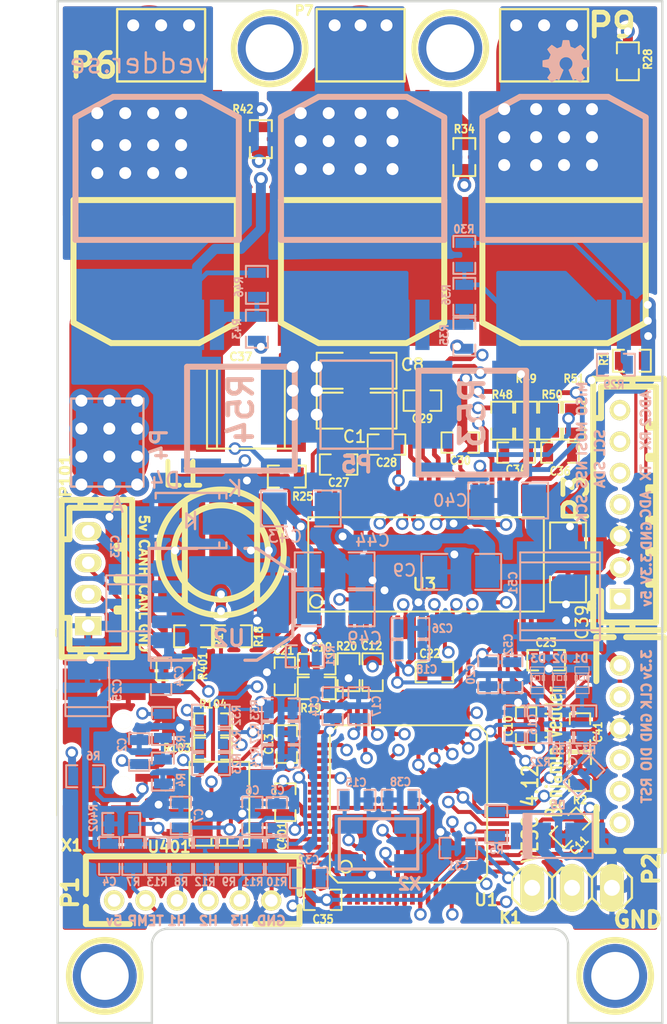
<source format=kicad_pcb>
(kicad_pcb (version 20240108) (generator "pcbnew") (generator_version "8.0")
  (title_block (title "BLDC Driver 4.6") (date "30 Aug 2014") (rev "A") (company "Benjamin Vedder"))
  (layers (0 "F.Cu" signal) (1 "In1.Cu" signal "GND") (2 "In2.Cu" signal "GND2") (31 "B.Cu" signal) (34 "B.Paste" user) (35 "F.Paste" user) (36 "B.SilkS" user "B.Silkscreen") (37 "F.SilkS" user "F.Silkscreen") (38 "B.Mask" user) (39 "F.Mask" user) (44 "Edge.Cuts" user))
  (net 0 "")
  (net 1 "+5V")
  (net 2 "GND")
  (net 3 "NRST")
  (net 4 "Net-(C15-Pad1)")
  (net 5 "Net-(C16-Pad1)")
  (net 6 "Net-(C17-Pad1)")
  (net 7 "Net-(C18-Pad1)")
  (net 8 "Net-(C19-Pad2)")
  (net 9 "Net-(C20-Pad2)")
  (net 10 "Net-(C21-Pad2)")
  (net 11 "Net-(C22-Pad1)")
  (net 12 "Net-(C22-Pad2)")
  (net 13 "Net-(C23-Pad2)")
  (net 14 "Net-(C27-Pad1)")
  (net 15 "Net-(C27-Pad2)")
  (net 16 "Net-(C28-Pad2)")
  (net 17 "Net-(C29-Pad2)")
  (net 18 "Net-(C30-Pad2)")
  (net 19 "Net-(C34-Pad1)")
  (net 20 "Net-(C34-Pad2)")
  (net 21 "Net-(C36-Pad1)")
  (net 22 "Net-(C36-Pad2)")
  (net 23 "Net-(C38-Pad1)")
  (net 24 "Net-(D1-Pad1)")
  (net 25 "Net-(D2-Pad1)")
  (net 26 "Net-(K1-Pad1)")
  (net 27 "Net-(Q1-PadG)")
  (net 28 "Net-(Q2-PadG)")
  (net 29 "Net-(Q3-PadG)")
  (net 30 "Net-(Q4-PadG)")
  (net 31 "Net-(Q5-PadG)")
  (net 32 "Net-(Q6-PadG)")
  (net 33 "Net-(R17-Pad2)")
  (net 34 "Net-(R20-Pad1)")
  (net 35 "Net-(R21-Pad2)")
  (net 36 "Net-(R25-Pad2)")
  (net 37 "Net-(R6-Pad1)")
  (net 38 "SWCLK")
  (net 39 "SWDIO")
  (net 40 "VCC")
  (net 41 "V_SUPPLY")
  (net 42 "/MCU/AN_IN")
  (net 43 "/MCU/SERVO")
  (net 44 "/Mosfet driver/H1_VS")
  (net 45 "/Mosfet driver/H2_VS")
  (net 46 "/Mosfet driver/H3_VS")
  (net 47 "/Mosfet driver/H1_LOW")
  (net 48 "/Mosfet driver/H3_LOW")
  (net 49 "/MCU/SENS1")
  (net 50 "/MCU/SENS2")
  (net 51 "/Mosfet driver/M_H1")
  (net 52 "/Mosfet driver/M_L1")
  (net 53 "/MCU/SENS3")
  (net 54 "/Mosfet driver/M_H2")
  (net 55 "/Mosfet driver/M_L2")
  (net 56 "/Mosfet driver/M_H3")
  (net 57 "/Mosfet driver/M_L3")
  (net 58 "/Mosfet driver/SH1_A")
  (net 59 "/Mosfet driver/SH1_B")
  (net 60 "/Mosfet driver/SH2_A")
  (net 61 "/Mosfet driver/SH2_B")
  (net 62 "/MCU/BR_SO2")
  (net 63 "/MCU/BR_SO1")
  (net 64 "/MCU/DC_CAL")
  (net 65 "/MCU/L3")
  (net 66 "/MCU/L2")
  (net 67 "/MCU/L1")
  (net 68 "/MCU/EN_GATE")
  (net 69 "/MCU/FAULT")
  (net 70 "/MCU/H3")
  (net 71 "/MCU/H2")
  (net 72 "/MCU/H1")
  (net 73 "/MCU/USB_DM")
  (net 74 "/MCU/USB_DP")
  (net 75 "/Filters/TEMP_IN")
  (net 76 "/Filters/HALL3_OUT")
  (net 77 "/Filters/HALL2_OUT")
  (net 78 "/Filters/HALL1_OUT")
  (net 79 "Net-(D3-Pad1)")
  (net 80 "/Filters/HALL1_IN")
  (net 81 "/Filters/HALL2_IN")
  (net 82 "/Filters/HALL3_IN")
  (net 83 "/CAN bus transceiver/CANL")
  (net 84 "/CAN bus transceiver/CANH")
  (net 85 "/MCU/LED_GREEN")
  (net 86 "/MCU/LED_RED")
  (net 87 "Net-(R103-Pad2)")
  (net 88 "Net-(R104-Pad2)")
  (net 89 "Net-(R402-Pad1)")
  (net 90 "/CAN bus transceiver/CAN_RX")
  (net 91 "/CAN bus transceiver/CAN_TX")
  (net 92 "/MCU/ADC_TEMP")
  (net 93 "/MCU/SCK_ADC_EXT")
  (net 94 "/MCU/RX_SCL_MOSI")
  (net 95 "/MCU/MISO_ADC_EXT2")
  (net 96 "Net-(P2-Pad6)")
  (net 97 "/MCU/TX_SDA_NSS")
  (net 98 "Net-(U1-Pad4)")
  (net 99 "Net-(U1-Pad2)")
  (net 100 "Net-(U1-Pad3)")
  (net 101 "Net-(U1-Pad39)")
  (net 102 "Net-(U1-Pad40)")
  (net 103 "Net-(U1-Pad50)")
  (net 104 "Net-(U1-Pad54)")
  (net 105 "Net-(U1-Pad55)")
  (net 106 "Net-(U1-Pad56)")
  (net 107 "Net-(U1-Pad9)")
  (net 108 "Net-(U1-Pad11)")
  (net 109 "Net-(U1-Pad28)")
  (net 110 "Net-(U3-Pad4)")
  (net 111 "Net-(U3-Pad5)")
  (net 112 "Net-(U3-Pad55)")
  (net 113 "Net-(U3-Pad56)")
  (net 114 "Net-(U401-Pad5)")
  (net 115 "Net-(X1-Pad4)")
  (footprint "1pin" (layer "F.Cu") (at 92 83)
    (property "Reference" "1PIN" (hide yes))
    (property "Value" "P***" (hide yes))
  )
  (footprint "1pin" (layer "F.Cu") (at 103.5 83)
    (property "Reference" "1PIN" (hide yes))
    (property "Value" "P***" (hide yes))
  )
  (footprint "w_smd_cap:c_2220" (layer "F.Cu") (at 90.805 105.918)
    (property "Reference" "C37")
    (property "Value" "15u,100V" (hide yes))
  )
  (footprint "CRF1:pinhead-1X03" (layer "F.Cu") (at 111.252 136.398)
    (property "Reference" "K1")
    (property "Value" "SERVO" (hide yes))
  )
  (footprint "CRF1:MICRO_JST_6" (layer "F.Cu") (at 87.1 137.2)
    (property "Reference" "P1")
    (property "Value" "HALL/Encoder" (hide yes))
  )
  (footprint "CRF1:MICRO_JST_6" (layer "F.Cu") (at 114.3 127.254 -90)
    (property "Reference" "P2")
    (property "Value" "SWD" (hide yes))
  )
  (footprint "CRF1:1PAD_4x5mm" (layer "F.Cu") (at 85.09 82.804 90)
    (property "Reference" "P6")
    (property "Value" "MOTOR1" (hide yes))
  )
  (footprint "CRF1:1PAD_4x5mm" (layer "F.Cu") (at 109.474 82.804 90)
    (property "Reference" "P9")
    (property "Value" "MOTOR3" (hide yes))
  )
  (footprint "CRF1:D2PAK-7-GDS" (layer "F.Cu") (at 110.744 91.948 180)
    (property "Reference" "Q1" (hide yes))
    (property "Value" "IRFS7530" (hide yes))
  )
  (footprint "CRF1:D2PAK-7-GDS" (layer "F.Cu") (at 97.917 91.948 180)
    (property "Reference" "Q3" (hide yes))
    (property "Value" "IRFS7530" (hide yes))
  )
  (footprint "CRF1:D2PAK-7-GDS" (layer "F.Cu") (at 84.709 91.948 180)
    (property "Reference" "Q5" (hide yes))
    (property "Value" "IRFS7530" (hide yes))
  )
  (footprint "CRF1:lqfp64_pad_mod" (layer "F.Cu") (at 100.838 131.064)
    (property "Reference" "U1")
    (property "Value" "STM32F40X_LQFP64" (hide yes))
  )
  (footprint "CRF1:TSSOP-56-PP" (layer "F.Cu") (at 101.854 115.824)
    (property "Reference" "U3")
    (property "Value" "DRV8302" (hide yes))
  )
  (footprint "JST conn:b4b-ph-kl" (layer "F.Cu") (at 80.45 116.726 90)
    (property "Reference" "P101")
    (property "Value" "CANBUS" (hide yes))
  )
  (footprint "CRF1:1PAD_4x5mm" (layer "F.Cu") (at 97.79 82.804 90)
    (property "Reference" "P7")
    (property "Value" "MOTOR2" (hide yes))
  )
  (footprint "Connect:1pin" (layer "F.Cu") (at 114 142)
    (property "Reference" "1PIN" (hide yes))
    (property "Value" "P***" (hide yes))
  )
  (footprint "Connect:1pin" (layer "F.Cu") (at 81.5 142)
    (property "Reference" "1PIN" (hide yes))
    (property "Value" "P***" (hide yes))
  )
  (footprint "CRF1:SMD-1206" (layer "F.Cu") (at 97.536 106.045)
    (property "Reference" "C1")
    (property "Value" "10u,50V" (hide yes))
  )
  (footprint "CRF1:SMD-1206" (layer "F.Cu") (at 97.536 103.505)
    (property "Reference" "C8")
    (property "Value" "10u,50V" (hide yes))
  )
  (footprint "CRF1:SMD-0603_c" (layer "F.Cu") (at 108.331 126.111 -90)
    (property "Reference" "C10")
    (property "Value" "2.2u" (hide yes))
  )
  (footprint "CRF1:SMD-0603_c" (layer "F.Cu") (at 111.125 132.588 45)
    (property "Reference" "C11")
    (property "Value" "2.2u" (hide yes))
  )
  (footprint "CRF1:SMD-0603_c" (layer "F.Cu") (at 98.552 122.682 90)
    (property "Reference" "C12")
    (property "Value" "2.2u" (hide yes))
  )
  (footprint "CRF1:SMD-0603_c" (layer "F.Cu") (at 93.091 127.254 90)
    (property "Reference" "C13")
    (property "Value" "2.2u" (hide yes))
  )
  (footprint "CRF1:SMD-0603_c" (layer "F.Cu") (at 94.996 122.174)
    (property "Reference" "C19")
    (property "Value" "120p" (hide yes))
  )
  (footprint "CRF1:SMD-0603_c" (layer "F.Cu") (at 92.964 122.936 -90)
    (property "Reference" "C21")
    (property "Value" "6.8n" (hide yes))
  )
  (footprint "CRF1:SMD-0603_c" (layer "F.Cu") (at 102.489 122.682)
    (property "Reference" "C22")
    (property "Value" "22n" (hide yes))
  )
  (footprint "CRF1:SMD-0603_c" (layer "F.Cu") (at 109.601 121.92 180)
    (property "Reference" "C23")
    (property "Value" "2.2u" (hide yes))
  )
  (footprint "CRF1:SMD-0603_c" (layer "F.Cu") (at 96.393 109.474 180)
    (property "Reference" "C27")
    (property "Value" "100n" (hide yes))
  )
  (footprint "CRF1:SMD-0603_c" (layer "F.Cu") (at 99.441 108.204 180)
    (property "Reference" "C28")
    (property "Value" "220n" (hide yes))
  )
  (footprint "CRF1:SMD-0603_c" (layer "F.Cu") (at 101.727 105.41 180)
    (property "Reference" "C29")
    (property "Value" "220n" (hide yes))
  )
  (footprint "CRF1:SMD-0603_c" (layer "F.Cu") (at 104.14 108.077 180)
    (property "Reference" "C30")
    (property "Value" "220n" (hide yes))
  )
  (footprint "CRF1:SMD-0603_c" (layer "F.Cu") (at 107.696 108.712)
    (property "Reference" "C34")
    (property "Value" "2.2n" (hide yes))
  )
  (footprint "CRF1:SMD-0603_c" (layer "F.Cu") (at 95.377 137.16)
    (property "Reference" "C35")
    (property "Value" "2.2u" (hide yes))
  )
  (footprint "CRF1:SMD-0603_c" (layer "F.Cu") (at 110.49 108.712)
    (property "Reference" "C36")
    (property "Value" "2.2n" (hide yes))
  )
  (footprint "CRF1:SMD-1206" (layer "F.Cu") (at 110.998 115.697 90)
    (property "Reference" "C39")
    (property "Value" "10u,50V" (hide yes))
  )
  (footprint "CRF1:SMD-0603_c" (layer "F.Cu") (at 111.76 126.492 -90)
    (property "Reference" "C41")
    (property "Value" "2.2u" (hide yes))
  )
  (footprint "CRF1:SMD-0603_c" (layer "F.Cu") (at 93 130.95 -90)
    (property "Reference" "C401")
    (property "Value" "2.2u" (hide yes))
  )
  (footprint "CRF1:SMD-0603_r" (layer "F.Cu") (at 115.062 102.87)
    (property "Reference" "R1")
    (property "Value" "NTC 10k" (hide yes))
  )
  (footprint "CRF1:SMD-0603_r" (layer "F.Cu") (at 111.76 129.032 90)
    (property "Reference" "R2")
    (property "Value" "10k" (hide yes))
  )
  (footprint "CRF1:SMD-0603_r" (layer "F.Cu") (at 87.122 120.396)
    (property "Reference" "R17")
    (property "Value" "18k" (hide yes))
  )
  (footprint "CRF1:SMD-0603_r" (layer "F.Cu") (at 89.662 120.396)
    (property "Reference" "R18")
    (property "Value" "3k3" (hide yes))
  )
  (footprint "CRF1:SMD-0603_r" (layer "F.Cu") (at 94.996 123.698)
    (property "Reference" "R19")
    (property "Value" "15k" (hide yes))
  )
  (footprint "CRF1:SMD-0603_r" (layer "F.Cu") (at 97.028 122.682 -90)
    (property "Reference" "R20")
    (property "Value" "10k" (hide yes))
  )
  (footprint "CRF1:SMD-0603_r" (layer "F.Cu") (at 93.091 110.236)
    (property "Reference" "R25")
    (property "Value" "1M" (hide yes))
  )
  (footprint "CRF1:SMD-0603_r" (layer "F.Cu") (at 114.808 83.82 90)
    (property "Reference" "R28")
    (property "Value" "4R7" (hide yes))
  )
  (footprint "CRF1:SMD-0603_r" (layer "F.Cu") (at 104.394 89.916 -90)
    (property "Reference" "R34")
    (property "Value" "4R7" (hide yes))
  )
  (footprint "CRF1:SMD-0603_r" (layer "F.Cu") (at 91.44 88.773 -90)
    (property "Reference" "R42")
    (property "Value" "4R7" (hide yes))
  )
  (footprint "CRF1:SMD-0603_r" (layer "F.Cu") (at 106.807 106.68 -90)
    (property "Reference" "R48")
    (property "Value" "100R" (hide yes))
  )
  (footprint "CRF1:SMD-0603_r" (layer "F.Cu") (at 108.331 106.68 -90)
    (property "Reference" "R49")
    (property "Value" "100R" (hide yes))
  )
  (footprint "CRF1:SMD-0603_r" (layer "F.Cu") (at 109.855 106.68 -90)
    (property "Reference" "R50")
    (property "Value" "100R" (hide yes))
  )
  (footprint "CRF1:SMD-0603_r" (layer "F.Cu") (at 111.379 106.68 -90)
    (property "Reference" "R51")
    (property "Value" "100R" (hide yes))
  )
  (footprint "CRF1:SMD-0603_r" (layer "F.Cu") (at 88.4 127.55 180)
    (property "Reference" "R103")
    (property "Value" "22R" (hide yes))
  )
  (footprint "CRF1:SMD-0603_r" (layer "F.Cu") (at 88.4 126 180)
    (property "Reference" "R104")
    (property "Value" "22R" (hide yes))
  )
  (footprint "CRF1:SMD-0603_r" (layer "F.Cu") (at 86 122.5 180)
    (property "Reference" "R401")
    (property "Value" "NI" (hide yes))
  )
  (footprint "CRF1:SOIC-8-W" (layer "F.Cu") (at 88.8 131.05 90)
    (property "Reference" "U401")
    (property "Value" "SN65HVD232" (hide yes))
  )
  (footprint "CRF1:USB-UX60R-MB-5ST" (layer "F.Cu") (at 82.7 127.8 -90)
    (property "Reference" "X1")
    (property "Value" "MINI-USB-SHIELD-32005-201" (hide yes))
  )
  (footprint "CRF1:b7b-ph-kl" (layer "F.Cu") (at 114.3 112.014 90)
    (property "Reference" "P3")
    (property "Value" "PWR_COMM" (hide yes))
  )
  (footprint "w_smd_inductors:inductor_smd_8x5mm" (layer "F.Cu") (at 88.9 115.062 180)
    (property "Reference" "L1")
    (property "Value" "22u" (hide yes))
  )
  (footprint "oshw_silkscreen-back_3mm" (layer "B.Cu") (at 110.871 83.82)
    (property "Reference" "G***" (hide yes))
    (property "Value" "oshw_silkscreen-back_3mm" (hide yes))
  )
  (footprint "w_smd_cap:c_tant_B" (layer "B.Cu") (at 80.391 123.698 -90)
    (property "Reference" "C25")
    (property "Value" "100u" (hide yes))
  )
  (footprint "w_smd_cap:c_tant_B" (layer "B.Cu") (at 83 118.3 90)
    (property "Reference" "C33")
    (property "Value" "100u" (hide yes))
  )
  (footprint "w_smd_cap:c_2220" (layer "B.Cu") (at 110.49 117.856 -90)
    (property "Reference" "C51")
    (property "Value" "15u, 100v" (hide yes))
  )
  (footprint "LEDs:LED-0603" (layer "B.Cu") (at 111.887 123.19 90)
    (property "Reference" "D1")
    (property "Value" "GREEN" (hide yes))
  )
  (footprint "LEDs:LED-0603" (layer "B.Cu") (at 110.45 123.2 90)
    (property "Reference" "D2")
    (property "Value" "RED" (hide yes))
  )
  (footprint "LEDs:LED-0603" (layer "B.Cu") (at 109.05 123.2 90)
    (property "Reference" "D3")
    (property "Value" "LED" (hide yes))
  )
  (footprint "CRF1:1PAD_4x5mm" (layer "B.Cu") (at 81.661 108.077)
    (property "Reference" "P4")
    (property "Value" "IN+" (hide yes))
  )
  (footprint "CRF1:1PAD_4x5mm" (layer "B.Cu") (at 97.536 105.664)
    (property "Reference" "P5")
    (property "Value" "IN-" (hide yes))
  )
  (footprint "CRF1:WSLP2726" (layer "B.Cu") (at 104.902 108.712)
    (property "Reference" "R53")
    (property "Value" "SHUNT" (hide yes))
  )
  (footprint "CRF1:Crystal_5x3mm" (layer "B.Cu") (at 98.933 133.604)
    (property "Reference" "X2")
    (property "Value" "8MHz 10ppm" (hide yes))
  )
  (footprint "CRF1:WSLP2726" (layer "B.Cu") (at 90.17 108.458)
    (property "Reference" "R54")
    (property "Value" "SHUNT" (hide yes))
  )
  (footprint "w_smd_diode:do214ac" (layer "B.Cu") (at 110.363 133.096 180)
    (property "Reference" "D5")
    (property "Value" "TVS 5V" (hide yes))
  )
  (footprint "CRF1:D2PAK-7-GDS" (layer "B.Cu") (at 84.836 95.885 180)
    (property "Reference" "Q6" (hide yes))
    (property "Value" "IRFS7530" (hide yes))
  )
  (footprint "CRF1:D2PAK-7-GDS" (layer "B.Cu") (at 110.744 95.885 180)
    (property "Reference" "Q2" (hide yes))
    (property "Value" "IRFS7530" (hide yes))
  )
  (footprint "CRF1:D2PAK-7-GDS" (layer "B.Cu") (at 97.917 95.885 180)
    (property "Reference" "Q4" (hide yes))
    (property "Value" "IRFS7530" (hide yes))
  )
  (footprint "CRF1:SMD-0603_c" (layer "B.Cu") (at 83.693 127.762 -90)
    (property "Reference" "C2")
    (property "Value" "100n" (hide yes))
  )
  (footprint "CRF1:SMD-0603_c" (layer "B.Cu") (at 112.014 129.286 -135)
    (property "Reference" "C3")
    (property "Value" "100n" (hide yes))
  )
  (footprint "CRF1:SMD-0603_c" (layer "B.Cu") (at 81.788 134.366 -90)
    (property "Reference" "C4")
    (property "Value" "4n7" (hide yes))
  )
  (footprint "CRF1:SMD-0603_c" (layer "B.Cu") (at 92.456 131.826 90)
    (property "Reference" "C5")
    (property "Value" "4n7" (hide yes))
  )
  (footprint "CRF1:SMD-0603_c" (layer "B.Cu") (at 90.9 131.8 90)
    (property "Reference" "C6")
    (property "Value" "4n7" (hide yes))
  )
  (footprint "CRF1:SMD-0603_c" (layer "B.Cu") (at 86.35 131.8 90)
    (property "Reference" "C7")
    (property "Value" "4n7" (hide yes))
  )
  (footprint "CRF1:SMD-1206" (layer "B.Cu") (at 104.2 116.3)
    (property "Reference" "C9")
    (property "Value" "10u,50V" (hide yes))
  )
  (footprint "CRF1:SMD-0603_c" (layer "B.Cu") (at 96.012 124.841 -90)
    (property "Reference" "C14")
    (property "Value" "2.2u" (hide yes))
  )
  (footprint "CRF1:SMD-0603_c" (layer "B.Cu") (at 97.536 130.81)
    (property "Reference" "C15")
    (property "Value" "15p" (hide yes))
  )
  (footprint "CRF1:SMD-0603_c" (layer "B.Cu") (at 107.6 126 90)
    (property "Reference" "C16")
    (property "Value" "2.2u" (hide yes))
  )
  (footprint "CRF1:SMD-0603_c" (layer "B.Cu") (at 97.663 124.841 90)
    (property "Reference" "C17")
    (property "Value" "2.2u" (hide yes))
  )
  (footprint "CRF1:SMD-0603_c" (layer "B.Cu") (at 100.965 121.285)
    (property "Reference" "C18")
    (property "Value" "2.2u" (hide yes))
  )
  (footprint "CRF1:SMD-0603_c" (layer "B.Cu") (at 105.918 122.809 90)
    (property "Reference" "C20")
    (property "Value" "2.2u" (hide yes))
  )
  (footprint "CRF1:SMD-0603_c" (layer "B.Cu") (at 85.09 122.936 90)
    (property "Reference" "C24")
    (property "Value" "2.2u" (hide yes))
  )
  (footprint "CRF1:SMD-0603_c" (layer "B.Cu") (at 104.013 133.858)
    (property "Reference" "C31")
    (property "Value" "2.2u" (hide yes))
  )
  (footprint "CRF1:SMD-0603_c" (layer "B.Cu") (at 94.488 135.763 180)
    (property "Reference" "C32")
    (property "Value" "100n" (hide yes))
  )
  (footprint "CRF1:SMD-0603_c" (layer "B.Cu") (at 100.33 130.81 180)
    (property "Reference" "C38")
    (property "Value" "15p" (hide yes))
  )
  (footprint "CRF1:SMD-1206" (layer "B.Cu") (at 107.188 111.76)
    (property "Reference" "C40")
    (property "Value" "10u,50V" (hide yes))
  )
  (footprint "CRF1:SMD-1206" (layer "B.Cu") (at 93.98 112.268)
    (property "Reference" "C43")
    (property "Value" "10u,50V" (hide yes))
  )
  (footprint "CRF1:SMD-1206" (layer "B.Cu") (at 96.139 116.205)
    (property "Reference" "C44")
    (property "Value" "10u,50V" (hide yes))
  )
  (footprint "CRF1:SMD-1206" (layer "B.Cu") (at 96.139 118.618)
    (property "Reference" "C49")
    (property "Value" "10u,50V" (hide yes))
  )
  (footprint "CRF1:SMD-0603_c" (layer "B.Cu") (at 107.442 122.809 90)
    (property "Reference" "C52")
    (property "Value" "2.2u" (hide yes))
  )
  (footprint "CRF1:SMD-0603_r" (layer "B.Cu") (at 85.2 126.1 -90)
    (property "Reference" "R3")
    (property "Value" "39k" (hide yes))
  )
  (footprint "CRF1:SMD-0603_r" (layer "B.Cu") (at 85.2 129 90)
    (property "Reference" "R4")
    (property "Value" "2k2" (hide yes))
  )
  (footprint "CRF1:SMD-0603_r" (layer "B.Cu") (at 106.426 132.334 -90)
    (property "Reference" "R5")
    (property "Value" "2k2" (hide yes))
  )
  (footprint "CRF1:SMD-0603_r" (layer "B.Cu") (at 80.25 129.3 180)
    (property "Reference" "R6")
    (property "Value" "0R" (hide yes))
  )
  (footprint "CRF1:SMD-0603_r" (layer "B.Cu") (at 83.312 134.366 90)
    (property "Reference" "R7")
    (property "Value" "10k" (hide yes))
  )
  (footprint "CRF1:SMD-0603_r" (layer "B.Cu") (at 86.36 134.366 90)
    (property "Reference" "R8")
    (property "Value" "10k" (hide yes))
  )
  (footprint "CRF1:SMD-0603_r" (layer "B.Cu") (at 89.408 134.366 90)
    (property "Reference" "R9")
    (property "Value" "10k" (hide yes))
  )
  (footprint "CRF1:SMD-0603_r" (layer "B.Cu") (at 92.456 134.366 90)
    (property "Reference" "R10")
    (property "Value" "10k" (hide yes))
  )
  (footprint "CRF1:SMD-0603_r" (layer "B.Cu") (at 90.932 134.366 90)
    (property "Reference" "R11")
    (property "Value" "2k2" (hide yes))
  )
  (footprint "CRF1:SMD-0603_r" (layer "B.Cu") (at 87.884 134.366 90)
    (property "Reference" "R12")
    (property "Value" "2k2" (hide yes))
  )
  (footprint "CRF1:SMD-0603_r" (layer "B.Cu") (at 84.836 134.366 90)
    (property "Reference" "R13")
    (property "Value" "2k2" (hide yes))
  )
  (footprint "CRF1:SMD-0603_r" (layer "B.Cu") (at 94.234 121.666)
    (property "Reference" "R21")
    (property "Value" "220k" (hide yes))
  )
  (footprint "CRF1:SMD-0603_r" (layer "B.Cu") (at 109.1 126 -90)
    (property "Reference" "R22")
    (property "Value" "2k2" (hide yes))
  )
  (footprint "CRF1:SMD-0603_r" (layer "B.Cu") (at 88.265 128.524)
    (property "Reference" "R23")
    (property "Value" "39k" (hide yes))
  )
  (footprint "CRF1:SMD-0603_r" (layer "B.Cu") (at 92.7 128.05 180)
    (property "Reference" "R24")
    (property "Value" "2k2" (hide yes))
  )
  (footprint "CRF1:SMD-0603_r" (layer "B.Cu") (at 88.265 127)
    (property "Reference" "R26")
    (property "Value" "39k" (hide yes))
  )
  (footprint "CRF1:SMD-0603_r" (layer "B.Cu") (at 92.7 126.55 180)
    (property "Reference" "R27")
    (property "Value" "2k2" (hide yes))
  )
  (footprint "CRF1:SMD-0603_r" (layer "B.Cu") (at 114.046 103.124 180)
    (property "Reference" "R29")
    (property "Value" "4R7" (hide yes))
  )
  (footprint "CRF1:SMD-0603_r" (layer "B.Cu") (at 104.394 96.139 90)
    (property "Reference" "R30")
    (property "Value" "39k" (hide yes))
  )
  (footprint "CRF1:SMD-0603_r" (layer "B.Cu") (at 88.25 125.45)
    (property "Reference" "R32")
    (property "Value" "39k" (hide yes))
  )
  (footprint "CRF1:SMD-0603_r" (layer "B.Cu") (at 92.7 125.05 180)
    (property "Reference" "R33")
    (property "Value" "2k2" (hide yes))
  )
  (footprint "CRF1:SMD-0603_r" (layer "B.Cu") (at 104.394 101.346 -90)
    (property "Reference" "R35")
    (property "Value" "4R7" (hide yes))
  )
  (footprint "CRF1:SMD-0603_r" (layer "B.Cu") (at 104.394 98.806 -90)
    (property "Reference" "R36")
    (property "Value" "39k" (hide yes))
  )
  (footprint "CRF1:SMD-0603_r" (layer "B.Cu") (at 112.1 126 -90)
    (property "Reference" "R37")
    (property "Value" "100R" (hide yes))
  )
  (footprint "CRF1:SMD-0603_r" (layer "B.Cu") (at 110.6 126 -90)
    (property "Reference" "R38")
    (property "Value" "100R" (hide yes))
  )
  (footprint "CRF1:SMD-0603_r" (layer "B.Cu") (at 91.186 100.838 -90)
    (property "Reference" "R43")
    (property "Value" "4R7" (hide yes))
  )
  (footprint "CRF1:SMD-0603_r" (layer "B.Cu") (at 91.186 98.044 -90)
    (property "Reference" "R46")
    (property "Value" "39k" (hide yes))
  )
  (footprint "CRF1:SMD-0603_r" (layer "B.Cu") (at 82.55 132.334 180)
    (property "Reference" "R402")
    (property "Value" "10k" (hide yes))
  )
  (footprint "CRF1:SOT-223" (layer "B.Cu") (at 88.9 118.364 90)
    (property "Reference" "U2")
    (property "Value" "TC2117" (hide yes))
  )
  (footprint "Diodes_SMD:SMA_Handsoldering" (layer "B.Cu") (at 86.995 113.03 180)
    (property "Reference" "D4")
    (property "Value" "DIODESCH")
  )
  (footprint "CRF1:SMD-0603_c" (layer "B.Cu") (at 100.965 119.888)
    (property "Reference" "C26")
    (property "Value" "2.2u" (hide yes))
  )
  (gr_line (start 84.5 145) (end 78.5 145) (stroke (width 0.15)) (layer "Edge.Cuts"))
  (gr_arc (start 110 139) (mid 110.707107 139.292893) (end 111 140) (stroke (width 0.15)) (layer "Edge.Cuts"))
  (gr_line (start 117 80) (end 78.5 80) (stroke (width 0.15)) (layer "Edge.Cuts"))
  (gr_arc (start 84.5 140) (mid 84.792893 139.292893) (end 85.5 139) (stroke (width 0.15)) (layer "Edge.Cuts"))
  (gr_line (start 117 80) (end 117 145) (stroke (width 0.15)) (layer "Edge.Cuts"))
  (gr_line (start 78.5 145) (end 78.5 80) (stroke (width 0.15)) (layer "Edge.Cuts"))
  (gr_line (start 111 140) (end 111 145) (stroke (width 0.15)) (layer "Edge.Cuts"))
  (gr_line (start 85.5 139) (end 110 139) (stroke (width 0.15)) (layer "Edge.Cuts"))
  (gr_line (start 111 145) (end 117 145) (stroke (width 0.15)) (layer "Edge.Cuts"))
  (gr_line (start 84.5 140) (end 84.5 145) (stroke (width 0.15)) (layer "Edge.Cuts"))
  (gr_text "MISO" (at 111.887 105.283 90) (layer "B.SilkS") (effects (font (size 0.6 0.6)) (justify mirror)))
  (gr_text "MOSI" (at 111.887 107.823 90) (layer "B.SilkS") (effects (font (size 0.6 0.6)) (justify mirror)))
  (gr_text "SCK" (at 111.887 112.268 90) (layer "B.SilkS") (effects (font (size 0.6 0.6)) (justify mirror)))
  (gr_text "NSS" (at 111.887 110.109 90) (layer "B.SilkS") (effects (font (size 0.6 0.6)) (justify mirror)))
  (gr_text "3.3V" (at 116 116.1 90) (layer "B.SilkS") (effects (font (size 0.6 0.6)) (justify mirror)))
  (gr_text "DIO" (at 116 128.2 90) (layer "B.SilkS") (effects (font (size 0.6 0.6)) (justify mirror)))
  (gr_text "5v" (at 116 118 90) (layer "B.SilkS") (effects (font (size 0.6 0.6)) (justify mirror)))
  (gr_text "GND" (at 92.1 138.5 0) (layer "B.SilkS") (effects (font (size 0.6 0.6)) (justify mirror)))
  (gr_text "H3" (at 90.1 138.5 0) (layer "B.SilkS") (effects (font (size 0.6 0.6)) (justify mirror)))
  (gr_text "RX" (at 115.951 107.95 90) (layer "B.SilkS") (effects (font (size 0.6 0.6)) (justify mirror)))
  (gr_text "3.3v" (at 116 122.2 90) (layer "B.SilkS") (effects (font (size 0.6 0.6)) (justify mirror)))
  (gr_text "GND" (at 116 114 90) (layer "B.SilkS") (effects (font (size 0.6 0.6)) (justify mirror)))
  (gr_text "TX" (at 115.951 109.982 90) (layer "B.SilkS") (effects (font (size 0.6 0.6)) (justify mirror)))
  (gr_text "RST" (at 116 130.2 90) (layer "B.SilkS") (effects (font (size 0.6 0.6)) (justify mirror)))
  (gr_text "SDA" (at 113.03 110.109 90) (layer "B.SilkS") (effects (font (size 0.6 0.6)) (justify mirror)))
  (gr_text "ADC2" (at 115.951 105.918 90) (layer "B.SilkS") (effects (font (size 0.6 0.6)) (justify mirror)))
  (gr_text "CLK" (at 116 124.2 90) (layer "B.SilkS") (effects (font (size 0.6 0.6)) (justify mirror)))
  (gr_text "TEMP" (at 84.1 138.5 0) (layer "B.SilkS") (effects (font (size 0.6 0.6)) (justify mirror)))
  (gr_text "GND" (at 116 126.2 90) (layer "B.SilkS") (effects (font (size 0.6 0.6)) (justify mirror)))
  (gr_text "5v" (at 82.1 138.5 0) (layer "B.SilkS") (effects (font (size 0.6 0.6)) (justify mirror)))
  (gr_text "vedder.se" (at 83.693 83.947 0) (layer "B.SilkS") (effects (font (size 1.27 1.27) (thickness 0.1524)) (justify mirror)))
  (gr_text "SCL" (at 113.03 108.077 90) (layer "B.SilkS") (effects (font (size 0.6 0.6)) (justify mirror)))
  (gr_text "H1" (at 86.1 138.5 0) (layer "B.SilkS") (effects (font (size 0.6 0.6)) (justify mirror)))
  (gr_text "ADC" (at 115.951 112.014 90) (layer "B.SilkS") (effects (font (size 0.6 0.6)) (justify mirror)))
  (gr_text "H2" (at 88.1 138.5 0) (layer "B.SilkS") (effects (font (size 0.6 0.6)) (justify mirror)))
  (gr_text "Benjamin Vedder" (at 110.109 127.762 90) (layer "F.SilkS") (effects (font (size 1 0.6604))))
  (gr_text "GND" (at 84 120.5 270) (layer "F.SilkS") (effects (font (size 0.6 0.6))))
  (gr_text "VESC 4.12" (at 108.585 131.699 90) (layer "F.SilkS") (effects (font (size 1 0.8))))
  (gr_text "5v" (at 84 113.2 270) (layer "F.SilkS") (effects (font (size 0.6 0.6))))
  (gr_text "GND" (at 115.45 138.426 0) (layer "F.SilkS") (effects (font (size 1 1) (thickness 0.25))))
  (gr_text "CANH" (at 84 115.4 270) (layer "F.SilkS") (effects (font (size 0.6 0.6))))
  (gr_text "CANL" (at 84 118.2 270) (layer "F.SilkS") (effects (font (size 0.6 0.6))))
  (segment (start 85.979 114.935) (end 86.106 115.062) (width 0.635) (layer "F.Cu") (net 1))
  (segment (start 86.106 115.062) (end 86.40064 115.062) (width 0.635) (layer "F.Cu") (net 1))
  (segment (start 88.9 118.8) (end 88.9 117.729) (width 0.635) (layer "F.Cu") (net 1))
  (segment (start 86.40064 120.35536) (end 86.36 120.396) (width 1.27) (layer "F.Cu") (net 1))
  (segment (start 86.40064 115.062) (end 86.40064 116.40064) (width 1.27) (layer "F.Cu") (net 1))
  (segment (start 86.40064 115.062) (end 86.40064 120.35536) (width 1.27) (layer "F.Cu") (net 1))
  (segment (start 86.40064 115.22964) (end 88.9 117.729) (width 1.27) (layer "F.Cu") (net 1))
  (segment (start 86.40064 115.062) (end 86.40064 115.22964) (width 1.27) (layer "F.Cu") (net 1))
  (via (at 85.979 114.935) (size 0.8) (drill 0.5) (layers "F.Cu" "B.Cu") (net 1))
  (via (at 88.9 118.8) (size 0.8) (drill 0.5) (layers "F.Cu" "B.Cu") (net 1))
  (via (at 88.9 117.729) (size 0.8) (drill 0.5) (layers "F.Cu" "B.Cu") (net 1))
  (via (at 79.4 127.8) (size 0.8) (drill 0.5) (layers "F.Cu" "B.Cu") (net 1))
  (segment (start 85.598 115.316) (end 85.979 114.935) (width 0.635) (layer "B.Cu") (net 1))
  (segment (start 79.45 129.262) (end 79.4 127.8) (width 0.508) (layer "B.Cu") (net 1))
  (segment (start 83.698 116.078) (end 83 116.776) (width 0.635) (layer "B.Cu") (net 1))
  (segment (start 80.92626 113.72626) (end 83 115.8) (width 0.635) (layer "B.Cu") (net 1))
  (segment (start 83 115.8) (end 83 116.776) (width 0.635) (layer "B.Cu") (net 1))
  (segment (start 108.63326 133.27126) (end 111.252 135.89) (width 0.635) (layer "B.Cu") (net 1))
  (segment (start 111.252 135.89) (end 111.252 136.398) (width 0.635) (layer "B.Cu") (net 1))
  (segment (start 79.488 129.3) (end 79.45 129.262) (width 0.508) (layer "B.Cu") (net 1))
  (segment (start 85.598 116.078) (end 85.598 115.316) (width 0.635) (layer "B.Cu") (net 1))
  (segment (start 85.598 116.078) (end 83.698 116.078) (width 0.635) (layer "B.Cu") (net 1))
  (segment (start 108.63326 133.096) (end 108.63326 133.27126) (width 0.635) (layer "B.Cu") (net 1))
  (segment (start 85.598 116.078) (end 82.922 116.078) (width 0.635) (layer "B.Cu") (net 1))
  (segment (start 85.598 116.078) (end 84.709 116.078) (width 0.635) (layer "B.Cu") (net 1))
  (segment (start 80.45 113.72626) (end 80.92626 113.72626) (width 0.635) (layer "B.Cu") (net 1))
  (segment (start 108.65612 118.16588) (end 109.474 117.348) (width 0.3048) (layer "F.Cu") (net 2))
  (segment (start 109.474 117.348) (end 110.998 117.348) (width 0.3048) (layer "F.Cu") (net 2))
  (segment (start 98.552 116.84) (end 99.568 115.824) (width 0.635) (layer "F.Cu") (net 2))
  (segment (start 99.568 115.824) (end 101.854 115.824) (width 0.635) (layer "F.Cu") (net 2))
  (segment (start 108.204 115.824) (end 109.728 117.348) (width 0.635) (layer "F.Cu") (net 2))
  (segment (start 109.728 117.348) (end 110.998 117.348) (width 0.635) (layer "F.Cu") (net 2))
  (segment (start 98.65614 118.64086) (end 98.933 118.364) (width 0.254) (layer "F.Cu") (net 2))
  (segment (start 98.933 118.364) (end 99.314 118.364) (width 0.254) (layer "F.Cu") (net 2))
  (segment (start 99.314 118.364) (end 99.6569 118.7069) (width 0.254) (layer "F.Cu") (net 2))
  (segment (start 99.6569 118.7069) (end 99.6569 119.8245) (width 0.254) (layer "F.Cu") (net 2))
  (segment (start 110.5535 121.72188) (end 108.65612 119.8245) (width 0.254) (layer "F.Cu") (net 2))
  (segment (start 98.933 123.444) (end 99.6569 122.7201) (width 0.254) (layer "F.Cu") (net 2))
  (segment (start 99.6569 122.7201) (end 99.6569 119.8245) (width 0.254) (layer "F.Cu") (net 2))
  (segment (start 98.552 116.84) (end 101.854 115.824) (width 0.254) (layer "F.Cu") (net 2))
  (segment (start 98.298 115.824) (end 97.536 116.586) (width 0.635) (layer "F.Cu") (net 2))
  (segment (start 95.885 116.586) (end 92.075 120.396) (width 0.635) (layer "F.Cu") (net 2))
  (segment (start 92.075 120.396) (end 90.424 120.396) (width 0.635) (layer "F.Cu") (net 2))
  (segment (start 97.028 123.063) (end 97.028 123.444) (width 0.254) (layer "F.Cu") (net 2))
  (segment (start 100.965 115.824) (end 99.314 117.475) (width 0.254) (layer "F.Cu") (net 2))
  (segment (start 101.473 115.824) (end 98.933 118.364) (width 0.254) (layer "F.Cu") (net 2))
  (segment (start 103.8098 134.3152) (end 102.58806 135.53694) (width 0.254) (layer "F.Cu") (net 2))
  (segment (start 102.58806 135.53694) (end 102.58806 136.81456) (width 0.254) (layer "F.Cu") (net 2))
  (segment (start 104.267 134.3152) (end 103.8098 134.3152) (width 0.254) (layer "F.Cu") (net 2))
  (segment (start 95.98406 132.81406) (end 96.139 132.969) (width 0.254) (layer "F.Cu") (net 2))
  (segment (start 96.139 132.969) (end 96.139 134.239) (width 0.254) (layer "F.Cu") (net 2))
  (segment (start 96.139 134.239) (end 96.0628 134.3152) (width 0.254) (layer "F.Cu") (net 2))
  (segment (start 96.0628 134.3152) (end 95.08744 134.3152) (width 0.254) (layer "F.Cu") (net 2))
  (segment (start 93.2688 134.3152) (end 92.12326 135.46074) (width 0.254) (layer "F.Cu") (net 2))
  (segment (start 114.18824 114.03076) (end 110.998 117.221) (width 0.635) (layer "F.Cu") (net 2))
  (segment (start 110.998 117.221) (end 110.998 117.348) (width 0.635) (layer "F.Cu") (net 2))
  (segment (start 110.871 119.38) (end 110.871 118.364) (width 1.016) (layer "F.Cu") (net 2))
  (segment (start 110.871 117.475) (end 110.998 117.348) (width 1.016) (layer "F.Cu") (net 2))
  (segment (start 91.6133 131.7633) (end 91.5 131.65) (width 0.254) (layer "F.Cu") (net 2))
  (segment (start 92.973 131.685) (end 93 131.712) (width 0.254) (layer "F.Cu") (net 2))
  (segment (start 93.091 128.323291) (end 93.321003 128.553294) (width 0.254) (layer "F.Cu") (net 2))
  (segment (start 80.6 122.775) (end 80.6 121.9) (width 1.27) (layer "F.Cu") (net 2))
  (segment (start 80.45 121.75) (end 80.6 121.9) (width 0.508) (layer "F.Cu") (net 2))
  (segment (start 82.8 123.45) (end 83 123.25) (width 0.508) (layer "F.Cu") (net 2))
  (segment (start 82.8 132.15) (end 83 132.35) (width 0.508) (layer "F.Cu") (net 2))
  (segment (start 79.925 130.514) (end 80.518 129.921) (width 0.3048) (layer "F.Cu") (net 2))
  (segment (start 80.518 129.921) (end 80.518 124.043) (width 0.3048) (layer "F.Cu") (net 2))
  (segment (start 80.518 124.043) (end 79.925 123.45) (width 0.3048) (layer "F.Cu") (net 2))
  (segment (start 88.138 133.223) (end 87.249 134.112) (width 0.3048) (layer "F.Cu") (net 2))
  (segment (start 87.249 134.112) (end 84.762 134.112) (width 0.3048) (layer "F.Cu") (net 2))
  (segment (start 84.762 134.112) (end 83 132.35) (width 0.3048) (layer "F.Cu") (net 2))
  (segment (start 84.493 126.2) (end 85.09 125.603) (width 0.3048) (layer "F.Cu") (net 2))
  (segment (start 85.09 125.603) (end 85.09 124.46) (width 0.3048) (layer "F.Cu") (net 2))
  (segment (start 85.09 124.46) (end 83.88 123.25) (width 0.3048) (layer "F.Cu") (net 2))
  (segment (start 83.88 123.25) (end 83 123.25) (width 0.3048) (layer "F.Cu") (net 2))
  (segment (start 97.241312 134.3152) (end 98.51263 135.586518) (width 0.254) (layer "F.Cu") (net 2))
  (segment (start 92.12326 135.68426) (end 92.71 136.271) (width 0.254) (layer "F.Cu") (net 2))
  (segment (start 92.71 136.271) (end 93.726 136.271) (width 0.254) (layer "F.Cu") (net 2))
  (segment (start 93.726 136.271) (end 94.615 137.16) (width 0.254) (layer "F.Cu") (net 2))
  (segment (start 92.12326 137.178) (end 92.10126 137.2) (width 0.254) (layer "F.Cu") (net 2))
  (segment (start 114.03076 126.25324) (end 113.03 127.254) (width 0.254) (layer "F.Cu") (net 2))
  (segment (start 113.03 127.254) (end 111.76 127.254) (width 0.254) (layer "F.Cu") (net 2))
  (segment (start 94.996 104.775) (end 95.758 105.029) (width 0.2032) (layer "F.Cu") (net 2))
  (segment (start 95.758 105.029) (end 95.758 104.902) (width 0.2032) (layer "F.Cu") (net 2))
  (segment (start 94.39656 104.902) (end 93.38056 105.283) (width 1.016) (layer "F.Cu") (net 2))
  (segment (start 93.38056 104.86644) (end 94.996 103.251) (width 1.016) (layer "F.Cu") (net 2))
  (segment (start 94.996 103.251) (end 95.758 104.902) (width 1.016) (layer "F.Cu") (net 2))
  (segment (start 95.631 106.172) (end 94.996 104.775) (width 1.27) (layer "F.Cu") (net 2))
  (segment (start 93.472 106.299) (end 93.38056 106.20756) (width 1.27) (layer "F.Cu") (net 2))
  (segment (start 93.38056 106.20756) (end 93.38056 105.918) (width 1.27) (layer "F.Cu") (net 2))
  (segment (start 94.996 106.299) (end 95.123 106.172) (width 1.27) (layer "F.Cu") (net 2))
  (segment (start 95.123 106.172) (end 95.631 106.172) (width 1.27) (layer "F.Cu") (net 2))
  (segment (start 95.631 106.172) (end 95.885 106.045) (width 1.27) (layer "F.Cu") (net 2))
  (segment (start 79.925 132.15) (end 82.8 132.15) (width 0.508) (layer "F.Cu") (net 2))
  (segment (start 79.925 132.15) (end 79.925 130.514) (width 0.3048) (layer "F.Cu") (net 2))
  (segment (start 101.981 131.953) (end 102.470001 132.442001) (width 0.254) (layer "F.Cu") (net 2))
  (segment (start 79.925 123.45) (end 82.8 123.45) (width 0.508) (layer "F.Cu") (net 2))
  (segment (start 108.331 125.349) (end 108.331 124.7775) (width 0.254) (layer "F.Cu") (net 2))
  (segment (start 92.12326 135.68426) (end 92.12326 137.178) (width 0.254) (layer "F.Cu") (net 2))
  (segment (start 93.091 128.016) (end 93.091 128.323291) (width 0.254) (layer "F.Cu") (net 2))
  (segment (start 97.536 116.586) (end 95.885 116.586) (width 0.635) (layer "F.Cu") (net 2))
  (segment (start 90.424 120.396) (end 90.424 119.888) (width 0.635) (layer "F.Cu") (net 2))
  (segment (start 102.470001 132.442001) (end 102.87 132.842) (width 0.254) (layer "F.Cu") (net 2))
  (segment (start 84.1 126.2) (end 86.3 126.2) (width 0.254) (layer "F.Cu") (net 2))
  (segment (start 106.58856 134.3152) (end 107.8738 134.3152) (width 0.254) (layer "F.Cu") (net 2))
  (segment (start 91.6051 110.236) (end 91.351088 110.490012) (width 0.4064) (layer "F.Cu") (net 2))
  (segment (start 92.964 122.174) (end 94.234 122.174) (width 0.254) (layer "F.Cu") (net 2))
  (segment (start 107.8738 134.3152) (end 109.062185 133.126815) (width 0.254) (layer "F.Cu") (net 2))
  (segment (start 111.76 127.254) (end 111.76 128.27) (width 0.254) (layer "F.Cu") (net 2))
  (segment (start 84.1 126.2) (end 84.493 126.2) (width 0.3048) (layer "F.Cu") (net 2))
  (segment (start 109.062185 133.126815) (end 110.037172 133.126815) (width 0.254) (layer "F.Cu") (net 2))
  (segment (start 97.028 123.444) (end 98.552 123.444) (width 0.254) (layer "F.Cu") (net 2))
  (segment (start 95.758 104.902) (end 94.39656 104.902) (width 1.016) (layer "F.Cu") (net 2))
  (segment (start 101.473 116.205) (end 101.854 115.824) (width 0.3048) (layer "F.Cu") (net 2))
  (segment (start 110.5535 121.92) (end 110.5535 121.72188) (width 0.254) (layer "F.Cu") (net 2))
  (segment (start 92.12326 135.46074) (end 92.12326 135.68426) (width 0.254) (layer "F.Cu") (net 2))
  (segment (start 106.58856 134.3152) (end 104.267 134.3152) (width 0.254) (layer "F.Cu") (net 2))
  (segment (start 79.925 123.45) (end 80.6 122.775) (width 1.27) (layer "F.Cu") (net 2))
  (segment (start 79.925 132.15) (end 79.925 131.675) (width 0.508) (layer "F.Cu") (net 2))
  (segment (start 110.318353 121.92) (end 109.782385 122.455968) (width 0.508) (layer "F.Cu") (net 2))
  (segment (start 98.65614 119.8245) (end 98.65614 118.64086) (width 0.254) (layer "F.Cu") (net 2))
  (segment (start 101.854 115.824) (end 98.298 115.824) (width 0.635) (layer "F.Cu") (net 2))
  (segment (start 103.269999 133.241999) (end 102.87 132.842) (width 0.254) (layer "F.Cu") (net 2))
  (segment (start 114.3 126.25324) (end 114.3 126.492) (width 0.254) (layer "F.Cu") (net 2))
  (segment (start 110.5535 121.92) (end 110.318353 121.92) (width 0.508) (layer "F.Cu") (net 2))
  (segment (start 95.885 103.505) (end 95.885 106.045) (width 1.27) (layer "F.Cu") (net 2))
  (segment (start 108.170506 124.617006) (end 107.817006 124.617006) (width 0.254) (layer "F.Cu") (net 2))
  (segment (start 110.871 117.475) (end 110.871 118.364) (width 1.016) (layer "F.Cu") (net 2))
  (segment (start 92.329 110.236) (end 91.6051 110.236) (width 0.4064) (layer "F.Cu") (net 2))
  (segment (start 92.1385 122.174) (end 91.823218 122.489282) (width 0.254) (layer "F.Cu") (net 2))
  (segment (start 88.138 131.699) (end 88.138 133.223) (width 0.3048) (layer "F.Cu") (net 2))
  (segment (start 93.38056 105.283) (end 93.38056 104.86644) (width 1.016) (layer "F.Cu") (net 2))
  (segment (start 91.467 131.685) (end 92.973 131.685) (width 0.254) (layer "F.Cu") (net 2))
  (segment (start 108.65612 119.8245) (end 108.65612 118.16588) (width 0.3048) (layer "F.Cu") (net 2))
  (segment (start 90.268948 131.685) (end 90.255293 131.671345) (width 0.254) (layer "F.Cu") (net 2))
  (segment (start 101.854 115.824) (end 108.204 115.824) (width 0.635) (layer "F.Cu") (net 2))
  (segment (start 103.6574 111.8235) (end 103.6574 113.169653) (width 0.3048) (layer "F.Cu") (net 2))
  (segment (start 92.964 122.174) (end 92.1385 122.174) (width 0.254) (layer "F.Cu") (net 2))
  (segment (start 110.037172 133.126815) (end 110.586185 133.126815) (width 0.254) (layer "F.Cu") (net 2))
  (segment (start 101.854 115.824) (end 101.473 115.824) (width 0.254) (layer "F.Cu") (net 2))
  (segment (start 93.839986 104.78768) (end 93.472 104.775) (width 1.27) (layer "F.Cu") (net 2))
  (segment (start 114.3 114.03076) (end 114.18824 114.03076) (width 0.635) (layer "F.Cu") (net 2))
  (segment (start 108.331 124.7775) (end 108.170506 124.617006) (width 0.254) (layer "F.Cu") (net 2))
  (segment (start 91.823218 122.489282) (end 91.823218 122.684218) (width 0.254) (layer "F.Cu") (net 2))
  (segment (start 96.139 132.969) (end 97.155 131.953) (width 0.254) (layer "F.Cu") (net 2))
  (segment (start 91.467 131.685) (end 90.268948 131.685) (width 0.254) (layer "F.Cu") (net 2))
  (segment (start 95.08744 134.3152) (end 93.2688 134.3152) (width 0.254) (layer "F.Cu") (net 2))
  (segment (start 96.0628 134.3152) (end 97.241312 134.3152) (width 0.254) (layer "F.Cu") (net 2))
  (segment (start 101.473 118.237) (end 101.473 116.205) (width 0.3048) (layer "F.Cu") (net 2))
  (segment (start 104.267 134.3152) (end 104.267 134.239) (width 0.254) (layer "F.Cu") (net 2))
  (segment (start 104.267 134.239) (end 103.269999 133.241999) (width 0.254) (layer "F.Cu") (net 2))
  (segment (start 95.758 104.902) (end 94.996 103.251) (width 0.2032) (layer "F.Cu") (net 2))
  (segment (start 80.45 119.72828) (end 80.45 121.75) (width 0.508) (layer "F.Cu") (net 2))
  (segment (start 90.424 120.396) (end 90.424 120.224) (width 0.508) (layer "F.Cu") (net 2))
  (segment (start 95.08744 132.81406) (end 95.98406 132.81406) (width 0.254) (layer "F.Cu") (net 2))
  (segment (start 114.3 126.25324) (end 114.03076 126.25324) (width 0.254) (layer "F.Cu") (net 2))
  (segment (start 97.155 131.953) (end 101.981 131.953) (width 0.254) (layer "F.Cu") (net 2))
  (segment (start 91.351088 110.490012) (end 90.551 110.490012) (width 0.4064) (layer "F.Cu") (net 2))
  (segment (start 98.552 123.444) (end 98.933 123.444) (width 0.254) (layer "F.Cu") (net 2))
  (segment (start 103.6574 113.169653) (end 103.709331 113.221584) (width 0.3048) (layer "F.Cu") (net 2))
  (segment (start 95.885 106.045) (end 95.631 106.172) (width 1.27) (layer "F.Cu") (net 2))
  (segment (start 101.854 115.824) (end 100.965 115.824) (width 0.254) (layer "F.Cu") (net 2))
  (via (at 98.51263 135.586518) (size 0.8) (drill 0.5) (layers "F.Cu" "B.Cu") (net 2))
  (via (at 109.782385 122.455968) (size 0.8) (drill 0.5) (layers "F.Cu" "B.Cu") (net 2))
  (via (at 84.928238 131.104499) (size 0.8) (drill 0.5) (layers "F.Cu" "B.Cu") (net 2))
  (via (at 110.871 119.38) (size 0.8) (drill 0.5) (layers "F.Cu" "B.Cu") (net 2))
  (via (at 101.473 118.237) (size 0.8) (drill 0.5) (layers "F.Cu" "B.Cu") (net 2))
  (via (at 91.823218 122.684218) (size 0.8) (drill 0.5) (layers "F.Cu" "B.Cu") (net 2))
  (via (at 93.472 106.299) (size 1.524) (drill 0.762) (layers "F.Cu" "B.Cu") (net 2))
  (via (at 90.255293 131.671345) (size 0.8) (drill 0.5) (layers "F.Cu" "B.Cu") (net 2))
  (via (at 98.552 116.84) (size 0.8) (drill 0.5) (layers "F.Cu" "B.Cu") (net 2))
  (via (at 88.138 131.699) (size 0.8) (drill 0.5) (layers "F.Cu" "B.Cu") (net 2))
  (via (at 103.759 115.189) (size 0.8) (drill 0.5) (layers "F.Cu" "B.Cu") (net 2))
  (via (at 103.709331 113.221584) (size 0.8) (drill 0.5) (layers "F.Cu" "B.Cu") (net 2))
  (via (at 97.028 123.063) (size 0.8) (drill 0.5) (layers "F.Cu" "B.Cu") (net 2))
  (via (at 93.472 104.775) (size 1.524) (drill 0.762) (layers "F.Cu" "B.Cu") (net 2))
  (via (at 94.996 106.299) (size 1.524) (drill 0.762) (layers "F.Cu" "B.Cu") (net 2))
  (via (at 94.996 103.251) (size 1.524) (drill 0.762) (layers "F.Cu" "B.Cu") (net 2))
  (via (at 86.3 126.2) (size 0.8) (drill 0.5) (layers "F.Cu" "B.Cu") (net 2))
  (via (at 99.314 117.475) (size 0.8) (drill 0.5) (layers "F.Cu" "B.Cu") (net 2))
  (via (at 107.817006 124.617006) (size 0.8) (drill 0.5) (layers "F.Cu" "B.Cu") (net 2))
  (via (at 102.87 132.842) (size 0.8) (drill 0.5) (layers "F.Cu" "B.Cu") (net 2))
  (via (at 94.996 104.775) (size 1.524) (drill 0.762) (layers "F.Cu" "B.Cu") (net 2))
  (via (at 110.871 118.364) (size 0.8) (drill 0.5) (layers "F.Cu" "B.Cu") (net 2))
  (via (at 90.551 110.490012) (size 0.889) (drill 0.5) (layers "F.Cu" "B.Cu") (net 2))
  (via (at 93.321003 128.553294) (size 0.8) (drill 0.5) (layers "F.Cu" "B.Cu") (net 2))
  (via (at 93.472 103.251) (size 1.524) (drill 0.762) (layers "F.Cu" "B.Cu") (net 2))
  (via (at 81.8 112.8) (size 0.8) (drill 0.5) (layers "F.Cu" "B.Cu") (net 2))
  (via (at 80.6 121.9) (size 0.8) (drill 0.5) (layers "F.Cu" "B.Cu") (net 2))
  (segment (start 97.028 104.013) (end 97.536 105.664) (width 5.08) (layer "B.Cu") (net 2))
  (segment (start 97.536 105.664) (end 101.6635 105.664) (width 5.08) (layer "B.Cu") (net 2))
  (segment (start 99.187 104.013) (end 97.536 105.664) (width 2.286) (layer "B.Cu") (net 2))
  (segment (start 97.917 116.205) (end 98.552 116.84) (width 0.635) (layer "B.Cu") (net 2))
  (segment (start 114.91976 114.03076) (end 115.697 114.808) (width 0.635) (layer "B.Cu") (net 2))
  (segment (start 115.697 124.85624) (end 114.3 126.25324) (width 0.635) (layer "B.Cu") (net 2))
  (segment (start 112.6617 122.4407) (end 113.03 122.809) (width 0.254) (layer "B.Cu") (net 2))
  (segment (start 113.03 122.809) (end 113.03 124.98324) (width 0.254) (layer "B.Cu") (net 2))
  (segment (start 113.03 124.98324) (end 114.3 126.25324) (width 0.254) (layer "B.Cu") (net 2))
  (segment (start 85.598 121.666) (end 85.09 122.174) (width 0.635) (layer "B.Cu") (net 2))
  (segment (start 97.663 123.698) (end 97.028 123.063) (width 0.254) (layer "B.Cu") (net 2))
  (segment (start 99.314 117.475) (end 97.79 117.475) (width 0.254) (layer "B.Cu") (net 2))
  (segment (start 97.79 117.475) (end 97.79 118.618) (width 0.635) (layer "B.Cu") (net 2))
  (segment (start 97.155 119.253) (end 97.79 118.618) (width 0.254) (layer "B.Cu") (net 2))
  (segment (start 95.377 100.58654) (end 95.37446 100.584) (width 0.254) (layer "B.Cu") (net 2))
  (segment (start 95.37446 100.584) (end 95.377 100.584) (width 0.254) (layer "B.Cu") (net 2))
  (segment (start 115.697 114.808) (end 115.697 124.85624) (width 0.635) (layer "B.Cu") (net 2))
  (segment (start 81.661 133.477) (end 81.788 133.604) (width 0.254) (layer "B.Cu") (net 2))
  (segment (start 103.251 134.747) (end 101.981 136.017) (width 0.254) (layer "B.Cu") (net 2))
  (segment (start 98.933 136.017) (end 98.298 135.382) (width 0.254) (layer "B.Cu") (net 2))
  (segment (start 98.298 135.382) (end 98.298 130.81) (width 0.254) (layer "B.Cu") (net 2))
  (segment (start 97.885 116.3) (end 97.79 116.205) (width 1.27) (layer "B.Cu") (net 2))
  (segment (start 98.3615 106.4895) (end 97.536 105.664) (width 1.016) (layer "B.Cu") (net 2))
  (segment (start 95.631 110.744) (end 95.631 112.268) (width 0.635) (layer "B.Cu") (net 2))
  (segment (start 112.268 112.141) (end 114.15776 114.03076) (width 1.016) (layer "B.Cu") (net 2))
  (segment (start 114.15776 114.03076) (end 114.3 114.03076) (width 1.016) (layer "B.Cu") (net 2))
  (segment (start 96.139 111.76) (end 95.631 112.268) (width 1.016) (layer "B.Cu") (net 2))
  (segment (start 110.871 119.38) (end 110.49 119.761) (width 1.016) (layer "B.Cu") (net 2))
  (segment (start 85.852 113.284) (end 84.49564 113.284) (width 0.635) (layer "B.Cu") (net 2))
  (segment (start 85.725 113.03) (end 84.49564 113.03) (width 0.635) (layer "B.Cu") (net 2))
  (segment (start 82.03 113.03) (end 81.8 112.8) (width 1.016) (layer "B.Cu") (net 2))
  (segment (start 85.598 120.65) (end 85.598 121.666) (width 0.635) (layer "B.Cu") (net 2))
  (segment (start 83.439 120.5) (end 83.439 119.126) (width 0.635) (layer "B.Cu") (net 2))
  (segment (start 80.6 121.9) (end 80.6 122.076) (width 1.27) (layer "B.Cu") (net 2))
  (segment (start 80.6 122.076) (end 80.55 122.126) (width 1.27) (layer "B.Cu") (net 2))
  (segment (start 83.826 120.65) (end 83 119.824) (width 0.635) (layer "B.Cu") (net 2))
  (segment (start 82.90428 119.72828) (end 83 119.824) (width 0.635) (layer "B.Cu") (net 2))
  (segment (start 85.2 129.888) (end 86.35 131.038) (width 0.254) (layer "B.Cu") (net 2))
  (segment (start 92.43 131.038) (end 92.456 131.064) (width 0.254) (layer "B.Cu") (net 2))
  (segment (start 110.44 122.4607) (end 110.45 122.4507) (width 0.3048) (layer "B.Cu") (net 2))
  (segment (start 107.9297 123.571) (end 109.05 122.4507) (width 0.3048) (layer "B.Cu") (net 2))
  (segment (start 103.124 111.76) (end 96.139 111.76) (width 1.016) (layer "B.Cu") (net 2))
  (segment (start 101.981 136.017) (end 98.933 136.017) (width 0.254) (layer "B.Cu") (net 2))
  (segment (start 100.31 130.81) (end 100.4 130.9) (width 0.254) (layer "B.Cu") (net 2))
  (segment (start 100.4 130.9) (end 100.4 131.9214) (width 0.254) (layer "B.Cu") (net 2))
  (segment (start 100.4 131.9214) (end 100.83292 132.35432) (width 0.254) (layer "B.Cu") (net 2))
  (segment (start 97.779792 134.85368) (end 98.51263 135.586518) (width 0.254) (layer "B.Cu") (net 2))
  (segment (start 95.25 135.636) (end 96.03232 134.85368) (width 0.254) (layer "B.Cu") (net 2))
  (segment (start 96.03232 134.85368) (end 97.03308 134.85368) (width 0.254) (layer "B.Cu") (net 2))
  (segment (start 112.552815 128.000425) (end 114.3 126.25324) (width 0.254) (layer "B.Cu") (net 2))
  (segment (start 115.697 135.255) (end 114.554 136.398) (width 0.635) (layer "B.Cu") (net 2))
  (segment (start 114.554 136.398) (end 113.792 136.398) (width 0.635) (layer "B.Cu") (net 2))
  (segment (start 112.522 133.096) (end 113.792 134.366) (width 0.635) (layer "B.Cu") (net 2))
  (segment (start 113.792 134.366) (end 113.792 136.398) (width 0.635) (layer "B.Cu") (net 2))
  (segment (start 81.788 131.699) (end 82.169 131.318) (width 0.254) (layer "B.Cu") (net 2))
  (segment (start 82.169 131.318) (end 84.714737 131.318) (width 0.254) (layer "B.Cu") (net 2))
  (segment (start 84.714737 131.318) (end 84.928238 131.104499) (width 0.254) (layer "B.Cu") (net 2))
  (segment (start 86.283501 131.104499) (end 86.35 131.038) (width 0.254) (layer "B.Cu") (net 2))
  (segment (start 84.994737 131.038) (end 84.928238 131.104499) (width 0.254) (layer "B.Cu") (net 2))
  (segment (start 96.647 101.473) (end 99.187 104.013) (width 1.016) (layer "B.Cu") (net 2))
  (segment (start 99.187 104.013) (end 97.536 105.664) (width 1.016) (layer "B.Cu") (net 2))
  (segment (start 100.457 103.759) (end 102.362 105.664) (width 0.889) (layer "B.Cu") (net 2))
  (segment (start 94.996 103.251) (end 95.123 103.28656) (width 0.2032) (layer "B.Cu") (net 2))
  (segment (start 95.123 103.28656) (end 95.123 102.87) (width 0.2032) (layer "B.Cu") (net 2))
  (segment (start 95.25 104.775) (end 94.996 104.775) (width 0.2032) (layer "B.Cu") (net 2))
  (segment (start 91.179617 110.490012) (end 90.551 110.490012) (width 0.3048) (layer "B.Cu") (net 2))
  (segment (start 95.123 102.87) (end 95.377 104.4067) (width 0.508) (layer "B.Cu") (net 2))
  (segment (start 100.457 100.58654) (end 100.457 103.759) (width 0.889) (layer "B.Cu") (net 2))
  (segment (start 99.187 100.58654) (end 99.187 104.013) (width 2.286) (layer "B.Cu") (net 2))
  (segment (start 103.251 133.858) (end 103.251 133.0325) (width 0.254) (layer "B.Cu") (net 2))
  (segment (start 95.631 110.744) (end 95.631 110.236) (width 0.635) (layer "B.Cu") (net 2))
  (segment (start 93.490858 128.078858) (end 93.490858 128.383439) (width 0.254) (layer "B.Cu") (net 2))
  (segment (start 97.79 116.205) (end 97.917 116.205) (width 0.635) (layer "B.Cu") (net 2))
  (segment (start 97.536 105.664) (end 97.74229 105.664) (width 0.635) (layer "B.Cu") (net 2))
  (segment (start 103.709331 112.655899) (end 103.709331 113.221584) (width 0.635) (layer "B.Cu") (net 2))
  (segment (start 84.239 126.2) (end 86.3 126.2) (width 0.254) (layer "B.Cu") (net 2))
  (segment (start 85.2 129.762) (end 85.2 129.888) (width 0.254) (layer "B.Cu") (net 2))
  (segment (start 98.298 130.81) (end 98.298 130.252) (width 0.254) (layer "B.Cu") (net 2))
  (segment (start 107.817006 125.182691) (end 107.817006 124.617006) (width 0.635) (layer "B.Cu") (net 2))
  (segment (start 109.05 122.4507) (end 109.782385 122.455968) (width 0.3048) (layer "B.Cu") (net 2))
  (segment (start 101.727 119.888) (end 101.727 118.491) (width 0.3048) (layer "B.Cu") (net 2))
  (segment (start 92.841436 121.666) (end 91.823218 122.684218) (width 0.254) (layer "B.Cu") (net 2))
  (segment (start 115.697 124.85624) (end 115.697 135.255) (width 0.635) (layer "B.Cu") (net 2))
  (segment (start 90.9 131.6095) (end 90.8105 131.699) (width 0.254) (layer "B.Cu") (net 2))
  (segment (start 95.25 114.3) (end 97.155 116.205) (width 0.635) (layer "B.Cu") (net 2))
  (segment (start 110.45 122.4507) (end 111.887 122.4407) (width 0.508) (layer "B.Cu") (net 2))
  (segment (start 95.377 104.4067) (end 95.1357 104.648) (width 0.508) (layer "B.Cu") (net 2))
  (segment (start 81.788 131.699) (end 81.788 132.334) (width 0.254) (layer "B.Cu") (net 2))
  (segment (start 102.362 105.664) (end 102.362 104.65308) (width 0.889) (layer "B.Cu") (net 2))
  (segment (start 97.79 116.205) (end 97.79 117.475) (width 0.635) (layer "B.Cu") (net 2))
  (segment (start 103.251 133.858) (end 103.251 134.747) (width 0.254) (layer "B.Cu") (net 2))
  (segment (start 90.9 131.6095) (end 90.838155 131.671345) (width 0.254) (layer "B.Cu") (net 2))
  (segment (start 90.838155 131.671345) (end 90.255293 131.671345) (width 0.254) (layer "B.Cu") (net 2))
  (segment (start 99.568 130.81) (end 100.31 130.81) (width 0.254) (layer "B.Cu") (net 2))
  (segment (start 110.871 118.364) (end 110.871 119.38) (width 1.016) (layer "B.Cu") (net 2))
  (segment (start 103.124 111.76) (end 103.709331 112.345331) (width 0.635) (layer "B.Cu") (net 2))
  (segment (start 95.25 135.763) (end 95.25 135.636) (width 0.254) (layer "B.Cu") (net 2))
  (segment (start 90.9 131.038) (end 90.9 131.6095) (width 0.254) (layer "B.Cu") (net 2))
  (segment (start 93.472 121.666) (end 92.841436 121.666) (width 0.254) (layer "B.Cu") (net 2))
  (segment (start 107.442 123.571) (end 107.442 124.242) (width 0.3048) (layer "B.Cu") (net 2))
  (segment (start 81.788 132.334) (end 81.788 133.604) (width 0.254) (layer "B.Cu") (net 2))
  (segment (start 96.647 100.58654) (end 96.647 101.473) (width 1.016) (layer "B.Cu") (net 2))
  (segment (start 85.598 120.65) (end 83.826 120.65) (width 0.635) (layer "B.Cu") (net 2))
  (segment (start 107.442 124.242) (end 107.817006 124.617006) (width 0.3048) (layer "B.Cu") (net 2))
  (segment (start 96.012 124.079) (end 97.663 124.079) (width 0.254) (layer "B.Cu") (net 2))
  (segment (start 90.9 131.038) (end 92.43 131.038) (width 0.254) (layer "B.Cu") (net 2))
  (segment (start 93.462 124.796) (end 93.462 125.05) (width 0.2032) (layer "B.Cu") (net 2))
  (segment (start 82.03 113.03) (end 84.49564 113.03) (width 1.016) (layer "B.Cu") (net 2))
  (segment (start 93.462 126.55) (end 93.462 125.05) (width 0.254) (layer "B.Cu") (net 2))
  (segment (start 83.7 126.838) (end 83.601 126.838) (width 0.254) (layer "B.Cu") (net 2))
  (segment (start 100.457 100.58654) (end 99.187 100.58654) (width 0.635) (layer "B.Cu") (net 2))
  (segment (start 114.3 114.03076) (end 114.91976 114.03076) (width 0.635) (layer "B.Cu") (net 2))
  (segment (start 97.663 124.079) (end 97.663 123.698) (width 0.254) (layer "B.Cu") (net 2))
  (segment (start 109.782385 122.455968) (end 110.44 122.4607) (width 0.3048) (layer "B.Cu") (net 2))
  (segment (start 93.490858 128.383439) (end 93.321003 128.553294) (width 0.254) (layer "B.Cu") (net 2))
  (segment (start 93.472 121.666) (end 93.462 125.05) (width 0.254) (layer "B.Cu") (net 2))
  (segment (start 112.268 111.633) (end 112.268 112.141) (width 1.016) (layer "B.Cu") (net 2))
  (segment (start 101.727 121.285) (end 101.727 119.888) (width 0.3048) (layer "B.Cu") (net 2))
  (segment (start 90.8105 131.699) (end 88.138 131.699) (width 0.254) (layer "B.Cu") (net 2))
  (segment (start 112.09274 133.096) (end 112.522 133.096) (width 0.635) (layer "B.Cu") (net 2))
  (segment (start 103.251 133.0325) (end 103.0605 132.842) (width 0.254) (layer "B.Cu") (net 2))
  (segment (start 103.0605 132.842) (end 102.87 132.842) (width 0.254) (layer "B.Cu") (net 2))
  (segment (start 103.709331 112.345331) (end 103.709331 112.655899) (width 0.635) (layer "B.Cu") (net 2))
  (segment (start 107.761697 125.238) (end 107.817006 125.182691) (width 0.635) (layer "B.Cu") (net 2))
  (segment (start 95.631 110.744) (end 95.377012 110.490012) (width 0.3048) (layer "B.Cu") (net 2))
  (segment (start 86.35 131.038) (end 87.477 131.038) (width 0.254) (layer "B.Cu") (net 2))
  (segment (start 94.107 100.58654) (end 95.377 100.58654) (width 0.254) (layer "B.Cu") (net 2))
  (segment (start 97.536 108.331) (end 97.536 105.664) (width 0.635) (layer "B.Cu") (net 2))
  (segment (start 84.49564 113.284) (end 84.49564 113.24336) (width 1.016) (layer "B.Cu") (net 2))
  (segment (start 111.887 122.4407) (end 112.6617 122.4407) (width 0.254) (layer "B.Cu") (net 2))
  (segment (start 97.663 124.079) (end 98.044 124.079) (width 0.254) (layer "B.Cu") (net 2))
  (segment (start 83.601 126.838) (end 84.239 126.2) (width 0.254) (layer "B.Cu") (net 2))
  (segment (start 101.727 118.491) (end 101.473 118.237) (width 0.3048) (layer "B.Cu") (net 2))
  (segment (start 95.631 112.268) (end 95.25 112.649) (width 0.635) (layer "B.Cu") (net 2))
  (segment (start 105.537 111.76) (end 103.124 111.76) (width 1.016) (layer "B.Cu") (net 2))
  (segment (start 86.35 131.038) (end 84.994737 131.038) (width 0.254) (layer "B.Cu") (net 2))
  (segment (start 107.442 123.571) (end 105.918 123.571) (width 0.254) (layer "B.Cu") (net 2))
  (segment (start 98.298 130.81) (end 99.568 130.81) (width 0.254) (layer "B.Cu") (net 2))
  (segment (start 107.6 125.238) (end 107.761697 125.238) (width 0.635) (layer "B.Cu") (net 2))
  (segment (start 87.477 131.038) (end 88.138 131.699) (width 0.254) (layer "B.Cu") (net 2))
  (segment (start 94.996 103.251) (end 95.25 104.775) (width 0.2032) (layer "B.Cu") (net 2))
  (segment (start 93.462 128.05) (end 93.490858 128.078858) (width 0.254) (layer "B.Cu") (net 2))
  (segment (start 92.832127 104.607681) (end 93.472 103.251) (width 1.27) (layer "B.Cu") (net 2))
  (segment (start 107.442 123.571) (end 107.9297 123.571) (width 0.3048) (layer "B.Cu") (net 2))
  (segment (start 97.155 116.205) (end 97.79 116.205) (width 0.635) (layer "B.Cu") (net 2))
  (segment (start 96.012 124.079) (end 94.179 124.079) (width 0.2032) (layer "B.Cu") (net 2))
  (segment (start 95.377012 110.490012) (end 91.179617 110.490012) (width 0.3048) (layer "B.Cu") (net 2))
  (segment (start 93.462 128.05) (end 93.462 126.55) (width 0.254) (layer "B.Cu") (net 2))
  (segment (start 95.631 110.236) (end 97.536 108.331) (width 0.635) (layer "B.Cu") (net 2))
  (segment (start 80.45 119.72828) (end 82.90428 119.72828) (width 0.635) (layer "B.Cu") (net 2))
  (segment (start 102.549 116.3) (end 102.549 116.201) (width 0.254) (layer "B.Cu") (net 2))
  (segment (start 112.552815 128.747185) (end 112.552815 128.000425) (width 0.254) (layer "B.Cu") (net 2))
  (segment (start 94.179 124.079) (end 93.462 124.796) (width 0.2032) (layer "B.Cu") (net 2))
  (segment (start 97.03308 134.85368) (end 97.779792 134.85368) (width 0.254) (layer "B.Cu") (net 2))
  (segment (start 110.49 120.43156) (end 110.49 119.761) (width 1.016) (layer "B.Cu") (net 2))
  (segment (start 95.25 112.649) (end 95.25 114.3) (width 0.635) (layer "B.Cu") (net 2))
  (segment (start 102.549 116.3) (end 97.885 116.3) (width 1.27) (layer "B.Cu") (net 2))
  (segment (start 100.0887 137.7823) (end 99.822 138.049) (width 0.2032) (layer "F.Cu") (net 3))
  (segment (start 99.822 138.049) (end 93.98 138.049) (width 0.2032) (layer "F.Cu") (net 3))
  (segment (start 93.98 138.049) (end 93.472 137.541) (width 0.2032) (layer "F.Cu") (net 3))
  (segment (start 100.134279 135.920479) (end 100.168421 135.886337) (width 0.254) (layer "F.Cu") (net 3))
  (segment (start 100.0887 136.81456) (end 100.0887 137.7823) (width 0.2032) (layer "F.Cu") (net 3))
  (segment (start 100.134279 136.768981) (end 100.134279 135.920479) (width 0.254) (layer "F.Cu") (net 3))
  (segment (start 100.168421 135.886337) (end 100.168421 133.712906) (width 0.254) (layer "F.Cu") (net 3))
  (segment (start 100.0887 136.81456) (end 100.134279 136.768981) (width 0.254) (layer "F.Cu") (net 3))
  (segment (start 100.168421 133.712906) (end 99.187 132.731485) (width 0.254) (layer "F.Cu") (net 3))
  (via (at 99.187 132.731485) (size 0.8) (drill 0.5) (layers "F.Cu" "B.Cu") (net 3))
  (via (at 93.472 137.541) (size 0.8) (drill 0.5) (layers "F.Cu" "B.Cu") (net 3))
  (segment (start 93.472 137.541) (end 93.726 137.287) (width 0.2032) (layer "B.Cu") (net 3))
  (segment (start 93.726 137.287) (end 93.726 135.763) (width 0.2032) (layer "B.Cu") (net 3))
  (segment (start 97.427999 133.749999) (end 97.028 133.35) (width 0.254) (layer "F.Cu") (net 4))
  (segment (start 99.08794 136.81456) (end 99.08794 136.054314) (width 0.254) (layer "F.Cu") (net 4))
  (segment (start 99.202089 135.940165) (end 99.202089 135.741618) (width 0.254) (layer "F.Cu") (net 4))
  (segment (start 99.08794 136.054314) (end 99.202089 135.940165) (width 0.254) (layer "F.Cu") (net 4))
  (segment (start 97.719217 133.749999) (end 97.427999 133.749999) (width 0.254) (layer "F.Cu") (net 4))
  (segment (start 99.217431 135.726276) (end 99.217431 135.248213) (width 0.254) (layer "F.Cu") (net 4))
  (segment (start 99.217431 135.248213) (end 97.719217 133.749999) (width 0.254) (layer "F.Cu") (net 4))
  (segment (start 99.202089 135.741618) (end 99.217431 135.726276) (width 0.254) (layer "F.Cu") (net 4))
  (via (at 97.028 133.35) (size 0.8) (drill 0.5) (layers "F.Cu" "B.Cu") (net 4))
  (segment (start 96.774 132.09524) (end 97.03308 132.35432) (width 0.254) (layer "B.Cu") (net 4))
  (segment (start 97.028 132.3594) (end 97.03308 132.35432) (width 0.254) (layer "B.Cu") (net 4))
  (segment (start 97.028 133.35) (end 97.028 132.3594) (width 0.254) (layer "B.Cu") (net 4))
  (segment (start 96.774 130.81) (end 96.774 132.09524) (width 0.254) (layer "B.Cu") (net 4))
  (segment (start 106.58856 127.8128) (end 107.769235 127.8128) (width 0.254) (layer "F.Cu") (net 5))
  (segment (start 107.769235 127.8128) (end 107.886871 127.930436) (width 0.254) (layer "F.Cu") (net 5))
  (segment (start 107.886871 127.930436) (end 108.28687 128.330435) (width 0.254) (layer "F.Cu") (net 5))
  (via (at 108.28687 128.330435) (size 0.8) (drill 0.5) (layers "F.Cu" "B.Cu") (net 5))
  (segment (start 107.886871 127.930436) (end 108.28687 128.330435) (width 0.254) (layer "B.Cu") (net 5))
  (segment (start 107.6 127.643565) (end 107.886871 127.930436) (width 0.254) (layer "B.Cu") (net 5))
  (segment (start 107.6 126.762) (end 107.6 127.643565) (width 0.254) (layer "B.Cu") (net 5))
  (segment (start 97.5868 126.3142) (end 97.35 126.6) (width 0.254) (layer "F.Cu") (net 6))
  (segment (start 97.5868 125.31344) (end 97.5868 126.3142) (width 0.254) (layer "F.Cu") (net 6))
  (via (at 97.35 126.6) (size 0.8) (drill 0.5) (layers "F.Cu" "B.Cu") (net 6))
  (segment (start 97.663 126.287) (end 97.663 125.603) (width 0.254) (layer "B.Cu") (net 6))
  (segment (start 97.35 126.6) (end 97.663 126.287) (width 0.254) (layer "B.Cu") (net 6))
  (segment (start 100.831698 122.09394) (end 100.831698 122.555) (width 0.3048) (layer "F.Cu") (net 7))
  (segment (start 101.15804 119.8245) (end 101.15804 121.767598) (width 0.3048) (layer "F.Cu") (net 7))
  (segment (start 101.15804 121.767598) (end 100.831698 122.09394) (width 0.3048) (layer "F.Cu") (net 7))
  (via (at 100.831698 122.555) (size 0.8) (drill 0.5) (layers "F.Cu" "B.Cu") (net 7))
  (segment (start 100.203 122.047) (end 100.203 121.285) (width 0.3048) (layer "B.Cu") (net 7))
  (segment (start 100.203 119.888) (end 100.203 121.285) (width 0.3048) (layer "B.Cu") (net 7))
  (segment (start 100.831698 122.555) (end 100.711 122.555) (width 0.3048) (layer "B.Cu") (net 7))
  (segment (start 100.711 122.555) (end 100.203 122.047) (width 0.3048) (layer "B.Cu") (net 7))
  (segment (start 95.6564 122.0724) (end 95.758 122.174) (width 0.254) (layer "F.Cu") (net 8))
  (segment (start 95.6564 119.8245) (end 95.6564 122.0724) (width 0.254) (layer "F.Cu") (net 8))
  (segment (start 95.758 122.174) (end 95.758 123.698) (width 0.254) (layer "F.Cu") (net 8))
  (segment (start 106.15676 121.04624) (end 105.664 121.539) (width 0.254) (layer "F.Cu") (net 9))
  (segment (start 105.664 121.539) (end 105.537 121.539) (width 0.254) (layer "F.Cu") (net 9))
  (segment (start 100.126896 122.763233) (end 100.132231 122.768568) (width 0.254) (layer "F.Cu") (net 9))
  (segment (start 100.15728 119.8245) (end 100.15728 120.82907) (width 0.254) (layer "F.Cu") (net 9))
  (segment (start 106.15676 119.8245) (end 106.15676 121.04624) (width 0.254) (layer "F.Cu") (net 9))
  (segment (start 100.132231 122.768568) (end 100.132231 123.334253) (width 0.254) (layer "F.Cu") (net 9))
  (segment (start 100.126896 120.859454) (end 100.126896 122.763233) (width 0.254) (layer "F.Cu") (net 9))
  (segment (start 100.15728 120.82907) (end 100.126896 120.859454) (width 0.254) (layer "F.Cu") (net 9))
  (via (at 105.537 121.539) (size 0.8) (drill 0.5) (layers "F.Cu" "B.Cu") (net 9))
  (via (at 100.132231 123.334253) (size 0.8) (drill 0.5) (layers "F.Cu" "B.Cu") (net 9))
  (segment (start 105.537 121.539) (end 105.918 121.92) (width 0.254) (layer "B.Cu") (net 9))
  (segment (start 105.918 121.92) (end 105.918 122.047) (width 0.254) (layer "B.Cu") (net 9))
  (segment (start 103.741747 123.334253) (end 100.697916 123.334253) (width 0.254) (layer "B.Cu") (net 9))
  (segment (start 105.537 121.539) (end 103.741747 123.334253) (width 0.254) (layer "B.Cu") (net 9))
  (segment (start 105.918 122.047) (end 107.442 122.047) (width 0.254) (layer "B.Cu") (net 9))
  (segment (start 100.697916 123.334253) (end 100.132231 123.334253) (width 0.254) (layer "B.Cu") (net 9))
  (segment (start 92.964 123.698) (end 94.234 123.698) (width 0.254) (layer "F.Cu") (net 10))
  (segment (start 101.65842 121.08942) (end 101.854 121.285) (width 0.254) (layer "F.Cu") (net 11))
  (segment (start 101.854 121.285) (end 101.854 122.555) (width 0.254) (layer "F.Cu") (net 11))
  (segment (start 101.854 122.555) (end 101.727 122.682) (width 0.254) (layer "F.Cu") (net 11))
  (segment (start 101.65842 119.8245) (end 101.65842 121.08942) (width 0.254) (layer "F.Cu") (net 11))
  (segment (start 102.15626 120.82526) (end 102.489 121.158) (width 0.254) (layer "F.Cu") (net 12))
  (segment (start 102.489 121.158) (end 102.489 122.301) (width 0.254) (layer "F.Cu") (net 12))
  (segment (start 102.489 122.301) (end 102.87 122.682) (width 0.254) (layer "F.Cu") (net 12))
  (segment (start 102.87 122.682) (end 103.251 122.682) (width 0.254) (layer "F.Cu") (net 12))
  (segment (start 102.15626 119.8245) (end 102.15626 120.82526) (width 0.254) (layer "F.Cu") (net 12))
  (segment (start 108.15828 121.42978) (end 108.6485 121.92) (width 0.254) (layer "F.Cu") (net 13))
  (segment (start 108.15828 119.8245) (end 108.15828 121.42978) (width 0.254) (layer "F.Cu") (net 13))
  (segment (start 97.663 113.538) (end 97.917 113.284) (width 0.635) (layer "F.Cu") (net 14))
  (segment (start 97.917 111.8235) (end 98.1583 111.8235) (width 0.3048) (layer "F.Cu") (net 14))
  (segment (start 91.39936 115.02136) (end 91.39936 115.062) (width 0.635) (layer "F.Cu") (net 14))
  (segment (start 97.028 115.443) (end 97.663 114.808) (width 0.635) (layer "F.Cu") (net 14))
  (segment (start 97.663 114.808) (end 97.663 113.538) (width 0.635) (layer "F.Cu") (net 14))
  (segment (start 90.805 114.935) (end 90.932 115.062) (width 1.016) (layer "F.Cu") (net 14))
  (segment (start 90.932 115.062) (end 91.39936 115.062) (width 1.016) (layer "F.Cu") (net 14))
  (segment (start 91.948 114.935) (end 91.821 115.062) (width 1.016) (layer "F.Cu") (net 14))
  (segment (start 91.821 115.062) (end 91.39936 115.062) (width 1.016) (layer "F.Cu") (net 14))
  (segment (start 92.943 115.443) (end 92.562 115.062) (width 1.27) (layer "F.Cu") (net 14))
  (segment (start 92.562 115.062) (end 91.39936 115.062) (width 1.27) (layer "F.Cu") (net 14))
  (segment (start 97.65792 110.48492) (end 97.155 109.982) (width 0.254) (layer "F.Cu") (net 14))
  (segment (start 97.155 109.982) (end 97.155 109.474) (width 0.254) (layer "F.Cu") (net 14))
  (segment (start 97.917 111.8235) (end 97.917 113.284) (width 0.635) (layer "F.Cu") (net 14))
  (segment (start 97.65792 111.8235) (end 97.917 111.8235) (width 0.3048) (layer "F.Cu") (net 14))
  (segment (start 91.39936 115.062) (end 92.562 115.062) (width 2.286) (layer "F.Cu") (net 14))
  (segment (start 96.708851 115.443) (end 97.028 115.443) (width 0.635) (layer "F.Cu") (net 14))
  (segment (start 92.943 115.443) (end 96.708851 115.443) (width 1.27) (layer "F.Cu") (net 14))
  (segment (start 97.65792 111.8235) (end 97.65792 110.48492) (width 0.254) (layer "F.Cu") (net 14))
  (via (at 91.948 114.935) (size 0.8) (drill 0.5) (layers "F.Cu" "B.Cu") (net 14))
  (via (at 90.805 114.935) (size 0.8) (drill 0.5) (layers "F.Cu" "B.Cu") (net 14))
  (segment (start 89.49436 113.62436) (end 90.805 114.935) (width 1.016) (layer "B.Cu") (net 14))
  (segment (start 89.49436 113.03) (end 89.49436 113.62436) (width 1.016) (layer "B.Cu") (net 14))
  (segment (start 90.805 114.935) (end 91.948 114.935) (width 1.016) (layer "B.Cu") (net 14))
  (segment (start 97.15754 110.74654) (end 96.901 110.49) (width 0.254) (layer "F.Cu") (net 15))
  (segment (start 96.901 110.49) (end 95.885 110.49) (width 0.254) (layer "F.Cu") (net 15))
  (segment (start 95.885 110.49) (end 95.631 110.236) (width 0.254) (layer "F.Cu") (net 15))
  (segment (start 95.631 110.236) (end 95.631 109.474) (width 0.254) (layer "F.Cu") (net 15))
  (segment (start 97.15754 111.8235) (end 97.15754 110.74654) (width 0.254) (layer "F.Cu") (net 15))
  (segment (start 99.15652 110.45952) (end 98.679 109.982) (width 0.254) (layer "F.Cu") (net 16))
  (segment (start 98.679 109.982) (end 98.679 108.204) (width 0.254) (layer "F.Cu") (net 16))
  (segment (start 99.15652 111.8235) (end 99.15652 110.45952) (width 0.254) (layer "F.Cu") (net 16))
  (segment (start 100.965 108.966) (end 101.65842 109.65942) (width 0.3048) (layer "F.Cu") (net 17))
  (segment (start 101.65842 109.65942) (end 101.65842 111.8235) (width 0.3048) (layer "F.Cu") (net 17))
  (segment (start 100.965 108.966) (end 100.965 105.41) (width 0.3048) (layer "F.Cu") (net 17))
  (segment (start 103.378 108.9025) (end 103.378 108.077) (width 0.254) (layer "F.Cu") (net 18))
  (segment (start 104.15778 111.8235) (end 104.15778 110.48472) (width 0.254) (layer "F.Cu") (net 18))
  (segment (start 103.378 109.70494) (end 103.378 108.9025) (width 0.254) (layer "F.Cu") (net 18))
  (segment (start 104.15778 110.48472) (end 103.378 109.70494) (width 0.254) (layer "F.Cu") (net 18))
  (segment (start 106.65714 108.98886) (end 106.934 108.712) (width 0.3048) (layer "F.Cu") (net 19))
  (segment (start 106.807 107.442) (end 106.807 108.585) (width 0.3048) (layer "F.Cu") (net 19))
  (segment (start 106.807 108.585) (end 106.934 108.712) (width 0.3048) (layer "F.Cu") (net 19))
  (segment (start 106.65714 111.8235) (end 106.65714 108.98886) (width 0.3048) (layer "F.Cu") (net 19))
  (segment (start 108.458 107.569) (end 108.331 107.442) (width 0.3048) (layer "F.Cu") (net 20))
  (segment (start 107.15752 111.8235) (end 107.15752 110.26648) (width 0.3048) (layer "F.Cu") (net 20))
  (segment (start 108.458 108.966) (end 108.458 108.712) (width 0.3048) (layer "F.Cu") (net 20))
  (segment (start 108.458 108.712) (end 108.458 107.569) (width 0.3048) (layer "F.Cu") (net 20))
  (segment (start 107.15752 110.26648) (end 108.458 108.966) (width 0.3048) (layer "F.Cu") (net 20))
  (segment (start 108.925362 109.728) (end 109.728 108.925362) (width 0.3048) (layer "F.Cu") (net 21))
  (segment (start 107.6579 111.8235) (end 107.6579 110.5281) (width 0.3048) (layer "F.Cu") (net 21))
  (segment (start 107.6579 110.5281) (end 108.458 109.728) (width 0.3048) (layer "F.Cu") (net 21))
  (segment (start 109.728 108.925362) (end 109.728 108.712) (width 0.3048) (layer "F.Cu") (net 21))
  (segment (start 108.458 109.728) (end 108.925362 109.728) (width 0.3048) (layer "F.Cu") (net 21))
  (segment (start 109.728 108.712) (end 109.728 107.569) (width 0.3048) (layer "F.Cu") (net 21))
  (segment (start 109.728 107.569) (end 109.855 107.442) (width 0.3048) (layer "F.Cu") (net 21))
  (segment (start 111.252 108.966) (end 111.252 108.712) (width 0.3048) (layer "F.Cu") (net 22))
  (segment (start 108.621828 110.363) (end 109.855 110.363) (width 0.3048) (layer "F.Cu") (net 22))
  (segment (start 108.15828 110.826548) (end 108.621828 110.363) (width 0.3048) (layer "F.Cu") (net 22))
  (segment (start 109.855 110.363) (end 111.252 108.966) (width 0.3048) (layer "F.Cu") (net 22))
  (segment (start 108.15828 111.8235) (end 108.15828 110.826548) (width 0.3048) (layer "F.Cu") (net 22))
  (segment (start 111.252 107.569) (end 111.379 107.442) (width 0.3048) (layer "F.Cu") (net 22))
  (segment (start 111.252 108.712) (end 111.252 107.569) (width 0.3048) (layer "F.Cu") (net 22))
  (segment (start 99.58832 136.81456) (end 99.633899 136.768981) (width 0.254) (layer "F.Cu") (net 23))
  (segment (start 99.649241 135.905137) (end 99.649241 135.031907) (width 0.254) (layer "F.Cu") (net 23))
  (segment (start 99.374925 134.757591) (end 99.374925 134.191906) (width 0.254) (layer "F.Cu") (net 23))
  (segment (start 99.633899 135.920479) (end 99.649241 135.905137) (width 0.254) (layer "F.Cu") (net 23))
  (segment (start 99.633899 136.768981) (end 99.633899 135.920479) (width 0.254) (layer "F.Cu") (net 23))
  (segment (start 99.649241 135.031907) (end 99.374925 134.757591) (width 0.254) (layer "F.Cu") (net 23))
  (via (at 99.374925 134.191906) (size 0.8) (drill 0.5) (layers "F.Cu" "B.Cu") (net 23))
  (segment (start 102.108 131.318) (end 102.108 133.5786) (width 0.254) (layer "B.Cu") (net 23))
  (segment (start 102.108 133.5786) (end 100.83292 134.85368) (width 0.254) (layer "B.Cu") (net 23))
  (segment (start 101.6 130.81) (end 102.108 131.318) (width 0.254) (layer "B.Cu") (net 23))
  (segment (start 100.83292 134.85368) (end 99.67849 134.85368) (width 0.254) (layer "B.Cu") (net 23))
  (segment (start 99.374925 134.550115) (end 99.374925 134.191906) (width 0.254) (layer "B.Cu") (net 23))
  (segment (start 101.092 130.81) (end 101.6 130.81) (width 0.254) (layer "B.Cu") (net 23))
  (segment (start 99.67849 134.85368) (end 99.374925 134.550115) (width 0.254) (layer "B.Cu") (net 23))
  (segment (start 111.887 123.9393) (end 111.887 125.025) (width 0.254) (layer "B.Cu") (net 24))
  (segment (start 111.887 125.025) (end 112.1 125.238) (width 0.254) (layer "B.Cu") (net 24))
  (segment (start 110.45 123.9493) (end 110.45 125.088) (width 0.254) (layer "B.Cu") (net 25))
  (segment (start 110.45 125.088) (end 110.6 125.238) (width 0.254) (layer "B.Cu") (net 25))
  (segment (start 106.426 133.858) (end 108.712 136.144) (width 0.254) (layer "B.Cu") (net 26))
  (segment (start 108.712 136.144) (end 108.712 136.398) (width 0.254) (layer "B.Cu") (net 26))
  (segment (start 106.426 133.096) (end 106.426 133.858) (width 0.254) (layer "B.Cu") (net 26))
  (segment (start 114.554 84.836) (end 114.808 84.582) (width 0.635) (layer "F.Cu") (net 27))
  (segment (start 114.554 87.24646) (end 114.554 84.836) (width 0.635) (layer "F.Cu") (net 27))
  (segment (start 114.554 102.87) (end 114.808 103.124) (width 0.4064) (layer "B.Cu") (net 28))
  (segment (start 111.379 95.377) (end 114.554 98.552) (width 0.254) (layer "B.Cu") (net 28))
  (segment (start 114.554 98.552) (end 114.554 100.58654) (width 0.254) (layer "B.Cu") (net 28))
  (segment (start 104.394 95.377) (end 111.379 95.377) (width 0.254) (layer "B.Cu") (net 28))
  (segment (start 114.554 100.58654) (end 114.554 102.87) (width 0.4064) (layer "B.Cu") (net 28))
  (segment (start 104.394 87.757) (end 103.88346 87.24646) (width 0.635) (layer "F.Cu") (net 29))
  (segment (start 103.88346 87.24646) (end 101.727 87.24646) (width 0.635) (layer "F.Cu") (net 29))
  (segment (start 104.394 89.154) (end 104.394 87.757) (width 0.635) (layer "F.Cu") (net 29))
  (segment (start 101.72954 100.584) (end 101.727 100.58654) (width 0.635) (layer "B.Cu") (net 30))
  (segment (start 104.394 99.568) (end 104.394 100.584) (width 0.635) (layer "B.Cu") (net 30))
  (segment (start 104.394 100.584) (end 101.72954 100.584) (width 0.635) (layer "B.Cu") (net 30))
  (segment (start 89.28354 88.011) (end 88.519 87.24646) (width 0.635) (layer "F.Cu") (net 31))
  (segment (start 91.44 88.011) (end 89.28354 88.011) (width 0.635) (layer "F.Cu") (net 31))
  (segment (start 89.15654 100.076) (end 88.646 100.58654) (width 0.635) (layer "B.Cu") (net 32))
  (segment (start 91.186 98.806) (end 91.186 100.076) (width 0.3048) (layer "B.Cu") (net 32))
  (segment (start 91.186 100.076) (end 89.15654 100.076) (width 0.635) (layer "B.Cu") (net 32))
  (segment (start 96.15678 118.76278) (end 95.885 118.491) (width 0.254) (layer "F.Cu") (net 33))
  (segment (start 95.885 118.491) (end 94.996 118.491) (width 0.254) (layer "F.Cu") (net 33))
  (segment (start 94.996 118.491) (end 91.694 121.793) (width 0.254) (layer "F.Cu") (net 33))
  (segment (start 91.694 121.793) (end 89.154 121.793) (width 0.254) (layer "F.Cu") (net 33))
  (segment (start 89.154 121.793) (end 88.9 121.539) (width 0.254) (layer "F.Cu") (net 33))
  (segment (start 88.9 121.539) (end 88.9 120.396) (width 0.254) (layer "F.Cu") (net 33))
  (segment (start 96.15678 119.8245) (end 96.15678 118.76278) (width 0.254) (layer "F.Cu") (net 33))
  (segment (start 87.884 120.396) (end 88.9 120.396) (width 0.3048) (layer "F.Cu") (net 33))
  (segment (start 98.1583 120.9167) (end 97.917 121.158) (width 0.254) (layer "F.Cu") (net 34))
  (segment (start 97.917 121.158) (end 97.409 121.158) (width 0.254) (layer "F.Cu") (net 34))
  (segment (start 97.409 121.158) (end 97.028 121.539) (width 0.254) (layer "F.Cu") (net 34))
  (segment (start 97.028 121.539) (end 97.028 121.92) (width 0.254) (layer "F.Cu") (net 34))
  (segment (start 98.1583 119.8245) (end 98.1583 120.9167) (width 0.254) (layer "F.Cu") (net 34))
  (segment (start 95.15856 119.97944) (end 94.615 120.523) (width 0.254) (layer "F.Cu") (net 35))
  (segment (start 95.15856 119.8245) (end 95.15856 119.97944) (width 0.254) (layer "F.Cu") (net 35))
  (via (at 94.615 120.523) (size 0.8) (drill 0.5) (layers "F.Cu" "B.Cu") (net 35))
  (segment (start 94.615 120.523) (end 94.996 120.904) (width 0.254) (layer "B.Cu") (net 35))
  (segment (start 94.996 120.904) (end 94.996 121.666) (width 0.254) (layer "B.Cu") (net 35))
  (segment (start 98.65614 110.72114) (end 97.917 109.982) (width 0.254) (layer "F.Cu") (net 36))
  (segment (start 97.917 109.982) (end 97.917 108.585) (width 0.254) (layer "F.Cu") (net 36))
  (segment (start 97.917 108.585) (end 97.663 108.331) (width 0.254) (layer "F.Cu") (net 36))
  (segment (start 97.663 108.331) (end 95.25 108.331) (width 0.254) (layer "F.Cu") (net 36))
  (segment (start 95.25 108.331) (end 94.742 108.839) (width 0.254) (layer "F.Cu") (net 36))
  (segment (start 94.742 108.839) (end 94.742 109.982) (width 0.254) (layer "F.Cu") (net 36))
  (segment (start 94.742 109.982) (end 94.488 110.236) (width 0.254) (layer "F.Cu") (net 36))
  (segment (start 94.488 110.236) (end 93.853 110.236) (width 0.254) (layer "F.Cu") (net 36))
  (segment (start 98.65614 111.8235) (end 98.65614 110.72114) (width 0.254) (layer "F.Cu") (net 36))
  (segment (start 84.1 129.9) (end 83.9 130.1) (width 0.254) (layer "F.Cu") (net 37))
  (segment (start 84.1 129.4) (end 84.1 129.9) (width 0.254) (layer "F.Cu") (net 37))
  (via (at 83.9 130.1) (size 0.8) (drill 0.5) (layers "F.Cu" "B.Cu") (net 37))
  (segment (start 81.05 129.3) (end 81.012 129.3) (width 0.254) (layer "B.Cu") (net 37))
  (segment (start 83.9 130.476) (end 83.566 130.81) (width 0.254) (layer "B.Cu") (net 37))
  (segment (start 83.566 130.81) (end 81.407 130.81) (width 0.254) (layer "B.Cu") (net 37))
  (segment (start 81.407 130.81) (end 81.012 130.415) (width 0.254) (layer "B.Cu") (net 37))
  (segment (start 81.012 130.415) (end 81.012 129.3) (width 0.254) (layer "B.Cu") (net 37))
  (segment (start 83.9 130.1) (end 83.9 130.476) (width 0.254) (layer "B.Cu") (net 37))
  (segment (start 96.901 127.635) (end 96.58096 127.31496) (width 0.254) (layer "F.Cu") (net 38))
  (segment (start 96.58096 127.31496) (end 95.08744 127.31496) (width 0.254) (layer "F.Cu") (net 38))
  (via (at 96.901 127.635) (size 0.8) (drill 0.5) (layers "F.Cu" "B.Cu") (net 38))
  (segment (start 98.171 128.143) (end 98.08718 128.05918) (width 0.254) (layer "F.Cu") (net 39))
  (segment (start 98.08718 128.05918) (end 98.08718 125.31344) (width 0.254) (layer "F.Cu") (net 39))
  (via (at 98.171 128.143) (size 0.8) (drill 0.5) (layers "F.Cu" "B.Cu") (net 39))
  (segment (start 114.22126 116.02974) (end 112.903 117.348) (width 0.635) (layer "F.Cu") (net 40))
  (segment (start 112.903 117.348) (end 112.903 120.85574) (width 0.635) (layer "F.Cu") (net 40))
  (segment (start 112.903 120.85574) (end 114.3 122.25274) (width 0.635) (layer "F.Cu") (net 40))
  (segment (start 99.15652 120.93448) (end 98.552 121.539) (width 0.254) (layer "F.Cu") (net 40))
  (segment (start 98.552 121.539) (end 98.552 121.92) (width 0.254) (layer "F.Cu") (net 40))
  (segment (start 106.65714 127.24638) (end 106.58856 127.31496) (width 0.254) (layer "F.Cu") (net 40))
  (segment (start 107.88904 127.31496) (end 108.331 126.873) (width 0.254) (layer "F.Cu") (net 40))
  (segment (start 95.85 126.4) (end 96.93656 125.31344) (width 0.254) (layer "F.Cu") (net 40))
  (segment (start 96.93656 125.31344) (end 97.08896 125.31344) (width 0.254) (layer "F.Cu") (net 40))
  (segment (start 98.552 122.301) (end 98.552 121.92) (width 0.508) (layer "F.Cu") (net 40))
  (segment (start 96.74352 137.16) (end 96.139 137.16) (width 0.254) (layer "F.Cu") (net 40))
  (segment (start 93.218 126.365) (end 93.091 126.492) (width 0.254) (layer "F.Cu") (net 40))
  (segment (start 92.773 130.415) (end 93 130.188) (width 0.254) (layer "F.Cu") (net 40))
  (segment (start 93 129.75) (end 92.85 129.6) (width 0.254) (layer "F.Cu") (net 40))
  (segment (start 95.758 126.492) (end 93.091 126.492) (width 0.254) (layer "F.Cu") (net 40))
  (segment (start 114.3 116.02974) (end 114.22126 116.02974) (width 0.635) (layer "F.Cu") (net 40))
  (segment (start 106.65714 119.8245) (end 106.65714 127.24638) (width 0.254) (layer "F.Cu") (net 40))
  (segment (start 114.3 116.02974) (end 115.316 115.01374) (width 0.2032) (layer "F.Cu") (net 40))
  (segment (start 106.58856 127.31496) (end 106.58856 126.91096) (width 0.254) (layer "F.Cu") (net 40))
  (segment (start 99.15652 119.8245) (end 99.15652 120.93448) (width 0.254) (layer "F.Cu") (net 40))
  (segment (start 93 130.188) (end 93 129.75) (width 0.254) (layer "F.Cu") (net 40))
  (segment (start 112.394988 131.318012) (end 111.663815 132.049185) (width 0.254) (layer "F.Cu") (net 40))
  (segment (start 96.4 135.62536) (end 96.4 136.645) (width 0.254) (layer "F.Cu") (net 40))
  (segment (start 95.85 126.4) (end 95.758 126.492) (width 0.254) (layer "F.Cu") (net 40))
  (segment (start 103.08844 136.81456) (end 103.08844 135.91032) (width 0.254) (layer "F.Cu") (net 40))
  (segment (start 105.64425 135.36225) (end 106.800502 135.36225) (width 0.254) (layer "F.Cu") (net 40))
  (segment (start 96.139 136.906) (end 96.139 137.16) (width 0.254) (layer "F.Cu") (net 40))
  (segment (start 103.08844 135.91032) (end 103.99776 135.001) (width 0.254) (layer "F.Cu") (net 40))
  (segment (start 109.377815 132.049185) (end 111.114802 132.049185) (width 0.254) (layer "F.Cu") (net 40))
  (segment (start 108.569432 127.485117) (end 109.135117 127.485117) (width 0.254) (layer "F.Cu") (net 40))
  (segment (start 107.61218 133.81482) (end 109.377815 132.049185) (width 0.254) (layer "F.Cu") (net 40))
  (segment (start 106.110493 126.432893) (end 106.044996 126.432893) (width 0.254) (layer "F.Cu") (net 40))
  (segment (start 95.631 137.16) (end 95.885 137.414) (width 0.254) (layer "F.Cu") (net 40))
  (segment (start 114.3 103.505) (end 114.3 102.87) (width 0.2032) (layer "F.Cu") (net 40))
  (segment (start 91.467 130.415) (end 92.773 130.415) (width 0.254) (layer "F.Cu") (net 40))
  (segment (start 106.58856 126.91096) (end 106.110493 126.432893) (width 0.254) (layer "F.Cu") (net 40))
  (segment (start 115.316 115.01374) (end 115.316 104.521) (width 0.2032) (layer "F.Cu") (net 40))
  (segment (start 106.58856 133.81482) (end 107.61218 133.81482) (width 0.254) (layer "F.Cu") (net 40))
  (segment (start 103.99776 135.001) (end 105.283 135.001) (width 0.254) (layer "F.Cu") (net 40))
  (segment (start 105.283 135.001) (end 105.64425 135.36225) (width 0.254) (layer "F.Cu") (net 40))
  (segment (start 106.58856 127.31496) (end 107.88904 127.31496) (width 0.254) (layer "F.Cu") (net 40))
  (segment (start 95.08744 134.81304) (end 95.58768 134.81304) (width 0.254) (layer "F.Cu") (net 40))
  (segment (start 108.331 126.873) (end 108.331 127.4445) (width 0.254) (layer "F.Cu") (net 40))
  (segment (start 97.08896 136.81456) (end 96.74352 137.16) (width 0.254) (layer "F.Cu") (net 40))
  (segment (start 106.800502 135.36225) (end 107.200501 135.762249) (width 0.254) (layer "F.Cu") (net 40))
  (segment (start 108.371617 127.485117) (end 108.569432 127.485117) (width 0.254) (layer "F.Cu") (net 40))
  (segment (start 111.114802 132.049185) (end 111.663815 132.049185) (width 0.254) (layer "F.Cu") (net 40))
  (segment (start 115.316 104.521) (end 114.3 103.505) (width 0.2032) (layer "F.Cu") (net 40))
  (segment (start 108.331 127.4445) (end 108.371617 127.485117) (width 0.254) (layer "F.Cu") (net 40))
  (segment (start 95.58768 134.81304) (end 96.4 135.62536) (width 0.254) (layer "F.Cu") (net 40))
  (segment (start 96.4 136.645) (end 96.139 136.906) (width 0.254) (layer "F.Cu") (net 40))
  (segment (start 112.394988 131.318) (end 112.394988 131.318012) (width 0.254) (layer "F.Cu") (net 40))
  (via (at 92.85 129.6) (size 0.8) (drill 0.5) (layers "F.Cu" "B.Cu") (net 40))
  (via (at 112.394988 131.318) (size 0.8) (drill 0.5) (layers "F.Cu" "B.Cu") (net 40))
  (via (at 107.200501 135.762249) (size 0.8) (drill 0.5) (layers "F.Cu" "B.Cu") (net 40))
  (via (at 98.552 122.301) (size 0.8) (drill 0.5) (layers "F.Cu" "B.Cu") (net 40))
  (via (at 95.631 137.16) (size 0.8) (drill 0.5) (layers "F.Cu" "B.Cu") (net 40))
  (via (at 95.85 126.4) (size 0.8) (drill 0.5) (layers "F.Cu" "B.Cu") (net 40))
  (via (at 91.2 119.4) (size 0.8) (drill 0.5) (layers "F.Cu" "B.Cu") (net 40))
  (via (at 109.135117 127.485117) (size 0.8) (drill 0.5) (layers "F.Cu" "B.Cu") (net 40))
  (via (at 106.044996 126.432893) (size 0.8) (drill 0.5) (layers "F.Cu" "B.Cu") (net 40))
  (segment (start 90.932 134.039) (end 90.805 134.366) (width 0.254) (layer "B.Cu") (net 40))
  (segment (start 90.805 134.366) (end 88.138 134.366) (width 0.254) (layer "B.Cu") (net 40))
  (segment (start 88.138 134.366) (end 87.884 134.112) (width 0.254) (layer "B.Cu") (net 40))
  (segment (start 87.884 134.112) (end 87.884 133.604) (width 0.254) (layer "B.Cu") (net 40))
  (segment (start 85.09 134.366) (end 84.836 134.112) (width 0.254) (layer "B.Cu") (net 40))
  (segment (start 84.836 134.112) (end 84.836 133.604) (width 0.254) (layer "B.Cu") (net 40))
  (segment (start 95.977 126.273) (end 95.85 126.4) (width 0.254) (layer "B.Cu") (net 40))
  (segment (start 80.264 133.858) (end 80.772 134.366) (width 0.4064) (layer "B.Cu") (net 40))
  (segment (start 80.772 134.366) (end 85.09 134.366) (width 0.4064) (layer "B.Cu") (net 40))
  (segment (start 94.996 137.16) (end 94.488 136.652) (width 0.4064) (layer "B.Cu") (net 40))
  (segment (start 94.488 136.652) (end 94.488 134.874) (width 0.4064) (layer "B.Cu") (net 40))
  (segment (start 94.488 134.874) (end 93.98 134.366) (width 0.4064) (layer "B.Cu") (net 40))
  (segment (start 93.98 134.366) (end 90.932 134.366) (width 0.4064) (layer "B.Cu") (net 40))
  (segment (start 90.932 134.366) (end 90.805 134.366) (width 0.4064) (layer "B.Cu") (net 40))
  (segment (start 86.536 118.364) (end 88.4 116.5) (width 1.016) (layer "B.Cu") (net 40))
  (segment (start 90.338 116.5) (end 92.202 118.364) (width 1.016) (layer "B.Cu") (net 40))
  (segment (start 80.264 125.46) (end 80.55 125.174) (width 0.508) (layer "B.Cu") (net 40))
  (segment (start 82.026 123.698) (end 80.55 125.174) (width 0.635) (layer "B.Cu") (net 40))
  (segment (start 86.364 118.364) (end 85.598 118.364) (width 0.635) (layer "B.Cu") (net 40))
  (segment (start 88.4 116.5) (end 90.338 116.5) (width 1.016) (layer "B.Cu") (net 40))
  (segment (start 92.202 118.398) (end 91.2 119.4) (width 0.635) (layer "B.Cu") (net 40))
  (segment (start 87.6955 119.6955) (end 86.364 118.364) (width 0.635) (layer "B.Cu") (net 40))
  (segment (start 87.6955 122.3625) (end 86.36 123.698) (width 0.635) (layer "B.Cu") (net 40))
  (segment (start 86.36 123.698) (end 85.09 123.698) (width 0.635) (layer "B.Cu") (net 40))
  (segment (start 94.488 134.874) (end 95.485001 133.876999) (width 0.4064) (layer "B.Cu") (net 40))
  (segment (start 80.264 127.8) (end 80.264 125.46) (width 0.508) (layer "B.Cu") (net 40))
  (segment (start 83.312 133.604) (end 84.836 133.604) (width 0.254) (layer "B.Cu") (net 40))
  (segment (start 107.200501 135.712001) (end 107.200501 135.762249) (width 0.254) (layer "B.Cu") (net 40))
  (segment (start 109.1 126.762) (end 109.1 126.1905) (width 0.254) (layer "B.Cu") (net 40))
  (segment (start 108.942394 126.032894) (end 106.444995 126.032894) (width 0.254) (layer "B.Cu") (net 40))
  (segment (start 104.775 134.112) (end 104.775 133.858) (width 0.254) (layer "B.Cu") (net 40))
  (segment (start 105.3465 133.858) (end 107.200501 135.712001) (width 0.254) (layer "B.Cu") (net 40))
  (segment (start 90.932 134.366) (end 88.138 134.366) (width 0.4064) (layer "B.Cu") (net 40))
  (segment (start 92.202 118.364) (end 92.202 118.398) (width 0.635) (layer "B.Cu") (net 40))
  (segment (start 95.485001 126.764999) (end 95.85 126.4) (width 0.4064) (layer "B.Cu") (net 40))
  (segment (start 104.775 133.858) (end 105.3465 133.858) (width 0.254) (layer "B.Cu") (net 40))
  (segment (start 85.598 118.364) (end 86.536 118.364) (width 1.016) (layer "B.Cu") (net 40))
  (segment (start 109.1 126.1905) (end 108.942394 126.032894) (width 0.254) (layer "B.Cu") (net 40))
  (segment (start 106.444995 126.032894) (end 106.044996 126.432893) (width 0.254) (layer "B.Cu") (net 40))
  (segment (start 95.485001 133.876999) (end 95.485001 126.764999) (width 0.4064) (layer "B.Cu") (net 40))
  (segment (start 87.6955 119.6955) (end 87.6955 122.3625) (width 0.635) (layer "B.Cu") (net 40))
  (segment (start 85.09 123.698) (end 82.026 123.698) (width 0.635) (layer "B.Cu") (net 40))
  (segment (start 80.264 133.858) (end 80.264 127.8) (width 0.4064) (layer "B.Cu") (net 40))
  (segment (start 101.727 137.16) (end 104.775 134.112) (width 0.254) (layer "B.Cu") (net 40))
  (segment (start 95.631 137.16) (end 94.996 137.16) (width 0.4064) (layer "B.Cu") (net 40))
  (segment (start 90.932 133.404) (end 90.932 134.039) (width 0.254) (layer "B.Cu") (net 40))
  (segment (start 90.932 133.604) (end 90.932 134.039) (width 0.508) (layer "B.Cu") (net 40))
  (segment (start 88.138 134.366) (end 85.09 134.366) (width 0.4064) (layer "B.Cu") (net 40))
  (segment (start 95.631 137.16) (end 101.727 137.16) (width 0.254) (layer "B.Cu") (net 40))
  (segment (start 96.012 125.603) (end 95.977 126.273) (width 0.254) (layer "B.Cu") (net 40))
  (segment (start 97.917 97.84842) (end 84.709 97.84842) (width 5.08) (layer "F.Cu") (net 41))
  (segment (start 107.50042 97.84842) (end 104.648 94.996) (width 5.08) (layer "F.Cu") (net 41))
  (segment (start 104.648 94.996) (end 100.76942 94.996) (width 5.08) (layer "F.Cu") (net 41))
  (segment (start 100.76942 94.996) (end 97.917 97.84842) (width 5.08) (layer "F.Cu") (net 41))
  (segment (start 95.30842 97.84842) (end 92.202 94.742) (width 5.08) (layer "F.Cu") (net 41))
  (segment (start 92.202 94.742) (end 87.81542 94.742) (width 5.08) (layer "F.Cu") (net 41))
  (segment (start 87.81542 94.742) (end 84.709 97.84842) (width 5.08) (layer "F.Cu") (net 41))
  (segment (start 83.566 108.966) (end 81.788 108.966) (width 0.635) (layer "F.Cu") (net 41))
  (segment (start 80.01 108.966) (end 80.01 107.188) (width 0.635) (layer "F.Cu") (net 41))
  (segment (start 81.788 107.188) (end 83.566 107.188) (width 0.635) (layer "F.Cu") (net 41))
  (segment (start 83.566 105.41) (end 81.788 105.41) (width 0.635) (layer "F.Cu") (net 41))
  (segment (start 80.01 105.41) (end 85.852 99.06) (width 0.635) (layer "F.Cu") (net 41))
  (segment (start 85.852 99.06) (end 85.852 98.044) (width 0.635) (layer "F.Cu") (net 41))
  (segment (start 85.852 98.044) (end 84.709 97.84842) (width 0.635) (layer "F.Cu") (net 41))
  (segment (start 81.788 100.76942) (end 84.709 97.84842) (width 5.08) (layer "F.Cu") (net 41))
  (segment (start 81.788 106.172) (end 90.11158 97.84842) (width 5.08) (layer "F.Cu") (net 41))
  (segment (start 90.11158 97.84842) (end 97.917 97.84842) (width 5.08) (layer "F.Cu") (net 41))
  (segment (start 108.65612 113.35512) (end 109.347 114.046) (width 0.3048) (layer "F.Cu") (net 41))
  (segment (start 109.347 114.046) (end 110.998 114.046) (width 0.3048) (layer "F.Cu") (net 41))
  (segment (start 96.3295 111.8235) (end 96.393 111.887) (width 0.3048) (layer "F.Cu") (net 41))
  (segment (start 96.4565 111.8235) (end 96.393 111.887) (width 0.3048) (layer "F.Cu") (net 41))
  (segment (start 110.921802 113.665) (end 110.998 114.046) (width 0.4064) (layer "F.Cu") (net 41))
  (segment (start 111.05642 97.84842) (end 110.744 97.84842) (width 0.635) (layer "F.Cu") (net 41))
  (segment (start 84.074 105.918) (end 83.566 105.41) (width 2.286) (layer "F.Cu") (net 41))
  (segment (start 111.31042 97.84842) (end 110.744 97.84842) (width 1.016) (layer "F.Cu") (net 41))
  (segment (start 111.125 113.411) (end 110.921802 113.614198) (width 1.016) (layer "F.Cu") (net 41))
  (segment (start 110.921802 113.614198) (end 110.998 114.046) (width 1.016) (layer "F.Cu") (net 41))
  (segment (start 116.1 101.3) (end 112.64842 97.84842) (width 1.016) (layer "F.Cu") (net 41))
  (segment (start 112.64842 97.84842) (end 110.744 97.84842) (width 1.016) (layer "F.Cu") (net 41))
  (segment (start 96.393 113.792) (end 96.647 114.046) (width 0.635) (layer "F.Cu") (net 41))
  (segment (start 94.615 114.046) (end 93.98 113.411) (width 1.016) (layer "F.Cu") (net 41))
  (segment (start 116.078 100.33) (end 113.59642 97.84842) (width 0.889) (layer "F.Cu") (net 41))
  (segment (start 113.59642 97.84842) (end 110.744 97.84842) (width 0.889) (layer "F.Cu") (net 41))
  (segment (start 99.187 99.11842) (end 97.917 97.84842) (width 1.27) (layer "F.Cu") (net 41))
  (segment (start 99.187 99.11842) (end 97.917 97.84842) (width 2.286) (layer "F.Cu") (net 41))
  (segment (start 88.22944 105.918) (end 88.22944 105.88244) (width 1.016) (layer "F.Cu") (net 41))
  (segment (start 81.788 108.966) (end 81.788 100.76942) (width 5.08) (layer "F.Cu") (net 41))
  (segment (start 99.187 103.505) (end 99.187 99.11842) (width 1.27) (layer "F.Cu") (net 41))
  (segment (start 96.15678 111.8235) (end 96.3295 111.8235) (width 0.3048) (layer "F.Cu") (net 41))
  (segment (start 97.917 97.84842) (end 95.30842 97.84842) (width 5.08) (layer "F.Cu") (net 41))
  (segment (start 96.65716 111.8235) (end 96.4565 111.8235) (width 0.3048) (layer "F.Cu") (net 41))
  (segment (start 108.65612 111.8235) (end 108.65612 113.35512) (width 0.3048) (layer "F.Cu") (net 41))
  (segment (start 112.20958 99.314) (end 110.744 97.84842) (width 1.016) (layer "F.Cu") (net 41))
  (segment (start 81.788 107.188) (end 81.788 106.172) (width 5.08) (layer "F.Cu") (net 41))
  (segment (start 99.187 106.045) (end 99.187 99.11842) (width 2.286) (layer "F.Cu") (net 41))
  (segment (start 96.012 113.411) (end 93.98 113.411) (width 0.635) (layer "F.Cu") (net 41))
  (segment (start 96.393 111.887) (end 96.393 113.792) (width 0.635) (layer "F.Cu") (net 41))
  (segment (start 116.078 99.314) (end 112.20958 99.314) (width 1.016) (layer "F.Cu") (net 41))
  (segment (start 96.4565 112.9665) (end 96.012 113.411) (width 0.635) (layer "F.Cu") (net 41))
  (segment (start 99.187 103.505) (end 99.187 106.045) (width 1.27) (layer "F.Cu") (net 41))
  (segment (start 96.647 114.046) (end 94.615 114.046) (width 1.016) (layer "F.Cu") (net 41))
  (segment (start 96.4565 111.8235) (end 96.4565 112.9665) (width 0.635) (layer "F.Cu") (net 41))
  (segment (start 97.917 97.84842) (end 107.50042 97.84842) (width 5.08) (layer "F.Cu") (net 41))
  (via (at 93.98 113.411) (size 0.8) (drill 0.5) (layers "F.Cu" "B.Cu") (net 41))
  (via (at 83.566 107.188) (size 1.524) (drill 0.762) (layers "F.Cu" "B.Cu") (net 41))
  (via (at 116.078 100.33) (size 0.8) (drill 0.5) (layers "F.Cu" "B.Cu") (net 41))
  (via (at 83.9 125.3) (size 0.8) (drill 0.5) (layers "F.Cu" "B.Cu") (net 41))
  (via (at 80.01 108.966) (size 1.524) (drill 0.762) (layers "F.Cu" "B.Cu") (net 41))
  (via (at 80.01 107.188) (size 1.524) (drill 0.762) (layers "F.Cu" "B.Cu") (net 41))
  (via (at 83.566 105.41) (size 1.524) (drill 0.762) (layers "F.Cu" "B.Cu") (net 41))
  (via (at 81.788 107.188) (size 1.524) (drill 0.762) (layers "F.Cu" "B.Cu") (net 41))
  (via (at 80.01 105.41) (size 1.524) (drill 0.762) (layers "F.Cu" "B.Cu") (net 41))
  (via (at 96.647 114.046) (size 0.8) (drill 0.5) (layers "F.Cu" "B.Cu") (net 41))
  (via (at 81.788 110.744) (size 1.524) (drill 0.762) (layers "F.Cu" "B.Cu") (net 41))
  (via (at 116.078 99.314) (size 0.8) (drill 0.5) (layers "F.Cu" "B.Cu") (net 41))
  (via (at 80.01 110.744) (size 1.524) (drill 0.762) (layers "F.Cu" "B.Cu") (net 41))
  (via (at 111.125 113.411) (size 0.8) (drill 0.5) (layers "F.Cu" "B.Cu") (net 41))
  (via (at 83.566 108.966) (size 1.524) (drill 0.762) (layers "F.Cu" "B.Cu") (net 41))
  (via (at 81.788 108.966) (size 1.524) (drill 0.762) (layers "F.Cu" "B.Cu") (net 41))
  (via (at 81.788 105.41) (size 1.524) (drill 0.762) (layers "F.Cu" "B.Cu") (net 41))
  (via (at 116.1 101.3) (size 0.8) (drill 0.5) (layers "F.Cu" "B.Cu") (net 41))
  (via (at 111.049589 110.692411) (size 0.8) (drill 0.5) (layers "F.Cu" "B.Cu") (net 41))
  (via (at 83.566 110.744) (size 1.524) (drill 0.762) (layers "F.Cu" "B.Cu") (net 41))
  (segment (start 81.788 108.966) (end 80.01 108.966) (width 0.635) (layer "B.Cu") (net 41))
  (segment (start 80.01 107.188) (end 81.788 107.188) (width 0.635) (layer "B.Cu") (net 41))
  (segment (start 92.837 112.268) (end 92.329 112.268) (width 0.635) (layer "B.Cu") (net 41))
  (segment (start 109.47044 116.3) (end 110.49 115.28044) (width 1.016) (layer "B.Cu") (net 41))
  (segment (start 108.839 113.62944) (end 110.49 115.28044) (width 1.016) (layer "B.Cu") (net 41))
  (segment (start 111.201198 114.569242) (end 110.49 115.28044) (width 1.016) (layer "B.Cu") (net 41))
  (segment (start 111.125 114.64544) (end 110.49 115.28044) (width 1.016) (layer "B.Cu") (net 41))
  (segment (start 83.938 125.338) (end 85.2 125.338) (width 0.254) (layer "B.Cu") (net 41))
  (segment (start 97.046999 114.445999) (end 96.647 114.046) (width 1.016) (layer "B.Cu") (net 41))
  (segment (start 105.256699 114.054699) (end 105.851 114.649) (width 1.016) (layer "B.Cu") (net 41))
  (segment (start 105.851 114.649) (end 105.851 116.3) (width 1.016) (layer "B.Cu") (net 41))
  (segment (start 94.488 114.935) (end 93.98 114.427) (width 0.635) (layer "B.Cu") (net 41))
  (segment (start 112.903 108.839) (end 112.268 109.474) (width 0.889) (layer "B.Cu") (net 41))
  (segment (start 111.049589 110.692411) (end 112.268 109.474) (width 1.016) (layer "B.Cu") (net 41))
  (segment (start 104.656699 114.173) (end 104.775 114.054699) (width 0.635) (layer "B.Cu") (net 41))
  (segment (start 110.49 113.919) (end 110.49 115.28044) (width 1.016) (layer "B.Cu") (net 41))
  (segment (start 104.775 114.054699) (end 105.256699 114.054699) (width 1.016) (layer "B.Cu") (net 41))
  (segment (start 113.792 104.521) (end 112.903 105.41) (width 0.889) (layer "B.Cu") (net 41))
  (segment (start 102.87 114.173) (end 104.656699 114.173) (width 0.635) (layer "B.Cu") (net 41))
  (segment (start 110.236 113.665) (end 110.49 113.919) (width 1.016) (layer "B.Cu") (net 41))
  (segment (start 93.98 114.427) (end 93.98 113.411) (width 0.635) (layer "B.Cu") (net 41))
  (segment (start 116.1 101.3) (end 116.1 103.991) (width 0.889) (layer "B.Cu") (net 41))
  (segment (start 111.125 113.411) (end 111.125 114.64544) (width 1.016) (layer "B.Cu") (net 41))
  (segment (start 105.851 116.3) (end 109.47044 116.3) (width 1.016) (layer "B.Cu") (net 41))
  (segment (start 108.839 111.76) (end 108.839 112.268) (width 1.016) (layer "B.Cu") (net 41))
  (segment (start 116.078 100.33) (end 116.078 99.314) (width 1.016) (layer "B.Cu") (net 41))
  (segment (start 102.616 114.427) (end 102.87 114.173) (width 0.635) (layer "B.Cu") (net 41))
  (segment (start 116.1 103.991) (end 115.57 104.521) (width 0.889) (layer "B.Cu") (net 41))
  (segment (start 105.256699 114.054699) (end 105.851 114.649) (width 0.635) (layer "B.Cu") (net 41))
  (segment (start 109.982 111.76) (end 111.049589 110.692411) (width 1.016) (layer "B.Cu") (net 41))
  (segment (start 93.98 113.411) (end 92.837 112.268) (width 0.635) (layer "B.Cu") (net 41))
  (segment (start 109.982 112.268) (end 109.982 111.76) (width 1.016) (layer "B.Cu") (net 41))
  (segment (start 112.903 105.41) (end 112.903 108.839) (width 0.889) (layer "B.Cu") (net 41))
  (segment (start 105.851 114.649) (end 105.851 116.3) (width 0.635) (layer "B.Cu") (net 41))
  (segment (start 94.488 116.205) (end 94.488 118.618) (width 0.635) (layer "B.Cu") (net 41))
  (segment (start 96.647 114.046) (end 97.046999 114.445999) (width 0.635) (layer "B.Cu") (net 41))
  (segment (start 108.839 112.268) (end 110.236 113.665) (width 1.016) (layer "B.Cu") (net 41))
  (segment (start 108.839 111.76) (end 108.839 113.62944) (width 1.016) (layer "B.Cu") (net 41))
  (segment (start 116.1 101.3) (end 116.1 100.352) (width 1.016) (layer "B.Cu") (net 41))
  (segment (start 108.839 111.76) (end 109.982 111.76) (width 1.016) (layer "B.Cu") (net 41))
  (segment (start 111.125 113.411) (end 109.982 112.268) (width 1.016) (layer "B.Cu") (net 41))
  (segment (start 116.1 100.352) (end 116.078 100.33) (width 1.016) (layer "B.Cu") (net 41))
  (segment (start 83.9 125.3) (end 83.938 125.338) (width 0.254) (layer "B.Cu") (net 41))
  (segment (start 94.488 116.205) (end 94.488 114.935) (width 0.635) (layer "B.Cu") (net 41))
  (segment (start 102.489 114.445999) (end 97.046999 114.445999) (width 1.016) (layer "B.Cu") (net 41))
  (segment (start 115.57 104.521) (end 113.792 104.521) (width 0.889) (layer "B.Cu") (net 41))
  (segment (start 101.5873 138.07312) (end 101.6 138.08582) (width 0.254) (layer "F.Cu") (net 42))
  (segment (start 101.5873 136.81456) (end 101.5873 138.07312) (width 0.254) (layer "F.Cu") (net 42))
  (via (at 82.6 128.3) (size 0.8) (drill 0.5) (layers "F.Cu" "B.Cu") (net 42))
  (via (at 101.6 138.08582) (size 0.8) (drill 0.5) (layers "F.Cu" "B.Cu") (net 42))
  (segment (start 82.6 128.32) (end 82.804 128.524) (width 0.254) (layer "B.Cu") (net 42))
  (segment (start 82.804 128.524) (end 83.693 128.524) (width 0.254) (layer "B.Cu") (net 42))
  (segment (start 84.868 128.238) (end 84.582 128.524) (width 0.254) (layer "B.Cu") (net 42))
  (segment (start 84.582 128.524) (end 83.693 128.524) (width 0.254) (layer "B.Cu") (net 42))
  (segment (start 85.2 126.862) (end 85.2 128.238) (width 0.254) (layer "B.Cu") (net 42))
  (segment (start 82.6 128.3) (end 82.6 128.32) (width 0.254) (layer "B.Cu") (net 42))
  (segment (start 85.2 128.238) (end 84.868 128.238) (width 0.254) (layer "B.Cu") (net 42))
  (segment (start 103.9108 130.243739) (end 104.310799 130.643738) (width 0.254) (layer "F.Cu") (net 43))
  (segment (start 95.08744 131.31292) (end 101.577972 131.31292) (width 0.254) (layer "F.Cu") (net 43))
  (segment (start 102.658694 130.232198) (end 103.899259 130.232198) (width 0.254) (layer "F.Cu") (net 43))
  (segment (start 103.899259 130.232198) (end 103.9108 130.243739) (width 0.254) (layer "F.Cu") (net 43))
  (segment (start 101.577972 131.31292) (end 102.658694 130.232198) (width 0.254) (layer "F.Cu") (net 43))
  (via (at 104.310799 130.643738) (size 0.8) (drill 0.5) (layers "F.Cu" "B.Cu") (net 43))
  (segment (start 107.2515 131.572) (end 106.426 131.572) (width 0.254) (layer "B.Cu") (net 43))
  (segment (start 105.239061 131.572) (end 104.710798 131.043737) (width 0.254) (layer "B.Cu") (net 43))
  (segment (start 104.710798 131.043737) (end 104.310799 130.643738) (width 0.254) (layer "B.Cu") (net 43))
  (segment (start 106.426 131.572) (end 105.239061 131.572) (width 0.254) (layer "B.Cu") (net 43))
  (segment (start 111.475185 129.824815) (end 109.728 131.572) (width 0.254) (layer "B.Cu") (net 43))
  (segment (start 109.728 131.572) (end 107.2515 131.572) (width 0.254) (layer "B.Cu") (net 43))
  (segment (start 113.03 88.138) (end 112.522 88.646) (width 0.635) (layer "F.Cu") (net 44))
  (segment (start 112.522 86.868) (end 112.014 87.376) (width 0.635) (layer "F.Cu") (net 44))
  (segment (start 112.014 87.376) (end 111.506 87.376) (width 0.635) (layer "F.Cu") (net 44))
  (segment (start 111.506 87.376) (end 110.744 86.868) (width 0.635) (layer "F.Cu") (net 44))
  (segment (start 110.744 88.646) (end 110.49 88.9) (width 0.635) (layer "F.Cu") (net 44))
  (segment (start 110.49 88.9) (end 108.966 88.646) (width 0.635) (layer "F.Cu") (net 44))
  (segment (start 108.966 86.868) (end 108.712 86.614) (width 0.635) (layer "F.Cu") (net 44))
  (segment (start 108.712 86.614) (end 106.934 86.868) (width 0.635) (layer "F.Cu") (net 44))
  (segment (start 106.934 88.646) (end 106.934 87.63) (width 0.635) (layer "F.Cu") (net 44))
  (segment (start 106.934 87.63) (end 106.68 87.50046) (width 0.635) (layer "F.Cu") (net 44))
  (segment (start 107.31246 87.50046) (end 107.95 87.63) (width 0.635) (layer "F.Cu") (net 44))
  (segment (start 107.95 87.63) (end 108.204 87.24646) (width 0.635) (layer "F.Cu") (net 44))
  (segment (start 108.204 87.376) (end 107.95 87.63) (width 0.635) (layer "F.Cu") (net 44))
  (segment (start 108.58754 87.24646) (end 108.71708 87.376) (width 0.635) (layer "F.Cu") (net 44))
  (segment (start 108.71708 87.376) (end 113.284 87.376) (width 0.635) (layer "F.Cu") (net 44))
  (segment (start 113.284 87.376) (end 113.284 87.24646) (width 0.635) (layer "F.Cu") (net 44))
  (segment (start 106.934 89.154) (end 107.696 89.916) (width 2.286) (layer "F.Cu") (net 44))
  (segment (start 107.696 89.916) (end 109.474 89.408) (width 2.286) (layer "F.Cu") (net 44))
  (segment (start 109.474 89.408) (end 112.014 87.376) (width 2.286) (layer "F.Cu") (net 44))
  (segment (start 112.014 87.376) (end 112.014 87.24646) (width 2.286) (layer "F.Cu") (net 44))
  (segment (start 111.88446 87.376) (end 108.71708 87.376) (width 2.286) (layer "F.Cu") (net 44))
  (segment (start 108.966 83.312) (end 108.966 86.868) (width 5.08) (layer "F.Cu") (net 44))
  (segment (start 106.68 87.50046) (end 106.68 90.17) (width 0.635) (layer "F.Cu") (net 44))
  (segment (start 106.68 90.17) (end 106.934 90.424) (width 0.635) (layer "F.Cu") (net 44))
  (segment (start 112.522 90.424) (end 112.522 88.646) (width 0.635) (layer "F.Cu") (net 44))
  (segment (start 108.966 90.424) (end 110.744 90.424) (width 1.27) (layer "F.Cu") (net 44))
  (segment (start 110.744 90.424) (end 112.522 90.424) (width 1.27) (layer "F.Cu") (net 44))
  (segment (start 112.522 90.424) (end 112.522 89.916) (width 1.27) (layer "F.Cu") (net 44))
  (segment (start 112.522 89.916) (end 111.252 89.916) (width 1.27) (layer "F.Cu") (net 44))
  (segment (start 111.252 89.916) (end 110.744 90.424) (width 1.27) (layer "F.Cu") (net 44))
  (segment (start 110.744 89.916) (end 110.744 90.424) (width 1.27) (layer "F.Cu") (net 44))
  (segment (start 112.014 86.36) (end 108.966 83.312) (width 2.286) (layer "F.Cu") (net 44))
  (segment (start 108.966 83.312) (end 109.474 82.804) (width 2.286) (layer "F.Cu") (net 44))
  (segment (start 108.966 82.804) (end 107.696 81.534) (width 0.2032) (layer "F.Cu") (net 44))
  (segment (start 109.474 81.534) (end 111.252 81.534) (width 0.2032) (layer "F.Cu") (net 44))
  (segment (start 112.014 87.24646) (end 112.014 86.36) (width 2.286) (layer "F.Cu") (net 44))
  (segment (start 106.934 90.424) (end 108.966 90.424) (width 1.27) (layer "F.Cu") (net 44))
  (segment (start 112.522 88.646) (end 110.744 89.916) (width 1.27) (layer "F.Cu") (net 44))
  (segment (start 112.014 87.24646) (end 111.88446 87.376) (width 2.286) (layer "F.Cu") (net 44))
  (segment (start 108.204 87.24646) (end 108.58754 87.24646) (width 0.635) (layer "F.Cu") (net 44))
  (segment (start 106.68 87.50046) (end 107.31246 87.50046) (width 0.635) (layer "F.Cu") (net 44))
  (segment (start 113.284 87.24646) (end 113.03 88.138) (width 0.635) (layer "F.Cu") (net 44))
  (segment (start 108.204 87.24646) (end 108.204 87.376) (width 0.635) (layer "F.Cu") (net 44))
  (segment (start 106.934 87.24646) (end 106.934 89.154) (width 2.286) (layer "F.Cu") (net 44))
  (segment (start 109.474 82.804) (end 108.966 82.804) (width 0.2032) (layer "F.Cu") (net 44))
  (segment (start 106.934 87.24646) (end 106.68 87.50046) (width 0.635) (layer "F.Cu") (net 44))
  (segment (start 109.474 82.804) (end 109.474 87.24646) (width 0.254) (layer "F.Cu") (net 44))
  (segment (start 100.203 108.204) (end 100.203 110.490012) (width 0.3048) (layer "F.Cu") (net 44))
  (segment (start 100.15728 110.535732) (end 100.203 110.490012) (width 0.3048) (layer "F.Cu") (net 44))
  (segment (start 100.15728 111.8235) (end 100.15728 110.535732) (width 0.3048) (layer "F.Cu") (net 44))
  (via (at 100.203 110.490012) (size 0.8) (drill 0.5) (layers "F.Cu" "B.Cu") (net 44))
  (via (at 106.934 90.424) (size 1.524) (drill 0.762) (layers "F.Cu" "B.Cu") (net 44))
  (via (at 109.474 81.534) (size 1.524) (drill 0.762) (layers "F.Cu" "B.Cu") (net 44))
  (via (at 110.744 86.868) (size 1.524) (drill 0.762) (layers "F.Cu" "B.Cu") (net 44))
  (via (at 111.252 81.534) (size 1.524) (drill 0.762) (layers "F.Cu" "B.Cu") (net 44))
  (via (at 112.522 88.646) (size 1.524) (drill 0.762) (layers "F.Cu" "B.Cu") (net 44))
  (via (at 108.966 88.646) (size 1.524) (drill 0.762) (layers "F.Cu" "B.Cu") (net 44))
  (via (at 106.934 88.646) (size 1.524) (drill 0.762) (layers "F.Cu" "B.Cu") (net 44))
  (via (at 108.966 90.424) (size 1.524) (drill 0.762) (layers "F.Cu" "B.Cu") (net 44))
  (via (at 110.744 90.424) (size 1.524) (drill 0.762) (layers "F.Cu" "B.Cu") (net 44))
  (via (at 112.522 86.868) (size 1.524) (drill 0.762) (layers "F.Cu" "B.Cu") (net 44))
  (via (at 112.522 90.424) (size 1.524) (drill 0.762) (layers "F.Cu" "B.Cu") (net 44))
  (via (at 108.966 86.868) (size 1.524) (drill 0.762) (layers "F.Cu" "B.Cu") (net 44))
  (via (at 86.741 125.095) (size 0.8) (drill 0.5) (layers "F.Cu" "B.Cu") (net 44))
  (via (at 107.696 81.534) (size 1.524) (drill 0.762) (layers "F.Cu" "B.Cu") (net 44))
  (via (at 106.934 86.868) (size 1.524) (drill 0.762) (layers "F.Cu" "B.Cu") (net 44))
  (via (at 110.744 88.646) (size 1.524) (drill 0.762) (layers "F.Cu" "B.Cu") (net 44))
  (segment (start 112.522 88.646) (end 112.268 88.392) (width 0.635) (layer "B.Cu") (net 44))
  (segment (start 112.268 88.392) (end 112.522 86.868) (width 0.635) (layer "B.Cu") (net 44))
  (segment (start 110.744 86.868) (end 110.744 88.646) (width 0.635) (layer "B.Cu") (net 44))
  (segment (start 108.966 88.646) (end 109.22 88.392) (width 0.635) (layer "B.Cu") (net 44))
  (segment (start 109.22 88.392) (end 108.966 86.868) (width 0.635) (layer "B.Cu") (net 44))
  (segment (start 106.934 86.868) (end 106.68 87.122) (width 0.635) (layer "B.Cu") (net 44))
  (segment (start 106.68 87.122) (end 106.934 88.646) (width 0.635) (layer "B.Cu") (net 44))
  (segment (start 106.934 90.424) (end 108.966 90.424) (width 0.635) (layer "B.Cu") (net 44))
  (segment (start 110.744 90.424) (end 112.522 90.424) (width 0.635) (layer "B.Cu") (net 44))
  (segment (start 87.122 125.476) (end 86.741 125.095) (width 0.254) (layer "B.Cu") (net 44))
  (segment (start 107.696 81.534) (end 109.474 81.534) (width 0.2032) (layer "B.Cu") (net 44))
  (segment (start 87.488 125.45) (end 87.122 125.476) (width 0.254) (layer "B.Cu") (net 44))
  (segment (start 100.33254 87.122) (end 99.822 87.122) (width 0.635) (layer "F.Cu") (net 45))
  (segment (start 97.79 87.122) (end 95.758 87.122) (width 0.635) (layer "F.Cu") (net 45))
  (segment (start 97.79 88.9) (end 99.822 88.9) (width 0.635) (layer "F.Cu") (net 45))
  (segment (start 99.822 90.678) (end 98.044 90.932) (width 0.635) (layer "F.Cu") (net 45))
  (segment (start 98.044 90.932) (end 97.79 90.678) (width 0.635) (layer "F.Cu") (net 45))
  (segment (start 93.98 87.122) (end 93.726 88.392) (width 0.635) (layer "F.Cu") (net 45))
  (segment (start 93.726 88.392) (end 93.98 88.646) (width 0.635) (layer "F.Cu") (net 45))
  (segment (start 93.98 90.678) (end 95.758 90.678) (width 1.27) (layer "F.Cu") (net 45))
  (segment (start 95.758 90.678) (end 95.758 88.9) (width 1.27) (layer "F.Cu") (net 45))
  (segment (start 95.758 88.9) (end 93.98 90.678) (width 1.27) (layer "F.Cu") (net 45))
  (segment (start 97.79 90.678) (end 99.822 90.678) (width 1.27) (layer "F.Cu") (net 45))
  (segment (start 99.822 90.678) (end 99.822 88.9) (width 1.27) (layer "F.Cu") (net 45))
  (segment (start 99.822 88.9) (end 99.568 88.9) (width 1.27) (layer "F.Cu") (net 45))
  (segment (start 99.568 88.9) (end 97.79 90.678) (width 1.27) (layer "F.Cu") (net 45))
  (segment (start 95.377 87.24646) (end 93.98 88.64346) (width 1.27) (layer "F.Cu") (net 45))
  (segment (start 93.98 88.64346) (end 93.98 88.9) (width 1.27) (layer "F.Cu") (net 45))
  (segment (start 96.012 90.678) (end 97.79 88.9) (width 1.27) (layer "F.Cu") (net 45))
  (segment (start 98.171 82.804) (end 99.441 81.534) (width 0.2032) (layer "F.Cu") (net 45))
  (segment (start 97.79 81.534) (end 96.139 81.534) (width 0.2032) (layer "F.Cu") (net 45))
  (segment (start 97.79 82.804) (end 98.171 82.804) (width 0.2032) (layer "F.Cu") (net 45))
  (segment (start 102.489 104.5337) (end 103.790707 103.231993) (width 0.3048) (layer "F.Cu") (net 45))
  (segment (start 95.758 90.678) (end 97.79 90.678) (width 1.27) (layer "F.Cu") (net 45))
  (segment (start 103.790707 103.231993) (end 105.009993 103.231993) (width 0.3048) (layer "F.Cu") (net 45))
  (segment (start 102.730299 110.730027) (end 102.730299 109.080299) (width 0.3048) (layer "F.Cu") (net 45))
  (segment (start 105.009993 103.231993) (end 105.010001 103.232001) (width 0.3048) (layer "F.Cu") (net 45))
  (segment (start 95.377 87.24646) (end 96.647 87.24646) (width 1.27) (layer "F.Cu") (net 45))
  (segment (start 100.457 87.24646) (end 100.33254 87.122) (width 0.635) (layer "F.Cu") (net 45))
  (segment (start 93.98 88.9) (end 95.758 88.9) (width 0.635) (layer "F.Cu") (net 45))
  (segment (start 102.743 110.742728) (end 102.730299 110.730027) (width 0.3048) (layer "F.Cu") (net 45))
  (segment (start 95.758 90.678) (end 96.012 90.678) (width 1.27) (layer "F.Cu") (net 45))
  (segment (start 102.65664 111.8235) (end 102.63887 111.80573) (width 0.3048) (layer "F.Cu") (net 45))
  (segment (start 93.98 88.9) (end 93.98 90.678) (width 1.27) (layer "F.Cu") (net 45))
  (segment (start 99.822 87.122) (end 99.822 88.9) (width 1.27) (layer "F.Cu") (net 45))
  (segment (start 102.489 105.41) (end 102.489 104.5337) (width 0.3048) (layer "F.Cu") (net 45))
  (segment (start 102.65664 110.829088) (end 102.743 110.742728) (width 0.3048) (layer "F.Cu") (net 45))
  (segment (start 105.010001 103.232001) (end 105.41 103.632) (width 0.3048) (layer "F.Cu") (net 45))
  (segment (start 97.79 82.804) (end 97.79 87.122) (width 5.08) (layer "F.Cu") (net 45))
  (segment (start 102.730299 109.080299) (end 102.489 108.839) (width 0.3048) (layer "F.Cu") (net 45))
  (segment (start 102.65664 111.8235) (end 102.65664 110.829088) (width 0.3048) (layer "F.Cu") (net 45))
  (segment (start 94.107 87.24646) (end 95.377 87.24646) (width 1.27) (layer "F.Cu") (net 45))
  (segment (start 100.457 87.24646) (end 99.187 87.24646) (width 0.508) (layer "F.Cu") (net 45))
  (segment (start 102.489 108.839) (end 102.489 105.41) (width 0.3048) (layer "F.Cu") (net 45))
  (via (at 97.79 88.9) (size 1.524) (drill 0.762) (layers "F.Cu" "B.Cu") (net 45))
  (via (at 99.441 81.534) (size 1.524) (drill 0.762) (layers "F.Cu" "B.Cu") (net 45))
  (via (at 93.98 90.678) (size 1.524) (drill 0.762) (layers "F.Cu" "B.Cu") (net 45))
  (via (at 93.98 88.9) (size 1.524) (drill 0.762) (layers "F.Cu" "B.Cu") (net 45))
  (via (at 96.139 81.534) (size 1.524) (drill 0.762) (layers "F.Cu" "B.Cu") (net 45))
  (via (at 95.758 90.678) (size 1.524) (drill 0.762) (layers "F.Cu" "B.Cu") (net 45))
  (via (at 99.822 90.678) (size 1.524) (drill 0.762) (layers "F.Cu" "B.Cu") (net 45))
  (via (at 99.822 88.9) (size 1.524) (drill 0.762) (layers "F.Cu" "B.Cu") (net 45))
  (via (at 97.79 90.678) (size 1.524) (drill 0.762) (layers "F.Cu" "B.Cu") (net 45))
  (via (at 95.758 87.122) (size 1.524) (drill 0.762) (layers "F.Cu" "B.Cu") (net 45))
  (via (at 97.79 81.534) (size 1.524) (drill 0.762) (layers "F.Cu" "B.Cu") (net 45))
  (via (at 97.79 87.122) (size 1.524) (drill 0.762) (layers "F.Cu" "B.Cu") (net 45))
  (via (at 91.2 123.6) (size 0.8) (drill 0.5) (layers "F.Cu" "B.Cu") (net 45))
  (via (at 93.98 87.122) (size 1.524) (drill 0.762) (layers "F.Cu" "B.Cu") (net 45))
  (via (at 105.41 103.632) (size 0.8) (drill 0.5) (layers "F.Cu" "B.Cu") (net 45))
  (via (at 95.758 88.9) (size 1.524) (drill 0.762) (layers "F.Cu" "B.Cu") (net 45))
  (via (at 99.822 87.122) (size 1.524) (drill 0.762) (layers "F.Cu" "B.Cu") (net 45))
  (segment (start 99.822 87.122) (end 97.79 87.122) (width 0.635) (layer "B.Cu") (net 45))
  (segment (start 95.758 87.122) (end 94.234 87.122) (width 0.635) (layer "B.Cu") (net 45))
  (segment (start 94.234 87.122) (end 93.98 88.9) (width 0.635) (layer "B.Cu") (net 45))
  (segment (start 95.758 88.9) (end 97.79 88.9) (width 0.635) (layer "B.Cu") (net 45))
  (segment (start 99.822 88.9) (end 99.822 90.678) (width 0.635) (layer "B.Cu") (net 45))
  (segment (start 97.79 90.678) (end 96.012 90.424) (width 0.635) (layer "B.Cu") (net 45))
  (segment (start 96.012 90.424) (end 95.758 90.678) (width 0.635) (layer "B.Cu") (net 45))
  (segment (start 93.98 90.678) (end 97.917 90.23858) (width 0.635) (layer "B.Cu") (net 45))
  (segment (start 95.05442 87.122) (end 93.98 87.122) (width 0.635) (layer "B.Cu") (net 45))
  (segment (start 87.7 127) (end 88.25 126.45) (width 0.254) (layer "B.Cu") (net 45))
  (segment (start 99.441 81.534) (end 97.79 81.534) (width 0.2032) (layer "B.Cu") (net 45))
  (segment (start 89.934315 124.3) (end 88.724358 124.3) (width 0.254) (layer "B.Cu") (net 45))
  (segment (start 88.724358 124.3) (end 88.290693 124.733665) (width 0.254) (layer "B.Cu") (net 45))
  (segment (start 90.634315 123.6) (end 89.934315 124.3) (width 0.254) (layer "B.Cu") (net 45))
  (segment (start 97.917 90.23858) (end 95.05442 87.122) (width 0.635) (layer "B.Cu") (net 45))
  (segment (start 87.503 127) (end 87.7 127) (width 0.254) (layer "B.Cu") (net 45))
  (segment (start 91.2 123.6) (end 90.634315 123.6) (width 0.254) (layer "B.Cu") (net 45))
  (segment (start 88.290693 124.733665) (end 88.25 124.733665) (width 0.254) (layer "B.Cu") (net 45))
  (segment (start 88.25 126.45) (end 88.25 124.733665) (width 0.254) (layer "B.Cu") (net 45))
  (segment (start 83.312 85.598) (end 83.312 87.122) (width 5.08) (layer "F.Cu") (net 46))
  (segment (start 83.312 87.122) (end 83.185 87.24646) (width 5.08) (layer "F.Cu") (net 46))
  (segment (start 85.725 87.24646) (end 82.169 87.24646) (width 0.508) (layer "F.Cu") (net 46))
  (segment (start 82.169 87.24646) (end 80.899 87.24646) (width 0.508) (layer "F.Cu") (net 46))
  (segment (start 86.36 87.122) (end 84.582 87.122) (width 0.508) (layer "F.Cu") (net 46))
  (segment (start 82.804 87.122) (end 81.026 87.122) (width 0.508) (layer "F.Cu") (net 46))
  (segment (start 86.36 90.932) (end 84.836 90.678) (width 0.508) (layer "F.Cu") (net 46))
  (segment (start 84.836 90.678) (end 84.582 90.932) (width 0.508) (layer "F.Cu") (net 46))
  (segment (start 84.582 90.932) (end 82.804 90.932) (width 1.27) (layer "F.Cu") (net 46))
  (segment (start 82.804 90.932) (end 81.026 90.932) (width 1.27) (layer "F.Cu") (net 46))
  (segment (start 81.026 90.932) (end 81.026 89.154) (width 1.27) (layer "F.Cu") (net 46))
  (segment (start 81.026 89.154) (end 82.804 89.154) (width 1.27) (layer "F.Cu") (net 46))
  (segment (start 82.804 89.154) (end 82.804 90.932) (width 1.27) (layer "F.Cu") (net 46))
  (segment (start 82.804 90.932) (end 81.026 89.154) (width 1.27) (layer "F.Cu") (net 46))
  (segment (start 84.582 90.932) (end 82.804 89.154) (width 1.27) (layer "F.Cu") (net 46))
  (segment (start 84.582 89.154) (end 86.36 90.932) (width 1.27) (layer "F.Cu") (net 46))
  (segment (start 86.36 90.932) (end 86.36 89.154) (width 1.27) (layer "F.Cu") (net 46))
  (segment (start 86.36 87.62746) (end 85.08746 87.62746) (width 1.27) (layer "F.Cu") (net 46))
  (segment (start 85.08746 87.62746) (end 84.582 87.122) (width 1.27) (layer "F.Cu") (net 46))
  (segment (start 86.36 87.122) (end 86.36 87.376) (width 1.27) (layer "F.Cu") (net 46))
  (segment (start 86.36 87.376) (end 84.582 89.154) (width 1.27) (layer "F.Cu") (net 46))
  (segment (start 85.979 83.693) (end 85.09 82.804) (width 2.286) (layer "F.Cu") (net 46))
  (segment (start 85.09 81.534) (end 83.312 81.534) (width 0.2032) (layer "F.Cu") (net 46))
  (segment (start 104.267 107.442) (end 104.902 108.077) (width 0.635) (layer "F.Cu") (net 46))
  (segment (start 105.15854 110.779958) (end 104.14 109.761418) (width 0.254) (layer "F.Cu") (net 46))
  (segment (start 104.902 108.204) (end 104.902 108.077) (width 0.254) (layer "F.Cu") (net 46))
  (segment (start 85.979 87.24646) (end 86.36 87.62746) (width 1.27) (layer "F.Cu") (net 46))
  (segment (start 84.328 82.804) (end 83.312 85.598) (width 5.08) (layer "F.Cu") (net 46))
  (segment (start 86.995 87.24646) (end 85.725 87.24646) (width 0.508) (layer "F.Cu") (net 46))
  (segment (start 87.376 81.534) (end 86.868 81.534) (width 0.2032) (layer "F.Cu") (net 46))
  (segment (start 104.267 104.233266) (end 104.267 107.442) (width 0.635) (layer "F.Cu") (net 46))
  (segment (start 86.36 90.932) (end 84.582 90.932) (width 1.27) (layer "F.Cu") (net 46))
  (segment (start 105.15854 111.8235) (end 105.15854 110.779958) (width 0.254) (layer "F.Cu") (net 46))
  (segment (start 85.979 87.24646) (end 85.979 83.693) (width 2.286) (layer "F.Cu") (net 46))
  (segment (start 104.14 109.761418) (end 104.14 108.966) (width 0.254) (layer "F.Cu") (net 46))
  (segment (start 86.36 89.154) (end 84.582 89.154) (width 1.27) (layer "F.Cu") (net 46))
  (segment (start 86.36 89.154) (end 86.36 87.122) (width 1.27) (layer "F.Cu") (net 46))
  (segment (start 104.5 104.000266) (end 104.267 104.233266) (width 0.635) (layer "F.Cu") (net 46))
  (segment (start 104.14 108.966) (end 104.902 108.204) (width 0.254) (layer "F.Cu") (net 46))
  (segment (start 84.582 89.154) (end 84.582 90.932) (width 1.27) (layer "F.Cu") (net 46))
  (via (at 82.804 89.154) (size 1.524) (drill 0.762) (layers "F.Cu" "B.Cu") (net 46))
  (via (at 86.36 90.932) (size 1.524) (drill 0.762) (layers "F.Cu" "B.Cu") (net 46))
  (via (at 81.026 89.154) (size 1.524) (drill 0.762) (layers "F.Cu" "B.Cu") (net 46))
  (via (at 86.5 128.267478) (size 0.8) (drill 0.5) (layers "F.Cu" "B.Cu") (net 46))
  (via (at 91.44 86.868) (size 0.889) (drill 0.5) (layers "F.Cu" "B.Cu") (net 46))
  (via (at 82.804 90.932) (size 1.524) (drill 0.762) (layers "F.Cu" "B.Cu") (net 46))
  (via (at 84.582 89.154) (size 1.524) (drill 0.762) (layers "F.Cu" "B.Cu") (net 46))
  (via (at 84.582 87.122) (size 1.524) (drill 0.762) (layers "F.Cu" "B.Cu") (net 46))
  (via (at 85.09 81.534) (size 1.524) (drill 0.762) (layers "F.Cu" "B.Cu") (net 46))
  (via (at 83.312 81.534) (size 1.524) (drill 0.762) (layers "F.Cu" "B.Cu") (net 46))
  (via (at 104.5 104.000266) (size 0.8) (drill 0.5) (layers "F.Cu" "B.Cu") (net 46))
  (via (at 81.026 87.122) (size 1.524) (drill 0.762) (layers "F.Cu" "B.Cu") (net 46))
  (via (at 86.36 87.122) (size 1.524) (drill 0.762) (layers "F.Cu" "B.Cu") (net 46))
  (via (at 81.026 90.932) (size 1.524) (drill 0.762) (layers "F.Cu" "B.Cu") (net 46))
  (via (at 86.868 81.534) (size 1.524) (drill 0.762) (layers "F.Cu" "B.Cu") (net 46))
  (via (at 84.582 90.932) (size 1.524) (drill 0.762) (layers "F.Cu" "B.Cu") (net 46))
  (via (at 82.804 87.122) (size 1.524) (drill 0.762) (layers "F.Cu" "B.Cu") (net 46))
  (via (at 86.36 89.154) (size 1.524) (drill 0.762) (layers "F.Cu" "B.Cu") (net 46))
  (segment (start 86.614 88.20658) (end 86.36 87.122) (width 0.508) (layer "B.Cu") (net 46))
  (segment (start 84.582 87.122) (end 82.804 87.122) (width 0.508) (layer "B.Cu") (net 46))
  (segment (start 81.026 87.122) (end 81.026 89.154) (width 0.508) (layer "B.Cu") (net 46))
  (segment (start 82.804 89.154) (end 84.582 89.154) (width 0.508) (layer "B.Cu") (net 46))
  (segment (start 86.36 89.154) (end 86.36 90.932) (width 0.508) (layer "B.Cu") (net 46))
  (segment (start 84.582 90.932) (end 83.058 91.186) (width 0.508) (layer "B.Cu") (net 46))
  (segment (start 83.058 91.186) (end 82.804 90.932) (width 0.508) (layer "B.Cu") (net 46))
  (segment (start 81.026 90.932) (end 80.772 89.916) (width 0.508) (layer "B.Cu") (net 46))
  (segment (start 80.772 89.916) (end 81.026 89.662) (width 0.508) (layer "B.Cu") (net 46))
  (segment (start 81.026 89.662) (end 84.836 89.98458) (width 0.508) (layer "B.Cu") (net 46))
  (segment (start 86.868 81.534) (end 85.09 81.534) (width 0.2032) (layer "B.Cu") (net 46))
  (segment (start 84.836 89.98458) (end 86.614 88.20658) (width 0.508) (layer "B.Cu") (net 46))
  (segment (start 86.756522 128.524) (end 86.5 128.267478) (width 0.254) (layer "B.Cu") (net 46))
  (segment (start 86.756522 128.524) (end 87.503 128.524) (width 0.254) (layer "B.Cu") (net 46))
  (segment (start 101.15804 112.96904) (end 101.473 113.284) (width 0.3048) (layer "F.Cu") (net 47))
  (segment (start 101.15804 111.8235) (end 101.15804 112.96904) (width 0.3048) (layer "F.Cu") (net 47))
  (via (at 108.003411 103.725057) (size 0.889) (drill 0.5) (layers "F.Cu" "B.Cu") (net 47))
  (via (at 101.473 113.284) (size 0.8) (drill 0.5) (layers "F.Cu" "B.Cu") (net 47))
  (segment (start 108.204 100.58654) (end 109.474 100.58654) (width 2.286) (layer "B.Cu") (net 47))
  (segment (start 109.474 100.58654) (end 112.014 100.58654) (width 2.286) (layer "B.Cu") (net 47))
  (segment (start 108.1405 100.65004) (end 108.204 100.58654) (width 2.286) (layer "B.Cu") (net 47))
  (segment (start 105.41 98.044) (end 106.934 99.568) (width 0.3048) (layer "B.Cu") (net 47))
  (segment (start 106.934 99.568) (end 106.934 100.58654) (width 0.3048) (layer "B.Cu") (net 47))
  (segment (start 108.2675 105.537) (end 108.1405 105.664) (width 0.3048) (layer "B.Cu") (net 47))
  (segment (start 113.284 101.092) (end 112.649 101.727) (width 0.508) (layer "B.Cu") (net 47))
  (segment (start 112.649 101.727) (end 112.649 101.22154) (width 0.508) (layer "B.Cu") (net 47))
  (segment (start 112.649 101.22154) (end 112.014 100.58654) (width 0.508) (layer "B.Cu") (net 47))
  (segment (start 113.284 100.58654) (end 113.284 101.092) (width 0.508) (layer "B.Cu") (net 47))
  (segment (start 109.855 102.482354) (end 109.855 102.743) (width 2.286) (layer "B.Cu") (net 47))
  (segment (start 108.1405 105.664) (end 108.003411 105.526911) (width 0.635) (layer "B.Cu") (net 47))
  (segment (start 104.394 96.901) (end 104.394 98.044) (width 0.254) (layer "B.Cu") (net 47))
  (segment (start 108.1405 105.664) (end 108.1405 100.65004) (width 2.286) (layer "B.Cu") (net 47))
  (segment (start 108.003411 105.526911) (end 108.003411 104.353674) (width 0.635) (layer "B.Cu") (net 47))
  (segment (start 112.014 100.58654) (end 111.750814 100.58654) (width 2.286) (layer "B.Cu") (net 47))
  (segment (start 108.003411 104.353674) (end 108.003411 103.725057) (width 0.635) (layer "B.Cu") (net 47))
  (segment (start 111.750814 100.58654) (end 109.855 102.482354) (width 2.286) (layer "B.Cu") (net 47))
  (segment (start 108.1405 104.4575) (end 109.855 102.743) (width 1.27) (layer "B.Cu") (net 47))
  (segment (start 113.284 100.58654) (end 113.284 101.346) (width 0.635) (layer "B.Cu") (net 47))
  (segment (start 104.394 98.044) (end 105.41 98.044) (width 0.3048) (layer "B.Cu") (net 47))
  (segment (start 108.1405 105.664) (end 108.1405 104.4575) (width 1.27) (layer "B.Cu") (net 47))
  (segment (start 105.791 108.70474) (end 105.791 107.34599) (width 0.3048) (layer "F.Cu") (net 48))
  (segment (start 106.15676 109.0705) (end 105.791 108.70474) (width 0.3048) (layer "F.Cu") (net 48))
  (segment (start 105.691352 107.246342) (end 105.291353 106.846343) (width 0.3048) (layer "F.Cu") (net 48))
  (segment (start 105.791 107.34599) (end 105.691352 107.246342) (width 0.3048) (layer "F.Cu") (net 48))
  (segment (start 106.15676 111.8235) (end 106.15676 109.0705) (width 0.3048) (layer "F.Cu") (net 48))
  (via (at 91.44 91.313) (size 0.889) (drill 0.5) (layers "F.Cu" "B.Cu") (net 48))
  (via (at 105.291353 106.846343) (size 0.8) (drill 0.5) (layers "F.Cu" "B.Cu") (net 48))
  (segment (start 87.376 104.9655) (end 86.9315 105.41) (width 0.635) (layer "B.Cu") (net 48))
  (segment (start 87.376 97.917) (end 88.011 97.282) (width 0.3048) (layer "B.Cu") (net 48))
  (segment (start 88.011 97.282) (end 91.186 97.282) (width 0.3048) (layer "B.Cu") (net 48))
  (segment (start 91.44 91.313) (end 91.44 94.488) (width 0.635) (layer "B.Cu") (net 48))
  (segment (start 91.44 94.488) (end 90.17 95.758) (width 0.635) (layer "B.Cu") (net 48))
  (segment (start 90.17 95.758) (end 88.519 95.758) (width 0.635) (layer "B.Cu") (net 48))
  (segment (start 88.519 95.758) (end 87.376 96.901) (width 0.635) (layer "B.Cu") (net 48))
  (segment (start 87.376 96.901) (end 87.376 100.58654) (width 0.635) (layer "B.Cu") (net 48))
  (segment (start 87.376 100.58654) (end 87.376 104.9655) (width 0.635) (layer "B.Cu") (net 48))
  (segment (start 87.376 100.58654) (end 87.376 97.917) (width 0.3048) (layer "B.Cu") (net 48))
  (segment (start 105.156 137.38352) (end 106.96448 137.38352) (width 0.254) (layer "F.Cu") (net 49))
  (segment (start 106.96448 137.38352) (end 107.061 137.287) (width 0.254) (layer "F.Cu") (net 49))
  (segment (start 104.58704 136.81456) (end 105.156 137.38352) (width 0.254) (layer "F.Cu") (net 49))
  (via (at 91.3 128.25) (size 0.8) (drill 0.5) (layers "F.Cu" "B.Cu") (net 49))
  (via (at 107.061 137.287) (size 0.8) (drill 0.5) (layers "F.Cu" "B.Cu") (net 49))
  (segment (start 91.3 128.25) (end 91.938 128.05) (width 0.254) (layer "B.Cu") (net 49))
  (segment (start 89.027 128.524) (end 91.026 128.524) (width 0.254) (layer "B.Cu") (net 49))
  (segment (start 91.026 128.524) (end 91.3 128.25) (width 0.254) (layer "B.Cu") (net 49))
  (segment (start 104.0892 135.91032) (end 104.36352 135.636) (width 0.254) (layer "F.Cu") (net 50))
  (segment (start 104.36352 135.636) (end 105.2853 135.636) (width 0.254) (layer "F.Cu") (net 50))
  (segment (start 104.0892 136.81456) (end 104.0892 135.91032) (width 0.254) (layer "F.Cu") (net 50))
  (segment (start 105.2853 135.636) (end 105.79215 136.14285) (width 0.254) (layer "F.Cu") (net 50))
  (via (at 90.932 126.492) (size 0.8) (drill 0.5) (layers "F.Cu" "B.Cu") (net 50))
  (via (at 105.79215 136.14285) (size 0.8) (drill 0.5) (layers "F.Cu" "B.Cu") (net 50))
  (segment (start 89.535 126.492) (end 90.932 126.492) (width 0.254) (layer "B.Cu") (net 50))
  (segment (start 90.932 126.492) (end 91.88 126.492) (width 0.254) (layer "B.Cu") (net 50))
  (segment (start 89.027 127) (end 89.535 126.492) (width 0.254) (layer "B.Cu") (net 50))
  (segment (start 91.88 126.492) (end 91.938 126.55) (width 0.254) (layer "B.Cu") (net 50))
  (segment (start 114.808 81.915) (end 114.808 83.058) (width 0.635) (layer "F.Cu") (net 51))
  (segment (start 99.6569 111.8235) (end 99.6569 112.87887) (width 0.3048) (layer "F.Cu") (net 51))
  (segment (start 99.6569 112.87887) (end 99.324373 113.211397) (width 0.3048) (layer "F.Cu") (net 51))
  (segment (start 99.324373 113.211397) (end 99.012291 113.211397) (width 0.3048) (layer "F.Cu") (net 51))
  (via (at 114.808 81.915) (size 0.889) (drill 0.5) (layers "F.Cu" "B.Cu") (net 51))
  (via (at 99.012291 113.211397) (size 0.8) (drill 0.5) (layers "F.Cu" "B.Cu") (net 51))
  (segment (start 100.65766 113.019431) (end 100.44173 113.235361) (width 0.3048) (layer "F.Cu") (net 52))
  (segment (start 100.65766 111.8235) (end 100.65766 113.019431) (width 0.3048) (layer "F.Cu") (net 52))
  (via (at 100.44173 113.235361) (size 0.8) (drill 0.5) (layers "F.Cu" "B.Cu") (net 52))
  (via (at 112.48313 104.116822) (size 0.8) (drill 0.5) (layers "F.Cu" "B.Cu") (net 52))
  (segment (start 113.284 103.315952) (end 112.883129 103.716823) (width 0.635) (layer "B.Cu") (net 52))
  (segment (start 113.284 103.124) (end 113.284 103.315952) (width 0.635) (layer "B.Cu") (net 52))
  (segment (start 112.883129 103.716823) (end 112.48313 104.116822) (width 0.635) (layer "B.Cu") (net 52))
  (segment (start 103.58882 136.81456) (end 103.58882 138.04264) (width 0.254) (layer "F.Cu") (net 53))
  (segment (start 103.58882 138.04264) (end 103.632 138.08582) (width 0.254) (layer "F.Cu") (net 53))
  (via (at 103.632 138.08582) (size 0.8) (drill 0.5) (layers "F.Cu" "B.Cu") (net 53))
  (via (at 91.44 124.587) (size 0.8) (drill 0.5) (layers "F.Cu" "B.Cu") (net 53))
  (segment (start 91.44 124.587) (end 91.938 124.669) (width 0.254) (layer "B.Cu") (net 53))
  (segment (start 91.938 124.669) (end 91.938 125.05) (width 0.254) (layer "B.Cu") (net 53))
  (segment (start 91.938 125.05) (end 89.412 125.05) (width 0.2032) (layer "B.Cu") (net 53))
  (segment (start 89.412 125.05) (end 89.012 125.45) (width 0.2032) (layer "B.Cu") (net 53))
  (segment (start 104.394 91.694) (end 104.394 90.678) (width 0.635) (layer "F.Cu") (net 54))
  (segment (start 101.727 108.966) (end 101.727 104.521) (width 0.3048) (layer "F.Cu") (net 54))
  (segment (start 104.775 102.743) (end 105.010783 102.507217) (width 0.3048) (layer "F.Cu") (net 54))
  (segment (start 105.010783 102.507217) (end 105.537509 102.507217) (width 0.3048) (layer "F.Cu") (net 54))
  (segment (start 103.505 102.743) (end 104.775 102.743) (width 0.3048) (layer "F.Cu") (net 54))
  (segment (start 102.15626 109.39526) (end 101.727 108.966) (width 0.3048) (layer "F.Cu") (net 54))
  (segment (start 101.727 104.521) (end 103.505 102.743) (width 0.3048) (layer "F.Cu") (net 54))
  (segment (start 102.15626 111.8235) (end 102.15626 109.39526) (width 0.3048) (layer "F.Cu") (net 54))
  (via (at 105.537509 102.507217) (size 0.8) (drill 0.5) (layers "F.Cu" "B.Cu") (net 54))
  (via (at 104.394 91.694) (size 0.889) (drill 0.5) (layers "F.Cu" "B.Cu") (net 54))
  (segment (start 103.15702 112.725576) (end 103.037394 112.845202) (width 0.3048) (layer "F.Cu") (net 55))
  (segment (start 102.9966 112.845202) (end 102.596601 113.245201) (width 0.3048) (layer "F.Cu") (net 55))
  (segment (start 103.15702 111.8235) (end 103.15702 112.725576) (width 0.3048) (layer "F.Cu") (net 55))
  (segment (start 103.037394 112.845202) (end 102.9966 112.845202) (width 0.3048) (layer "F.Cu") (net 55))
  (via (at 102.596601 113.245201) (size 0.8) (drill 0.5) (layers "F.Cu" "B.Cu") (net 55))
  (via (at 103.937763 101.96828) (size 0.889) (drill 0.5) (layers "F.Cu" "B.Cu") (net 55))
  (segment (start 104.013 102.108) (end 103.937763 102.032763) (width 0.635) (layer "B.Cu") (net 55))
  (segment (start 103.937763 102.032763) (end 103.937763 101.96828) (width 0.635) (layer "B.Cu") (net 55))
  (segment (start 91.313 90.17) (end 91.44 90.043) (width 0.635) (layer "F.Cu") (net 56))
  (segment (start 91.44 90.043) (end 91.44 89.535) (width 0.635) (layer "F.Cu") (net 56))
  (segment (start 106.485698 113.293617) (end 107.051383 113.293617) (width 0.3048) (layer "F.Cu") (net 56))
  (segment (start 105.072907 113.293617) (end 106.485698 113.293617) (width 0.3048) (layer "F.Cu") (net 56))
  (segment (start 104.65816 111.8235) (end 104.65816 112.87887) (width 0.3048) (layer "F.Cu") (net 56))
  (segment (start 104.65816 112.87887) (end 105.072907 113.293617) (width 0.3048) (layer "F.Cu") (net 56))
  (via (at 107.051383 113.293617) (size 0.8) (drill 0.5) (layers "F.Cu" "B.Cu") (net 56))
  (via (at 91.313 90.17) (size 0.889) (drill 0.5) (layers "F.Cu" "B.Cu") (net 56))
  (segment (start 105.65638 111.8235) (end 105.65638 109.842327) (width 0.3048) (layer "F.Cu") (net 57))
  (segment (start 105.65638 109.842327) (end 105.383273 109.56922) (width 0.3048) (layer "F.Cu") (net 57))
  (via (at 91.44 101.981) (size 0.889) (drill 0.5) (layers "F.Cu" "B.Cu") (net 57))
  (via (at 105.383273 109.56922) (size 0.8) (drill 0.5) (layers "F.Cu" "B.Cu") (net 57))
  (segment (start 91.44 101.655712) (end 91.44 101.981) (width 0.3048) (layer "B.Cu") (net 57))
  (segment (start 91.186 101.6) (end 91.44 101.655712) (width 0.3048) (layer "B.Cu") (net 57))
  (segment (start 106.757904 105.868904) (end 106.807 105.918) (width 0.3048) (layer "F.Cu") (net 58))
  (segment (start 105.264351 105.868904) (end 106.757904 105.868904) (width 0.3048) (layer "F.Cu") (net 58))
  (segment (start 105.313447 105.918) (end 105.264351 105.868904) (width 0.3048) (layer "F.Cu") (net 58))
  (via (at 90.424 109.22) (size 0.8) (drill 0.5) (layers "F.Cu" "B.Cu") (net 58))
  (via (at 105.264351 105.868904) (size 0.8) (drill 0.5) (layers "F.Cu" "B.Cu") (net 58))
  (segment (start 88.519 109.601) (end 87.8205 109.5375) (width 0.3048) (layer "B.Cu") (net 58))
  (segment (start 87.8205 109.5375) (end 86.9315 109.5375) (width 0.3048) (layer "B.Cu") (net 58))
  (segment (start 88.4555 109.5375) (end 88.519 109.601) (width 0.254) (layer "B.Cu") (net 58))
  (segment (start 90.1065 109.5375) (end 90.424 109.22) (width 0.3048) (layer "B.Cu") (net 58))
  (segment (start 87.63 109.5375) (end 90.1065 109.5375) (width 0.3048) (layer "B.Cu") (net 58))
  (segment (start 86.9315 109.5375) (end 88.4555 109.5375) (width 0.254) (layer "B.Cu") (net 58))
  (segment (start 105.266323 104.825601) (end 107.860901 104.825601) (width 0.3048) (layer "F.Cu") (net 59))
  (segment (start 108.331 105.2957) (end 108.331 105.918) (width 0.3048) (layer "F.Cu") (net 59))
  (segment (start 107.860901 104.825601) (end 108.331 105.2957) (width 0.3048) (layer "F.Cu") (net 59))
  (via (at 105.266323 104.825601) (size 0.8) (drill 0.5) (layers "F.Cu" "B.Cu") (net 59))
  (via (at 89.789 108.458) (size 0.8) (drill 0.5) (layers "F.Cu" "B.Cu") (net 59))
  (segment (start 89.789 108.458) (end 90.805 108.458) (width 0.3048) (layer "B.Cu") (net 59))
  (segment (start 90.805 108.458) (end 91.8845 109.5375) (width 0.3048) (layer "B.Cu") (net 59))
  (segment (start 93.4085 109.5375) (end 92.6338 109.5375) (width 0.254) (layer "B.Cu") (net 59))
  (segment (start 91.8845 109.5375) (end 92.71 109.5375) (width 0.3048) (layer "B.Cu") (net 59))
  (segment (start 109.855 105.2957) (end 110.2487 104.902) (width 0.3048) (layer "F.Cu") (net 60))
  (segment (start 110.2487 104.902) (end 110.940315 104.902) (width 0.3048) (layer "F.Cu") (net 60))
  (segment (start 110.940315 104.902) (end 111.506 104.902) (width 0.3048) (layer "F.Cu") (net 60))
  (segment (start 109.855 105.918) (end 109.855 105.2957) (width 0.3048) (layer "F.Cu") (net 60))
  (via (at 111.506 104.902) (size 0.8) (drill 0.5) (layers "F.Cu" "B.Cu") (net 60))
  (segment (start 107.442 109.7915) (end 109.7915 109.7915) (width 0.3048) (layer "B.Cu") (net 60))
  (segment (start 109.7915 109.7915) (end 111.905999 107.677001) (width 0.3048) (layer "B.Cu") (net 60))
  (segment (start 111.905999 107.677001) (end 111.905999 105.301999) (width 0.3048) (layer "B.Cu") (net 60))
  (segment (start 111.905999 105.301999) (end 111.506 104.902) (width 0.3048) (layer "B.Cu") (net 60))
  (segment (start 111.429779 106.146699) (end 111.02978 106.546698) (width 0.3048) (layer "F.Cu") (net 61))
  (segment (start 111.379 105.918) (end 111.429779 105.968779) (width 0.3048) (layer "F.Cu") (net 61))
  (segment (start 111.429779 105.968779) (end 111.429779 106.146699) (width 0.3048) (layer "F.Cu") (net 61))
  (via (at 111.02978 106.546698) (size 0.8) (drill 0.5) (layers "F.Cu" "B.Cu") (net 61))
  (segment (start 103.1875 109.7915) (end 104.14 108.839) (width 0.3048) (layer "B.Cu") (net 61))
  (segment (start 111.02978 107.53722) (end 111.02978 106.546698) (width 0.3048) (layer "B.Cu") (net 61))
  (segment (start 102.362 109.7915) (end 103.1875 109.7915) (width 0.3048) (layer "B.Cu") (net 61))
  (segment (start 104.14 108.839) (end 109.728 108.839) (width 0.3048) (layer "B.Cu") (net 61))
  (segment (start 109.728 108.839) (end 111.02978 107.53722) (width 0.3048) (layer "B.Cu") (net 61))
  (segment (start 107.6579 119.8245) (end 107.6579 122.3899) (width 0.254) (layer "F.Cu") (net 62))
  (segment (start 107.4928 130.3147) (end 106.58856 130.3147) (width 0.254) (layer "F.Cu") (net 62))
  (segment (start 110.303831 127.923841) (end 107.912972 130.3147) (width 0.254) (layer "F.Cu") (net 62))
  (segment (start 107.6579 122.3899) (end 110.303831 125.035831) (width 0.254) (layer "F.Cu") (net 62))
  (segment (start 107.912972 130.3147) (end 107.4928 130.3147) (width 0.254) (layer "F.Cu") (net 62))
  (segment (start 110.303831 125.035831) (end 110.303831 127.923841) (width 0.254) (layer "F.Cu") (net 62))
  (segment (start 107.15752 122.737878) (end 107.15752 120.82907) (width 0.254) (layer "F.Cu") (net 63))
  (segment (start 109.87202 125.452378) (end 107.15752 122.737878) (width 0.254) (layer "F.Cu") (net 63))
  (segment (start 107.80268 129.81432) (end 109.87202 127.74498) (width 0.254) (layer "F.Cu") (net 63))
  (segment (start 106.58856 129.81432) (end 107.80268 129.81432) (width 0.254) (layer "F.Cu") (net 63))
  (segment (start 107.15752 120.82907) (end 107.15752 119.8245) (width 0.254) (layer "F.Cu") (net 63))
  (segment (start 109.87202 127.74498) (end 109.87202 125.452378) (width 0.254) (layer "F.Cu") (net 63))
  (segment (start 100.65766 118.527928) (end 100.505015 118.375283) (width 0.254) (layer "F.Cu") (net 64))
  (segment (start 105.12704 125.31344) (end 105.181969 125.258511) (width 0.254) (layer "F.Cu") (net 64))
  (segment (start 104.58704 125.31344) (end 105.12704 125.31344) (width 0.254) (layer "F.Cu") (net 64))
  (segment (start 100.65766 119.8245) (end 100.65766 118.527928) (width 0.254) (layer "F.Cu") (net 64))
  (via (at 100.505015 118.375283) (size 0.8) (drill 0.5) (layers "F.Cu" "B.Cu") (net 64))
  (via (at 105.181969 125.258511) (size 0.8) (drill 0.5) (layers "F.Cu" "B.Cu") (net 64))
  (segment (start 104.518881 126.647361) (end 104.525309 126.647361) (width 0.254) (layer "F.Cu") (net 65))
  (segment (start 106.23931 118.237) (end 106.495315 118.237) (width 0.254) (layer "F.Cu") (net 65))
  (segment (start 104.0892 126.21768) (end 104.518881 126.647361) (width 0.254) (layer "F.Cu") (net 65))
  (segment (start 104.525309 126.647361) (end 105.090994 126.647361) (width 0.254) (layer "F.Cu") (net 65))
  (segment (start 106.495315 118.237) (end 107.061 118.237) (width 0.254) (layer "F.Cu") (net 65))
  (segment (start 105.65638 118.81993) (end 106.23931 118.237) (width 0.254) (layer "F.Cu") (net 65))
  (segment (start 105.65638 119.8245) (end 105.65638 118.81993) (width 0.254) (layer "F.Cu") (net 65))
  (segment (start 104.0892 125.31344) (end 104.0892 126.21768) (width 0.254) (layer "F.Cu") (net 65))
  (via (at 107.061 118.237) (size 0.8) (drill 0.5) (layers "F.Cu" "B.Cu") (net 65))
  (via (at 105.090994 126.647361) (size 0.8) (drill 0.5) (layers "F.Cu" "B.Cu") (net 65))
  (segment (start 103.58882 125.31344) (end 103.58882 126.462094) (width 0.254) (layer "F.Cu") (net 66))
  (segment (start 104.65816 119.8245) (end 104.65816 118.60784) (width 0.254) (layer "F.Cu") (net 66))
  (segment (start 104.65816 118.60784) (end 104.902 118.364) (width 0.254) (layer "F.Cu") (net 66))
  (segment (start 104.243485 127.116759) (end 104.643484 127.516758) (width 0.254) (layer "F.Cu") (net 66))
  (segment (start 103.58882 126.462094) (end 104.243485 127.116759) (width 0.254) (layer "F.Cu") (net 66))
  (via (at 104.643484 127.516758) (size 0.8) (drill 0.5) (layers "F.Cu" "B.Cu") (net 66))
  (via (at 104.902 118.364) (size 0.8) (drill 0.5) (layers "F.Cu" "B.Cu") (net 66))
  (segment (start 103.08844 127.34544) (end 103.632 127.889) (width 0.254) (layer "F.Cu") (net 67))
  (segment (start 103.6574 118.592596) (end 103.885996 118.364) (width 0.254) (layer "F.Cu") (net 67))
  (segment (start 103.08844 125.31344) (end 103.08844 127.34544) (width 0.254) (layer "F.Cu") (net 67))
  (segment (start 103.6574 119.8245) (end 103.6574 118.592596) (width 0.254) (layer "F.Cu") (net 67))
  (via (at 103.632 127.889) (size 0.8) (drill 0.5) (layers "F.Cu" "B.Cu") (net 67))
  (via (at 103.885996 118.364) (size 0.8) (drill 0.5) (layers "F.Cu" "B.Cu") (net 67))
  (segment (start 98.806 129.032) (end 99.803001 128.034999) (width 0.254) (layer "F.Cu") (net 68))
  (segment (start 99.803001 128.034999) (end 100.203 127.635) (width 0.254) (layer "F.Cu") (net 68))
  (segment (start 95.08744 128.31318) (end 96.56318 128.31318) (width 0.254) (layer "F.Cu") (net 68))
  (segment (start 102.65664 119.8245) (end 102.65664 118.53164) (width 0.254) (layer "F.Cu") (net 68))
  (segment (start 97.282 129.032) (end 98.806 129.032) (width 0.254) (layer "F.Cu") (net 68))
  (segment (start 102.65664 118.53164) (end 102.489 118.364) (width 0.254) (layer "F.Cu") (net 68))
  (segment (start 96.56318 128.31318) (end 97.282 129.032) (width 0.254) (layer "F.Cu") (net 68))
  (via (at 102.489 118.364) (size 0.8) (drill 0.5) (layers "F.Cu" "B.Cu") (net 68))
  (via (at 100.203 127.635) (size 0.8) (drill 0.5) (layers "F.Cu" "B.Cu") (net 68))
  (segment (start 96.42094 129.31394) (end 96.52 129.413) (width 0.254) (layer "F.Cu") (net 69))
  (segment (start 97.65792 118.48592) (end 97.65792 119.8245) (width 0.254) (layer "F.Cu") (net 69))
  (segment (start 97.222 118.05) (end 97.65792 118.48592) (width 0.254) (layer "F.Cu") (net 69))
  (segment (start 97.222 118.05) (end 96.45 118.05) (width 0.254) (layer "F.Cu") (net 69))
  (segment (start 95.08744 129.31394) (end 96.42094 129.31394) (width 0.254) (layer "F.Cu") (net 69))
  (via (at 96.45 118.05) (size 0.8) (drill 0.5) (layers "F.Cu" "B.Cu") (net 69))
  (via (at 96.52 129.413) (size 0.8) (drill 0.5) (layers "F.Cu" "B.Cu") (net 69))
  (segment (start 100.58908 125.31344) (end 100.58908 124.462398) (width 0.254) (layer "F.Cu") (net 70))
  (segment (start 103.836271 124.358399) (end 104.648 123.54667) (width 0.254) (layer "F.Cu") (net 70))
  (segment (start 104.648 123.54667) (end 104.648 121.33961) (width 0.254) (layer "F.Cu") (net 70))
  (segment (start 100.58908 124.462398) (end 100.693079 124.358399) (width 0.254) (layer "F.Cu") (net 70))
  (segment (start 104.648 121.33961) (end 105.15854 120.82907) (width 0.254) (layer "F.Cu") (net 70))
  (segment (start 100.693079 124.358399) (end 103.836271 124.358399) (width 0.254) (layer "F.Cu") (net 70))
  (segment (start 105.15854 120.82907) (end 105.15854 119.8245) (width 0.254) (layer "F.Cu") (net 70))
  (segment (start 100.0887 124.352106) (end 100.514218 123.926588) (width 0.254) (layer "F.Cu") (net 71))
  (segment (start 100.514218 123.926588) (end 103.65741 123.926588) (width 0.254) (layer "F.Cu") (net 71))
  (segment (start 100.0887 125.31344) (end 100.0887 124.352106) (width 0.254) (layer "F.Cu") (net 71))
  (segment (start 103.65741 123.926588) (end 104.15778 123.426218) (width 0.254) (layer "F.Cu") (net 71))
  (segment (start 104.15778 123.426218) (end 104.15778 120.82907) (width 0.254) (layer "F.Cu") (net 71))
  (segment (start 104.15778 120.82907) (end 104.15778 119.8245) (width 0.254) (layer "F.Cu") (net 71))
  (segment (start 103.15702 121.19102) (end 103.378 121.412) (width 0.254) (layer "F.Cu") (net 72))
  (segment (start 99.58832 126.21768) (end 99.98964 126.619) (width 0.254) (layer "F.Cu") (net 72))
  (segment (start 100.018315 126.619) (end 100.584 126.619) (width 0.254) (layer "F.Cu") (net 72))
  (segment (start 103.15702 119.8245) (end 103.15702 121.19102) (width 0.254) (layer "F.Cu") (net 72))
  (segment (start 99.58832 125.31344) (end 99.58832 126.21768) (width 0.254) (layer "F.Cu") (net 72))
  (segment (start 99.98964 126.619) (end 100.018315 126.619) (width 0.254) (layer "F.Cu") (net 72))
  (via (at 103.378 121.412) (size 0.8) (drill 0.5) (layers "F.Cu" "B.Cu") (net 72))
  (via (at 100.584 126.619) (size 0.8) (drill 0.5) (layers "F.Cu" "B.Cu") (net 72))
  (segment (start 89.162 127.804) (end 89.7335 128.3755) (width 0.254) (layer "F.Cu") (net 73))
  (segment (start 99.08794 124.4092) (end 99.08794 125.31344) (width 0.254) (layer "F.Cu") (net 73))
  (segment (start 96.847518 124.206) (end 98.88474 124.206) (width 0.254) (layer "F.Cu") (net 73))
  (segment (start 90.1245 128.3755) (end 91.636801 126.863199) (width 0.254) (layer "F.Cu") (net 73))
  (segment (start 89.162 127.55) (end 89.162 127.804) (width 0.254) (layer "F.Cu") (net 73))
  (segment (start 91.636801 126.508557) (end 92.590557 125.554801) (width 0.254) (layer "F.Cu") (net 73))
  (segment (start 92.590557 125.554801) (end 95.498717 125.554801) (width 0.254) (layer "F.Cu") (net 73))
  (segment (start 91.636801 126.863199) (end 91.636801 126.508557) (width 0.254) (layer "F.Cu") (net 73))
  (segment (start 98.88474 124.206) (end 99.08794 124.4092) (width 0.254) (layer "F.Cu") (net 73))
  (segment (start 95.498717 125.554801) (end 96.847518 124.206) (width 0.254) (layer "F.Cu") (net 73))
  (segment (start 89.7335 128.3755) (end 90.1245 128.3755) (width 0.254) (layer "F.Cu") (net 73))
  (segment (start 98.58756 126.27356) (end 98.85 126.65) (width 0.254) (layer "F.Cu") (net 74))
  (segment (start 89.162 126) (end 90.2 127.038) (width 0.254) (layer "F.Cu") (net 74))
  (segment (start 90.2 127.038) (end 90.2 127.3) (width 0.254) (layer "F.Cu") (net 74))
  (segment (start 98.58756 125.31344) (end 98.58756 126.27356) (width 0.254) (layer "F.Cu") (net 74))
  (via (at 98.85 126.65) (size 0.8) (drill 0.5) (layers "F.Cu" "B.Cu") (net 74))
  (via (at 90.2 127.3) (size 0.8) (drill 0.5) (layers "F.Cu" "B.Cu") (net 74))
  (segment (start 100.256 138.504) (end 100.58908 138.17092) (width 0.254) (layer "F.Cu") (net 75))
  (segment (start 100.58908 138.17092) (end 100.58908 136.81456) (width 0.254) (layer "F.Cu") (net 75))
  (segment (start 85.40426 138.504) (end 100.256 138.504) (width 0.254) (layer "F.Cu") (net 75))
  (segment (start 85.40426 138.504) (end 84.10026 137.2) (width 0.254) (layer "F.Cu") (net 75))
  (segment (start 83.312 136.41174) (end 84.10026 137.2) (width 0.254) (layer "B.Cu") (net 75))
  (segment (start 81.788 135.128) (end 83.312 135.128) (width 0.254) (layer "B.Cu") (net 75))
  (segment (start 83.312 135.128) (end 83.312 136.41174) (width 0.254) (layer "B.Cu") (net 75))
  (segment (start 95.08744 128.81356) (end 94.234 128.81356) (width 0.2032) (layer "F.Cu") (net 76))
  (segment (start 93.859398 129.188162) (end 93.859398 129.369533) (width 0.2032) (layer "F.Cu") (net 76))
  (segment (start 94.234 128.81356) (end 93.859398 129.188162) (width 0.2032) (layer "F.Cu") (net 76))
  (via (at 93.859398 129.369533) (size 0.8) (drill 0.5) (layers "F.Cu" "B.Cu") (net 76))
  (segment (start 94.310113 133.000713) (end 93.706826 133.604) (width 0.254) (layer "B.Cu") (net 76))
  (segment (start 93.859398 129.369533) (end 94.259397 129.769532) (width 0.254) (layer "B.Cu") (net 76))
  (segment (start 94.259397 132.310979) (end 94.310113 132.361695) (width 0.254) (layer "B.Cu") (net 76))
  (segment (start 92.456 132.588) (end 92.456 133.604) (width 0.254) (layer "B.Cu") (net 76))
  (segment (start 94.310113 132.361695) (end 94.310113 133.000713) (width 0.254) (layer "B.Cu") (net 76))
  (segment (start 94.259397 129.769532) (end 94.259397 132.310979) (width 0.254) (layer "B.Cu") (net 76))
  (segment (start 93.706826 133.604) (end 92.456 133.604) (width 0.254) (layer "B.Cu") (net 76))
  (segment (start 93.991632 132.31368) (end 93.605312 132.7) (width 0.254) (layer "F.Cu") (net 77))
  (segment (start 95.08744 132.31368) (end 93.991632 132.31368) (width 0.254) (layer "F.Cu") (net 77))
  (via (at 93.605312 132.7) (size 0.8) (drill 0.5) (layers "F.Cu" "B.Cu") (net 77))
  (segment (start 93.605312 132.134315) (end 93.420997 131.95) (width 0.254) (layer "B.Cu") (net 77))
  (segment (start 90.9 132.562) (end 90.646 132.562) (width 0.254) (layer "B.Cu") (net 77))
  (segment (start 93.605312 132.7) (end 93.605312 132.134315) (width 0.254) (layer "B.Cu") (net 77))
  (segment (start 90.646 132.562) (end 89.604 133.604) (width 0.254) (layer "B.Cu") (net 77))
  (segment (start 89.604 133.604) (end 89.408 133.604) (width 0.254) (layer "B.Cu") (net 77))
  (segment (start 91.154 132.562) (end 91.766 131.95) (width 0.254) (layer "B.Cu") (net 77))
  (segment (start 91.766 131.95) (end 93.420997 131.95) (width 0.254) (layer "B.Cu") (net 77))
  (segment (start 93.420997 131.95) (end 93.605312 132.134315) (width 0.254) (layer "B.Cu") (net 77))
  (segment (start 90.9 132.562) (end 91.154 132.562) (width 0.254) (layer "B.Cu") (net 77))
  (segment (start 90.523389 131.019521) (end 90.467858 130.96399) (width 0.254) (layer "F.Cu") (net 78))
  (segment (start 94.1832 131.8133) (end 94.05 131.6801) (width 0.254) (layer "F.Cu") (net 78))
  (segment (start 95.08744 131.8133) (end 94.1832 131.8133) (width 0.254) (layer "F.Cu") (net 78))
  (segment (start 90.467858 130.96399) (end 89.940933 130.96399) (width 0.254) (layer "F.Cu") (net 78))
  (segment (start 94.05 131.25) (end 93.819521 131.019521) (width 0.254) (layer "F.Cu") (net 78))
  (segment (start 93.819521 131.019521) (end 90.523389 131.019521) (width 0.254) (layer "F.Cu") (net 78))
  (segment (start 89.528611 132.602261) (end 89.453446 132.677426) (width 0.254) (layer "F.Cu") (net 78))
  (segment (start 94.05 131.6801) (end 94.05 131.25) (width 0.254) (layer "F.Cu") (net 78))
  (segment (start 89.940933 130.96399) (end 89.528611 131.376312) (width 0.254) (layer "F.Cu") (net 78))
  (segment (start 89.528611 131.376312) (end 89.528611 132.602261) (width 0.254) (layer "F.Cu") (net 78))
  (via (at 89.453446 132.677426) (size 0.8) (drill 0.5) (layers "F.Cu" "B.Cu") (net 78))
  (segment (start 86.35 132.562) (end 89.33802 132.562) (width 0.254) (layer "B.Cu") (net 78))
  (segment (start 89.33802 132.562) (end 89.453446 132.677426) (width 0.254) (layer "B.Cu") (net 78))
  (segment (start 86.35 132.362) (end 86.36 133.404) (width 0.254) (layer "B.Cu") (net 78))
  (segment (start 109.05 125.188) (end 109.1 125.238) (width 0.254) (layer "B.Cu") (net 79))
  (segment (start 109.05 123.9493) (end 109.05 125.188) (width 0.254) (layer "B.Cu") (net 79))
  (segment (start 86.12124 135.36676) (end 86.36 135.128) (width 0.254) (layer "B.Cu") (net 80))
  (segment (start 86.36 136.93924) (end 86.09924 137.2) (width 0.254) (layer "B.Cu") (net 80))
  (segment (start 86.36 135.128) (end 84.836 135.128) (width 0.254) (layer "B.Cu") (net 80))
  (segment (start 86.36 135.128) (end 86.36 136.93924) (width 0.254) (layer "B.Cu") (net 80))
  (segment (start 88.12276 135.36676) (end 87.884 135.128) (width 0.254) (layer "B.Cu") (net 81))
  (segment (start 87.884 136.98324) (end 88.10076 137.2) (width 0.254) (layer "B.Cu") (net 81))
  (segment (start 87.884 135.128) (end 89.408 135.128) (width 0.254) (layer "B.Cu") (net 81))
  (segment (start 87.884 135.128) (end 87.884 136.98324) (width 0.254) (layer "B.Cu") (net 81))
  (segment (start 90.12174 135.93826) (end 90.932 135.128) (width 0.254) (layer "B.Cu") (net 82))
  (segment (start 92.456 135.128) (end 90.932 135.128) (width 0.254) (layer "B.Cu") (net 82))
  (segment (start 90.09974 137.2) (end 90.12174 135.93826) (width 0.254) (layer "B.Cu") (net 82))
  (segment (start 81.06476 117.72676) (end 80.45 117.72676) (width 0.254) (layer "F.Cu") (net 83))
  (segment (start 85.238 121.9) (end 81.06476 117.72676) (width 0.254) (layer "F.Cu") (net 83))
  (segment (start 85.238 123.465) (end 85.725 123.952) (width 0.254) (layer "F.Cu") (net 83))
  (segment (start 85.725 123.952) (end 86.995 123.952) (width 0.254) (layer "F.Cu") (net 83))
  (segment (start 86.995 123.952) (end 87.757 124.714) (width 0.254) (layer "F.Cu") (net 83))
  (segment (start 87.757 124.714) (end 88.138 124.714) (width 0.254) (layer "F.Cu") (net 83))
  (segment (start 88.138 124.714) (end 88.392 124.968) (width 0.254) (layer "F.Cu") (net 83))
  (segment (start 88.392 124.968) (end 88.392 128.397) (width 0.254) (layer "F.Cu") (net 83))
  (segment (start 88.392 128.397) (end 87.376 129.413) (width 0.254) (layer "F.Cu") (net 83))
  (segment (start 87.376 129.413) (end 87.376 130.175) (width 0.254) (layer "F.Cu") (net 83))
  (segment (start 87.376 130.175) (end 87.136 130.415) (width 0.254) (layer "F.Cu") (net 83))
  (segment (start 87.136 130.415) (end 86.133 130.415) (width 0.254) (layer "F.Cu") (net 83))
  (segment (start 86.133 130.415) (end 86.280144 130.415) (width 0.2032) (layer "F.Cu") (net 83))
  (segment (start 85.238 122.5) (end 85.238 121.9) (width 0.254) (layer "F.Cu") (net 83))
  (segment (start 85.238 122.5) (end 85.238 123.465) (width 0.254) (layer "F.Cu") (net 83))
  (segment (start 80.58724 115.72524) (end 80.45 115.72524) (width 0.254) (layer "F.Cu") (net 84))
  (segment (start 86.762 122.362) (end 80.45 116.05) (width 0.254) (layer "F.Cu") (net 84))
  (segment (start 80.45 116.05) (end 80.45 115.72524) (width 0.254) (layer "F.Cu") (net 84))
  (segment (start 88.292526 130.401474) (end 87.009 131.685) (width 0.254) (layer "F.Cu") (net 84))
  (segment (start 87.009 131.685) (end 86.133 131.685) (width 0.254) (layer "F.Cu") (net 84))
  (segment (start 86.762 122.5) (end 86.762 122.362) (width 0.254) (layer "F.Cu") (net 84))
  (segment (start 88.1 123.9) (end 88.1 123.838) (width 0.254) (layer "F.Cu") (net 84))
  (segment (start 88.1 123.838) (end 86.762 122.5) (width 0.254) (layer "F.Cu") (net 84))
  (segment (start 86.53305 131.685) (end 86.133 131.685) (width 0.254) (layer "F.Cu") (net 84))
  (segment (start 88.292526 129.65229) (end 88.292526 130.401474) (width 0.254) (layer "F.Cu") (net 84))
  (via (at 88.1 123.9) (size 0.8) (drill 0.5) (layers "F.Cu" "B.Cu") (net 84))
  (via (at 88.292526 129.65229) (size 0.8) (drill 0.5) (layers "F.Cu" "B.Cu") (net 84))
  (segment (start 106.58856 131.31292) (end 108.71708 131.31292) (width 0.254) (layer "F.Cu") (net 85))
  (segment (start 108.71708 131.31292) (end 109.074001 130.955999) (width 0.254) (layer "F.Cu") (net 85))
  (segment (start 109.074001 130.955999) (end 109.474 130.556) (width 0.254) (layer "F.Cu") (net 85))
  (via (at 109.474 130.556) (size 0.8) (drill 0.5) (layers "F.Cu" "B.Cu") (net 85))
  (segment (start 110.541757 129.869243) (end 109.855 130.556) (width 0.254) (layer "B.Cu") (net 85))
  (segment (start 112.1 127.960708) (end 110.541757 129.518951) (width 0.254) (layer "B.Cu") (net 85))
  (segment (start 109.855 130.556) (end 109.474 130.556) (width 0.254) (layer "B.Cu") (net 85))
  (segment (start 110.541757 129.518951) (end 110.541757 129.869243) (width 0.254) (layer "B.Cu") (net 85))
  (segment (start 112.1 126.762) (end 112.1 127.960708) (width 0.254) (layer "B.Cu") (net 85))
  (segment (start 106.58856 130.81508) (end 108.07192 130.81508) (width 0.254) (layer "F.Cu") (net 86))
  (segment (start 108.07192 130.81508) (end 109.474 129.413) (width 0.254) (layer "F.Cu") (net 86))
  (segment (start 109.824101 129.413) (end 109.849234 129.387867) (width 0.254) (layer "F.Cu") (net 86))
  (segment (start 109.474 129.413) (end 109.824101 129.413) (width 0.254) (layer "F.Cu") (net 86))
  (via (at 109.849234 129.387867) (size 0.8) (drill 0.5) (layers "F.Cu" "B.Cu") (net 86))
  (segment (start 110.6 126.762) (end 110.6 128.637101) (width 0.254) (layer "B.Cu") (net 86))
  (segment (start 110.6 128.637101) (end 110.249233 128.987868) (width 0.254) (layer "B.Cu") (net 86))
  (segment (start 110.249233 128.987868) (end 109.849234 129.387867) (width 0.254) (layer "B.Cu") (net 86))
  (segment (start 86.161695 127.562677) (end 87.053823 127.562677) (width 0.254) (layer "F.Cu") (net 87))
  (segment (start 84.1 128.6) (end 85.124372 128.6) (width 0.254) (layer "F.Cu") (net 87))
  (segment (start 85.124372 128.6) (end 86.161695 127.562677) (width 0.254) (layer "F.Cu") (net 87))
  (segment (start 87.0665 127.55) (end 87.638 127.55) (width 0.254) (layer "F.Cu") (net 87))
  (segment (start 87.053823 127.562677) (end 87.0665 127.55) (width 0.254) (layer "F.Cu") (net 87))
  (segment (start 85.773133 127.130867) (end 86.507133 127.130867) (width 0.254) (layer "F.Cu") (net 88))
  (segment (start 85.104 127.8) (end 85.773133 127.130867) (width 0.254) (layer "F.Cu") (net 88))
  (segment (start 84.1 127.8) (end 85.104 127.8) (width 0.254) (layer "F.Cu") (net 88))
  (segment (start 86.507133 127.130867) (end 87.638 126) (width 0.254) (layer "F.Cu") (net 88))
  (segment (start 85.255 132.955) (end 84.9 132.6) (width 0.254) (layer "F.Cu") (net 89))
  (segment (start 86.133 132.955) (end 85.255 132.955) (width 0.254) (layer "F.Cu") (net 89))
  (via (at 84.9 132.6) (size 0.8) (drill 0.5) (layers "F.Cu" "B.Cu") (net 89))
  (segment (start 84.634 132.334) (end 84.9 132.6) (width 0.254) (layer "B.Cu") (net 89))
  (segment (start 83.312 132.334) (end 84.634 132.334) (width 0.254) (layer "B.Cu") (net 89))
  (segment (start 89.096801 131.115149) (end 91.06695 129.145) (width 0.254) (layer "F.Cu") (net 90))
  (segment (start 90.220127 132.953851) (end 89.791751 133.382227) (width 0.254) (layer "F.Cu") (net 90))
  (segment (start 91.06695 129.145) (end 91.467 129.145) (width 0.254) (layer "F.Cu") (net 90))
  (segment (start 88.748645 133.015731) (end 88.748645 132.258461) (width 0.254) (layer "F.Cu") (net 90))
  (segment (start 94.033978 133.31444) (end 93.943617 133.404801) (width 0.254) (layer "F.Cu") (net 90))
  (segment (start 88.748645 132.258461) (end 89.096801 131.910305) (width 0.254) (layer "F.Cu") (net 90))
  (segment (start 92.30628 132.35) (end 90.641135 132.35) (width 0.254) (layer "F.Cu") (net 90))
  (segment (start 92.900511 132.944231) (end 92.30628 132.35) (width 0.254) (layer "F.Cu") (net 90))
  (segment (start 90.220127 132.771008) (end 90.220127 132.953851) (width 0.254) (layer "F.Cu") (net 90))
  (segment (start 89.096801 131.910305) (end 89.096801 131.115149) (width 0.254) (layer "F.Cu") (net 90))
  (segment (start 92.900511 133.038305) (end 92.900511 132.944231) (width 0.254) (layer "F.Cu") (net 90))
  (segment (start 93.943617 133.404801) (end 93.267007 133.404801) (width 0.254) (layer "F.Cu") (net 90))
  (segment (start 93.267007 133.404801) (end 92.900511 133.038305) (width 0.254) (layer "F.Cu") (net 90))
  (segment (start 89.115141 133.382227) (end 88.748645 133.015731) (width 0.254) (layer "F.Cu") (net 90))
  (segment (start 95.08744 133.31444) (end 94.033978 133.31444) (width 0.254) (layer "F.Cu") (net 90))
  (segment (start 89.791751 133.382227) (end 89.115141 133.382227) (width 0.254) (layer "F.Cu") (net 90))
  (segment (start 90.641135 132.35) (end 90.220127 132.771008) (width 0.254) (layer "F.Cu") (net 90))
  (segment (start 94.161409 133.836611) (end 92.748661 133.836611) (width 0.254) (layer "F.Cu") (net 91))
  (segment (start 92.748661 133.836611) (end 91.86705 132.955) (width 0.254) (layer "F.Cu") (net 91))
  (segment (start 95.08744 133.81482) (end 94.1832 133.81482) (width 0.254) (layer "F.Cu") (net 91))
  (segment (start 94.1832 133.81482) (end 94.161409 133.836611) (width 0.254) (layer "F.Cu") (net 91))
  (segment (start 91.86705 132.955) (end 91.467 132.955) (width 0.254) (layer "F.Cu") (net 91))
  (segment (start 110.744 125.984) (end 110.998 125.73) (width 0.254) (layer "F.Cu") (net 92))
  (segment (start 110.998 125.73) (end 111.76 125.73) (width 0.254) (layer "F.Cu") (net 92))
  (segment (start 110.744 124.587) (end 112.0775 123.2535) (width 0.2032) (layer "F.Cu") (net 92))
  (segment (start 112.0775 123.2535) (end 114.8715 123.2535) (width 0.2032) (layer "F.Cu") (net 92))
  (segment (start 114.8715 123.2535) (end 115.951 122.174) (width 0.2032) (layer "F.Cu") (net 92))
  (segment (start 115.951 103.251) (end 115.824 103.124) (width 0.2032) (layer "F.Cu") (net 92))
  (segment (start 115.951 103.759) (end 115.951 122.174) (width 0.2032) (layer "F.Cu") (net 92))
  (segment (start 115.951 102.997) (end 115.824 102.87) (width 0.2032) (layer "F.Cu") (net 92))
  (segment (start 111.379 129.794) (end 110.744 129.159) (width 0.254) (layer "F.Cu") (net 92))
  (segment (start 110.744 129.159) (end 110.744 125.984) (width 0.254) (layer "F.Cu") (net 92))
  (segment (start 108.600303 134.239) (end 111.125 134.239) (width 0.254) (layer "F.Cu") (net 92))
  (segment (start 113.157 132.207) (end 113.157 130.937) (width 0.254) (layer "F.Cu") (net 92))
  (segment (start 111.125 134.239) (end 113.157 132.207) (width 0.254) (layer "F.Cu") (net 92))
  (segment (start 113.157 130.937) (end 112.014 129.794) (width 0.254) (layer "F.Cu") (net 92))
  (segment (start 108.026263 134.81304) (end 108.600303 134.239) (width 0.254) (layer "F.Cu") (net 92))
  (segment (start 106.58856 134.81304) (end 108.026263 134.81304) (width 0.254) (layer "F.Cu") (net 92))
  (segment (start 110.744 124.587) (end 110.744 125.984) (width 0.2032) (layer "F.Cu") (net 92))
  (segment (start 111.76 129.794) (end 111.379 129.794) (width 0.254) (layer "F.Cu") (net 92))
  (segment (start 112.014 129.794) (end 111.76 129.794) (width 0.254) (layer "F.Cu") (net 92))
  (segment (start 115.951 103.759) (end 115.951 102.997) (width 0.2032) (layer "F.Cu") (net 92))
  (segment (start 115.951 103.251) (end 115.951 103.759) (width 0.2032) (layer "F.Cu") (net 92))
  (segment (start 106.58856 132.81406) (end 105.00106 132.81406) (width 0.254) (layer "F.Cu") (net 93))
  (segment (start 105.00106 132.81406) (end 104.775 132.588) (width 0.254) (layer "F.Cu") (net 93))
  (via (at 104.775 132.588) (size 0.8) (drill 0.5) (layers "F.Cu" "B.Cu") (net 93))
  (segment (start 102.08768 126.21768) (end 101.473 126.83236) (width 0.254) (layer "F.Cu") (net 94))
  (segment (start 101.473 128.778) (end 102.235 129.54) (width 0.254) (layer "F.Cu") (net 94))
  (segment (start 102.08768 125.31344) (end 102.08768 126.21768) (width 0.254) (layer "F.Cu") (net 94))
  (segment (start 101.473 128.096789) (end 101.473 128.241563) (width 0.254) (layer "F.Cu") (net 94))
  (segment (start 104.376728 129.54) (end 104.123409 129.54) (width 0.254) (layer "F.Cu") (net 94))
  (segment (start 101.473 126.83236) (end 101.473 128.096789) (width 0.254) (layer "F.Cu") (net 94))
  (segment (start 104.95788 129.54) (end 104.376728 129.54) (width 0.254) (layer "F.Cu") (net 94))
  (segment (start 105.740058 131.8133) (end 106.58856 131.8133) (width 0.254) (layer "F.Cu") (net 94))
  (segment (start 104.123409 129.54) (end 102.235 129.54) (width 0.254) (layer "F.Cu") (net 94))
  (segment (start 104.31526 129.54) (end 105.029 130.25374) (width 0.254) (layer "F.Cu") (net 94))
  (segment (start 105.029 130.25374) (end 105.029 131.102242) (width 0.254) (layer "F.Cu") (net 94))
  (segment (start 104.123409 129.54) (end 104.31526 129.54) (width 0.254) (layer "F.Cu") (net 94))
  (segment (start 106.58856 128.81356) (end 105.68432 128.81356) (width 0.254) (layer "F.Cu") (net 94))
  (segment (start 106.58856 131.8133) (end 106.542981 131.767721) (width 0.254) (layer "F.Cu") (net 94))
  (segment (start 101.473 128.241563) (end 101.473 128.578582) (width 0.254) (layer "F.Cu") (net 94))
  (segment (start 101.473 128.578582) (end 101.473 128.778) (width 0.254) (layer "F.Cu") (net 94))
  (segment (start 105.68432 128.81356) (end 104.95788 129.54) (width 0.254) (layer "F.Cu") (net 94))
  (segment (start 105.029 131.102242) (end 105.740058 131.8133) (width 0.254) (layer "F.Cu") (net 94))
  (via (at 101.473 128.578582) (size 0.8) (drill 0.5) (layers "F.Cu" "B.Cu") (net 94))
  (segment (start 104.775 131.572) (end 104.012992 131.572) (width 0.254) (layer "F.Cu") (net 95))
  (segment (start 105.51668 132.31368) (end 104.775 131.572) (width 0.254) (layer "F.Cu") (net 95))
  (segment (start 104.012992 131.572) (end 103.777991 131.336999) (width 0.254) (layer "F.Cu") (net 95))
  (segment (start 106.58856 132.31368) (end 105.51668 132.31368) (width 0.254) (layer "F.Cu") (net 95))
  (segment (start 103.777991 131.336999) (end 103.377992 130.937) (width 0.254) (layer "F.Cu") (net 95))
  (via (at 103.377992 130.937) (size 0.8) (drill 0.5) (layers "F.Cu" "B.Cu") (net 95))
  (segment (start 102.489 127.889) (end 102.58806 127.78994) (width 0.254) (layer "F.Cu") (net 97))
  (segment (start 102.58806 127.78994) (end 102.58806 125.31344) (width 0.254) (layer "F.Cu") (net 97))
  (segment (start 104.47782 128.31318) (end 103.886 128.905) (width 0.254) (layer "F.Cu") (net 97))
  (segment (start 103.886 128.905) (end 102.997 128.905) (width 0.254) (layer "F.Cu") (net 97))
  (segment (start 102.997 128.905) (end 102.489 128.397) (width 0.254) (layer "F.Cu") (net 97))
  (segment (start 103.632 132.772685) (end 104.173755 133.31444) (width 0.254) (layer "F.Cu") (net 97))
  (segment (start 105.68432 133.31444) (end 106.58856 133.31444) (width 0.254) (layer "F.Cu") (net 97))
  (segment (start 103.632 132.207) (end 103.632 132.772685) (width 0.254) (layer "F.Cu") (net 97))
  (segment (start 102.489 128.15622) (end 102.489 127.889) (width 0.254) (layer "F.Cu") (net 97))
  (segment (start 102.489 128.397) (end 102.489 128.15622) (width 0.2032) (layer "F.Cu") (net 97))
  (segment (start 106.58856 128.31318) (end 104.47782 128.31318) (width 0.254) (layer "F.Cu") (net 97))
  (segment (start 104.173755 133.31444) (end 105.68432 133.31444) (width 0.254) (layer "F.Cu") (net 97))
  (via (at 103.632 132.207) (size 0.8) (drill 0.5) (layers "F.Cu" "B.Cu") (net 97))
  (via (at 102.489 128.15622) (size 0.8) (drill 0.5) (layers "F.Cu" "B.Cu") (net 97))
  (segment (start 114.3 110.3) (end 114.3 110.03026) (width 0.4064) (layer "B.Cu") (net 97))
  (zone (net 2) (net_name "GND") (layer "F.Cu") (connect_pads (clearance 0.254)) (min_thickness 0.254) (fill yes (thermal_gap 0.2032) (thermal_bridge_width 0.3175))
    (polygon (pts (xy 116.986 139.065) (xy 78.486 139.065) (xy 78.486 110.065) (xy 116.986 110.065)))
  )
  (zone (net 46) (net_name "/Mosfet driver/H3_VS") (layer "F.Cu") (connect_pads yes (clearance 0.254)) (min_thickness 0.254) (fill yes (thermal_gap 0.2032) (thermal_bridge_width 0.3175))
    (polygon (pts (xy 91.3 99.5) (xy 78.5 99.5) (xy 78.5 80) (xy 88.392 80.01) (xy 88.392 85.725) (xy 91.313 85.725)))
  )
  (zone (net 44) (net_name "/Mosfet driver/H1_VS") (layer "F.Cu") (connect_pads yes (clearance 0.254)) (min_thickness 0.254) (fill yes (thermal_gap 0.2032) (thermal_bridge_width 0.3175))
    (polygon (pts (xy 117 94.039) (xy 104.6 94.039) (xy 104.648 85.725) (xy 106.68 85.725) (xy 106.68 80.01) (xy 117 80)))
  )
  (zone (net 2) (net_name "GND") (layer "F.Cu") (connect_pads yes (clearance 0.254)) (min_thickness 0.254) (fill yes (thermal_gap 0.2032) (thermal_bridge_width 0.3048))
    (polygon (pts (xy 92.583 102.362) (xy 96.52 102.362) (xy 96.52 106.934) (xy 94.869 106.934) (xy 93.599 108.204) (xy 92.583 108.204)))
  )
  (zone (net 41) (net_name "V_SUPPLY") (layer "F.Cu") (connect_pads yes (clearance 0.254)) (min_thickness 0.254) (fill yes (thermal_gap 0.2032) (thermal_bridge_width 0.3048))
    (polygon (pts (xy 89.027 108.585) (xy 89.027 102.235) (xy 82.804 102.235) (xy 82.804 108.585)))
  )
  (zone (net 45) (net_name "/Mosfet driver/H2_VS") (layer "F.Cu") (connect_pads yes (clearance 0.254)) (min_thickness 0.254) (fill yes (thermal_gap 0.2032) (thermal_bridge_width 0.3175))
    (polygon (pts (xy 98.933 96.393) (xy 95.25 99.441) (xy 91.8 99.5) (xy 91.821 85.725) (xy 93.345 85.725) (xy 94.869 84.201) (xy 94.869 80.01) (xy 100.584 80.01) (xy 100.584 84.201) (xy 100.965 85.725) (xy 104.267 85.725) (xy 104.267 96.393)))
  )
  (zone (net 40) (net_name "VCC") (layer "B.Cu") (connect_pads (clearance 0.254)) (min_thickness 0.254) (fill yes (thermal_gap 0.2032) (thermal_bridge_width 0.3175))
    (polygon (pts (xy 93.3 121.1) (xy 84.2 121.1) (xy 84.2 115.3) (xy 93.3 115.3)))
  )
  (zone (net 47) (net_name "/Mosfet driver/H1_LOW") (layer "B.Cu") (connect_pads yes (clearance 0.254)) (min_thickness 0.254) (fill yes (thermal_gap 0.2032) (thermal_bridge_width 0.3175))
    (polygon (pts (xy 113.411 102.108) (xy 112.649 102.108) (xy 112.649 102.743) (xy 110.363 105.029) (xy 110.363 107.315) (xy 109.22 108.458) (xy 106.426 108.458) (xy 106.426 97.155) (xy 110.871 97.155) (xy 113.411 99.695)))
  )
  (zone (net 48) (net_name "/Mosfet driver/H3_LOW") (layer "B.Cu") (connect_pads yes (clearance 0.254)) (min_thickness 0.254) (fill yes (thermal_gap 0.2032) (thermal_bridge_width 0.3048))
    (polygon (pts (xy 86.487 108.204) (xy 84.582 108.204) (xy 84.582 105.029) (xy 83.947 104.394) (xy 79.375 104.394) (xy 79.375 97.028) (xy 87.376 97.028) (xy 87.376 104.013) (xy 87.503 104.013)))
  )
  (zone (net 44) (net_name "/Mosfet driver/H1_VS") (layer "B.Cu") (connect_pads yes (clearance 0.254)) (min_thickness 0.254) (fill yes (thermal_gap 0.2032) (thermal_bridge_width 0.3175))
    (polygon (pts (xy 117 99.5) (xy 113.919 99.568) (xy 110.871 96.393) (xy 104.648 96.393) (xy 104.648 85.725) (xy 106.68 85.725) (xy 106.68 80.01) (xy 117 80)))
  )
  (zone (net 46) (net_name "/Mosfet driver/H3_VS") (layer "B.Cu") (connect_pads yes (clearance 0.254)) (min_thickness 0.254) (fill yes (thermal_gap 0.2032) (thermal_bridge_width 0.3175))
    (polygon (pts (xy 91.3 96.452) (xy 78.5 96.452) (xy 78.5 80) (xy 88.392 80.01) (xy 88.392 85.725) (xy 91.313 85.725)))
  )
  (zone (net 45) (net_name "/Mosfet driver/H2_VS") (layer "B.Cu") (connect_pads yes (clearance 0.254)) (min_thickness 0.254) (fill yes (thermal_gap 0.2032) (thermal_bridge_width 0.3175))
    (polygon (pts (xy 95.377 96.393) (xy 91.927 96.452) (xy 91.821 85.725) (xy 94.869 85.725) (xy 94.869 80.01) (xy 100.584 80.01) (xy 100.584 85.725) (xy 104.267 85.725) (xy 104.267 96.393) (xy 98.933 96.393)))
  )
  (zone (net 2) (net_name "GND") (layer "B.Cu") (connect_pads (clearance 0.254)) (min_thickness 0.254) (fill yes (thermal_gap 0.2032) (thermal_bridge_width 0.3175))
    (polygon (pts (xy 117 139) (xy 78.5 139) (xy 78.5 110) (xy 94.996 109.982) (xy 94.996 108.077) (xy 92.71 108.077) (xy 92.71 97.155) (xy 100.838 97.155) (xy 100.838 102.997) (xy 101.727 102.997) (xy 101.727 108.077) (xy 100.33 108.077) (xy 100.33 109.982) (xy 117 110)))
    (polygon (pts (xy 93.8 121.5) (xy 93.8 114.9) (xy 83.8 114.9) (xy 83.8 121.5)))
  )
)
</source>
